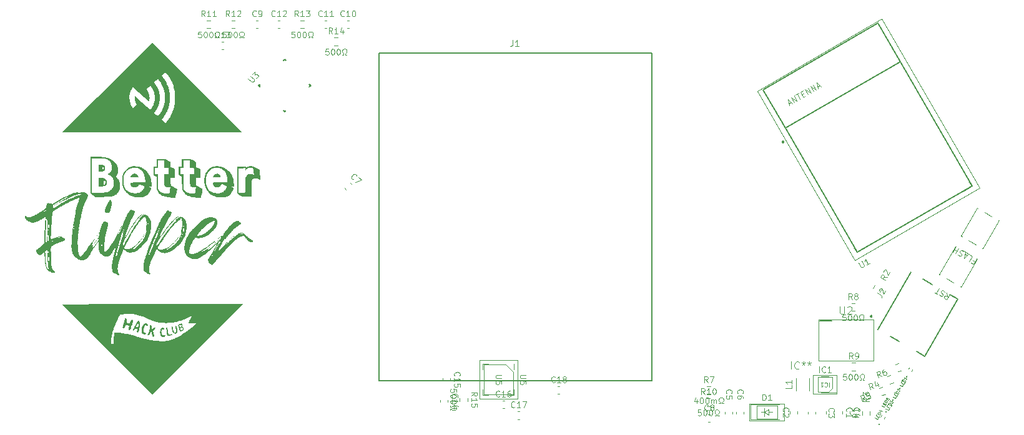
<source format=gbr>
%TF.GenerationSoftware,Flux,Pcbnew,7.0.11-7.0.11~ubuntu20.04.1*%
%TF.CreationDate,2024-08-16T14:00:36+00:00*%
%TF.ProjectId,input,696e7075-742e-46b6-9963-61645f706362,rev?*%
%TF.SameCoordinates,Original*%
%TF.FileFunction,Legend,Top*%
%TF.FilePolarity,Positive*%
%FSLAX46Y46*%
G04 Gerber Fmt 4.6, Leading zero omitted, Abs format (unit mm)*
G04 Filename: betterflipperzero*
G04 Build it with Flux! Visit our site at: https://www.flux.ai (PCBNEW 7.0.11-7.0.11~ubuntu20.04.1) date 2024-08-16 14:00:36*
%MOMM*%
%LPD*%
G01*
G04 APERTURE LIST*
%ADD10C,0.095000*%
%ADD11C,0.047500*%
%ADD12C,0.120650*%
%ADD13C,0.066500*%
%ADD14C,0.120000*%
%ADD15C,0.100000*%
%ADD16C,0.150000*%
%ADD17C,0.050000*%
%ADD18C,0.200000*%
%ADD19C,0.127000*%
G04 APERTURE END LIST*
D10*
X32990532Y-17616467D02*
X32952437Y-17578371D01*
X32952437Y-17578371D02*
X32914341Y-17464086D01*
X32914341Y-17464086D02*
X32914341Y-17387895D01*
X32914341Y-17387895D02*
X32952437Y-17273609D01*
X32952437Y-17273609D02*
X33028627Y-17197419D01*
X33028627Y-17197419D02*
X33104817Y-17159324D01*
X33104817Y-17159324D02*
X33257198Y-17121228D01*
X33257198Y-17121228D02*
X33371484Y-17121228D01*
X33371484Y-17121228D02*
X33523865Y-17159324D01*
X33523865Y-17159324D02*
X33600056Y-17197419D01*
X33600056Y-17197419D02*
X33676246Y-17273609D01*
X33676246Y-17273609D02*
X33714341Y-17387895D01*
X33714341Y-17387895D02*
X33714341Y-17464086D01*
X33714341Y-17464086D02*
X33676246Y-17578371D01*
X33676246Y-17578371D02*
X33638151Y-17616467D01*
X33714341Y-18302181D02*
X33714341Y-18149800D01*
X33714341Y-18149800D02*
X33676246Y-18073609D01*
X33676246Y-18073609D02*
X33638151Y-18035514D01*
X33638151Y-18035514D02*
X33523865Y-17959324D01*
X33523865Y-17959324D02*
X33371484Y-17921228D01*
X33371484Y-17921228D02*
X33066722Y-17921228D01*
X33066722Y-17921228D02*
X32990532Y-17959324D01*
X32990532Y-17959324D02*
X32952437Y-17997419D01*
X32952437Y-17997419D02*
X32914341Y-18073609D01*
X32914341Y-18073609D02*
X32914341Y-18225990D01*
X32914341Y-18225990D02*
X32952437Y-18302181D01*
X32952437Y-18302181D02*
X32990532Y-18340276D01*
X32990532Y-18340276D02*
X33066722Y-18378371D01*
X33066722Y-18378371D02*
X33257198Y-18378371D01*
X33257198Y-18378371D02*
X33333389Y-18340276D01*
X33333389Y-18340276D02*
X33371484Y-18302181D01*
X33371484Y-18302181D02*
X33409579Y-18225990D01*
X33409579Y-18225990D02*
X33409579Y-18073609D01*
X33409579Y-18073609D02*
X33371484Y-17997419D01*
X33371484Y-17997419D02*
X33333389Y-17959324D01*
X33333389Y-17959324D02*
X33257198Y-17921228D01*
X2728314Y-19467864D02*
X2690218Y-19505960D01*
X2690218Y-19505960D02*
X2575933Y-19544055D01*
X2575933Y-19544055D02*
X2499742Y-19544055D01*
X2499742Y-19544055D02*
X2385456Y-19505960D01*
X2385456Y-19505960D02*
X2309266Y-19429769D01*
X2309266Y-19429769D02*
X2271171Y-19353579D01*
X2271171Y-19353579D02*
X2233075Y-19201198D01*
X2233075Y-19201198D02*
X2233075Y-19086912D01*
X2233075Y-19086912D02*
X2271171Y-18934531D01*
X2271171Y-18934531D02*
X2309266Y-18858340D01*
X2309266Y-18858340D02*
X2385456Y-18782150D01*
X2385456Y-18782150D02*
X2499742Y-18744055D01*
X2499742Y-18744055D02*
X2575933Y-18744055D01*
X2575933Y-18744055D02*
X2690218Y-18782150D01*
X2690218Y-18782150D02*
X2728314Y-18820245D01*
X3490218Y-19544055D02*
X3033075Y-19544055D01*
X3261647Y-19544055D02*
X3261647Y-18744055D01*
X3261647Y-18744055D02*
X3185456Y-18858340D01*
X3185456Y-18858340D02*
X3109266Y-18934531D01*
X3109266Y-18934531D02*
X3033075Y-18972626D01*
X3756885Y-18744055D02*
X4290219Y-18744055D01*
X4290219Y-18744055D02*
X3947361Y-19544055D01*
X-5213455Y-17449529D02*
X-5213455Y-17068577D01*
X-5213455Y-17068577D02*
X-5594407Y-17030481D01*
X-5594407Y-17030481D02*
X-5556312Y-17068577D01*
X-5556312Y-17068577D02*
X-5518217Y-17144767D01*
X-5518217Y-17144767D02*
X-5518217Y-17335243D01*
X-5518217Y-17335243D02*
X-5556312Y-17411434D01*
X-5556312Y-17411434D02*
X-5594407Y-17449529D01*
X-5594407Y-17449529D02*
X-5670598Y-17487624D01*
X-5670598Y-17487624D02*
X-5861074Y-17487624D01*
X-5861074Y-17487624D02*
X-5937264Y-17449529D01*
X-5937264Y-17449529D02*
X-5975360Y-17411434D01*
X-5975360Y-17411434D02*
X-6013455Y-17335243D01*
X-6013455Y-17335243D02*
X-6013455Y-17144767D01*
X-6013455Y-17144767D02*
X-5975360Y-17068577D01*
X-5975360Y-17068577D02*
X-5937264Y-17030481D01*
X-5213455Y-17982863D02*
X-5213455Y-18059053D01*
X-5213455Y-18059053D02*
X-5251550Y-18135244D01*
X-5251550Y-18135244D02*
X-5289645Y-18173339D01*
X-5289645Y-18173339D02*
X-5365836Y-18211434D01*
X-5365836Y-18211434D02*
X-5518217Y-18249529D01*
X-5518217Y-18249529D02*
X-5708693Y-18249529D01*
X-5708693Y-18249529D02*
X-5861074Y-18211434D01*
X-5861074Y-18211434D02*
X-5937264Y-18173339D01*
X-5937264Y-18173339D02*
X-5975360Y-18135244D01*
X-5975360Y-18135244D02*
X-6013455Y-18059053D01*
X-6013455Y-18059053D02*
X-6013455Y-17982863D01*
X-6013455Y-17982863D02*
X-5975360Y-17906672D01*
X-5975360Y-17906672D02*
X-5937264Y-17868577D01*
X-5937264Y-17868577D02*
X-5861074Y-17830482D01*
X-5861074Y-17830482D02*
X-5708693Y-17792386D01*
X-5708693Y-17792386D02*
X-5518217Y-17792386D01*
X-5518217Y-17792386D02*
X-5365836Y-17830482D01*
X-5365836Y-17830482D02*
X-5289645Y-17868577D01*
X-5289645Y-17868577D02*
X-5251550Y-17906672D01*
X-5251550Y-17906672D02*
X-5213455Y-17982863D01*
X-5213455Y-18744768D02*
X-5213455Y-18820958D01*
X-5213455Y-18820958D02*
X-5251550Y-18897149D01*
X-5251550Y-18897149D02*
X-5289645Y-18935244D01*
X-5289645Y-18935244D02*
X-5365836Y-18973339D01*
X-5365836Y-18973339D02*
X-5518217Y-19011434D01*
X-5518217Y-19011434D02*
X-5708693Y-19011434D01*
X-5708693Y-19011434D02*
X-5861074Y-18973339D01*
X-5861074Y-18973339D02*
X-5937264Y-18935244D01*
X-5937264Y-18935244D02*
X-5975360Y-18897149D01*
X-5975360Y-18897149D02*
X-6013455Y-18820958D01*
X-6013455Y-18820958D02*
X-6013455Y-18744768D01*
X-6013455Y-18744768D02*
X-5975360Y-18668577D01*
X-5975360Y-18668577D02*
X-5937264Y-18630482D01*
X-5937264Y-18630482D02*
X-5861074Y-18592387D01*
X-5861074Y-18592387D02*
X-5708693Y-18554291D01*
X-5708693Y-18554291D02*
X-5518217Y-18554291D01*
X-5518217Y-18554291D02*
X-5365836Y-18592387D01*
X-5365836Y-18592387D02*
X-5289645Y-18630482D01*
X-5289645Y-18630482D02*
X-5251550Y-18668577D01*
X-5251550Y-18668577D02*
X-5213455Y-18744768D01*
X-6013455Y-19316196D02*
X-6013455Y-19506673D01*
X-6013455Y-19506673D02*
X-5861074Y-19506673D01*
X-5861074Y-19506673D02*
X-5822979Y-19430482D01*
X-5822979Y-19430482D02*
X-5746788Y-19354292D01*
X-5746788Y-19354292D02*
X-5632502Y-19316196D01*
X-5632502Y-19316196D02*
X-5442026Y-19316196D01*
X-5442026Y-19316196D02*
X-5327740Y-19354292D01*
X-5327740Y-19354292D02*
X-5251550Y-19430482D01*
X-5251550Y-19430482D02*
X-5213455Y-19544768D01*
X-5213455Y-19544768D02*
X-5213455Y-19697149D01*
X-5213455Y-19697149D02*
X-5251550Y-19811435D01*
X-5251550Y-19811435D02*
X-5327740Y-19887625D01*
X-5327740Y-19887625D02*
X-5442026Y-19925720D01*
X-5442026Y-19925720D02*
X-5632502Y-19925720D01*
X-5632502Y-19925720D02*
X-5746788Y-19887625D01*
X-5746788Y-19887625D02*
X-5822979Y-19811435D01*
X-5822979Y-19811435D02*
X-5861074Y-19735244D01*
X-5861074Y-19735244D02*
X-6013455Y-19735244D01*
X-6013455Y-19735244D02*
X-6013455Y-19925720D01*
X-3153455Y-17963813D02*
X-2772502Y-17697146D01*
X-3153455Y-17506670D02*
X-2353455Y-17506670D01*
X-2353455Y-17506670D02*
X-2353455Y-17811432D01*
X-2353455Y-17811432D02*
X-2391550Y-17887622D01*
X-2391550Y-17887622D02*
X-2429645Y-17925717D01*
X-2429645Y-17925717D02*
X-2505836Y-17963813D01*
X-2505836Y-17963813D02*
X-2620121Y-17963813D01*
X-2620121Y-17963813D02*
X-2696312Y-17925717D01*
X-2696312Y-17925717D02*
X-2734407Y-17887622D01*
X-2734407Y-17887622D02*
X-2772502Y-17811432D01*
X-2772502Y-17811432D02*
X-2772502Y-17506670D01*
X-3153455Y-18725717D02*
X-3153455Y-18268574D01*
X-3153455Y-18497146D02*
X-2353455Y-18497146D01*
X-2353455Y-18497146D02*
X-2467740Y-18420955D01*
X-2467740Y-18420955D02*
X-2543931Y-18344765D01*
X-2543931Y-18344765D02*
X-2582026Y-18268574D01*
X-2353455Y-19449527D02*
X-2353455Y-19068575D01*
X-2353455Y-19068575D02*
X-2734407Y-19030479D01*
X-2734407Y-19030479D02*
X-2696312Y-19068575D01*
X-2696312Y-19068575D02*
X-2658217Y-19144765D01*
X-2658217Y-19144765D02*
X-2658217Y-19335241D01*
X-2658217Y-19335241D02*
X-2696312Y-19411432D01*
X-2696312Y-19411432D02*
X-2734407Y-19449527D01*
X-2734407Y-19449527D02*
X-2810598Y-19487622D01*
X-2810598Y-19487622D02*
X-3001074Y-19487622D01*
X-3001074Y-19487622D02*
X-3077264Y-19449527D01*
X-3077264Y-19449527D02*
X-3115360Y-19411432D01*
X-3115360Y-19411432D02*
X-3153455Y-19335241D01*
X-3153455Y-19335241D02*
X-3153455Y-19144765D01*
X-3153455Y-19144765D02*
X-3115360Y-19068575D01*
X-3115360Y-19068575D02*
X-3077264Y-19030479D01*
X-5404464Y-15235013D02*
X-5442560Y-15196917D01*
X-5442560Y-15196917D02*
X-5480655Y-15082632D01*
X-5480655Y-15082632D02*
X-5480655Y-15006441D01*
X-5480655Y-15006441D02*
X-5442560Y-14892155D01*
X-5442560Y-14892155D02*
X-5366369Y-14815965D01*
X-5366369Y-14815965D02*
X-5290179Y-14777870D01*
X-5290179Y-14777870D02*
X-5137798Y-14739774D01*
X-5137798Y-14739774D02*
X-5023512Y-14739774D01*
X-5023512Y-14739774D02*
X-4871131Y-14777870D01*
X-4871131Y-14777870D02*
X-4794940Y-14815965D01*
X-4794940Y-14815965D02*
X-4718750Y-14892155D01*
X-4718750Y-14892155D02*
X-4680655Y-15006441D01*
X-4680655Y-15006441D02*
X-4680655Y-15082632D01*
X-4680655Y-15082632D02*
X-4718750Y-15196917D01*
X-4718750Y-15196917D02*
X-4756845Y-15235013D01*
X-5480655Y-15996917D02*
X-5480655Y-15539774D01*
X-5480655Y-15768346D02*
X-4680655Y-15768346D01*
X-4680655Y-15768346D02*
X-4794940Y-15692155D01*
X-4794940Y-15692155D02*
X-4871131Y-15615965D01*
X-4871131Y-15615965D02*
X-4909226Y-15539774D01*
X-4680655Y-16720727D02*
X-4680655Y-16339775D01*
X-4680655Y-16339775D02*
X-5061607Y-16301679D01*
X-5061607Y-16301679D02*
X-5023512Y-16339775D01*
X-5023512Y-16339775D02*
X-4985417Y-16415965D01*
X-4985417Y-16415965D02*
X-4985417Y-16606441D01*
X-4985417Y-16606441D02*
X-5023512Y-16682632D01*
X-5023512Y-16682632D02*
X-5061607Y-16720727D01*
X-5061607Y-16720727D02*
X-5137798Y-16758822D01*
X-5137798Y-16758822D02*
X-5328274Y-16758822D01*
X-5328274Y-16758822D02*
X-5404464Y-16720727D01*
X-5404464Y-16720727D02*
X-5442560Y-16682632D01*
X-5442560Y-16682632D02*
X-5480655Y-16606441D01*
X-5480655Y-16606441D02*
X-5480655Y-16415965D01*
X-5480655Y-16415965D02*
X-5442560Y-16339775D01*
X-5442560Y-16339775D02*
X-5404464Y-16301679D01*
X-20412885Y33576135D02*
X-20450981Y33538040D01*
X-20450981Y33538040D02*
X-20565266Y33499944D01*
X-20565266Y33499944D02*
X-20641457Y33499944D01*
X-20641457Y33499944D02*
X-20755743Y33538040D01*
X-20755743Y33538040D02*
X-20831933Y33614230D01*
X-20831933Y33614230D02*
X-20870028Y33690420D01*
X-20870028Y33690420D02*
X-20908124Y33842801D01*
X-20908124Y33842801D02*
X-20908124Y33957087D01*
X-20908124Y33957087D02*
X-20870028Y34109468D01*
X-20870028Y34109468D02*
X-20831933Y34185659D01*
X-20831933Y34185659D02*
X-20755743Y34261849D01*
X-20755743Y34261849D02*
X-20641457Y34299944D01*
X-20641457Y34299944D02*
X-20565266Y34299944D01*
X-20565266Y34299944D02*
X-20450981Y34261849D01*
X-20450981Y34261849D02*
X-20412885Y34223754D01*
X-19650981Y33499944D02*
X-20108124Y33499944D01*
X-19879552Y33499944D02*
X-19879552Y34299944D01*
X-19879552Y34299944D02*
X-19955743Y34185659D01*
X-19955743Y34185659D02*
X-20031933Y34109468D01*
X-20031933Y34109468D02*
X-20108124Y34071373D01*
X-19155742Y34299944D02*
X-19079552Y34299944D01*
X-19079552Y34299944D02*
X-19003361Y34261849D01*
X-19003361Y34261849D02*
X-18965266Y34223754D01*
X-18965266Y34223754D02*
X-18927171Y34147563D01*
X-18927171Y34147563D02*
X-18889076Y33995182D01*
X-18889076Y33995182D02*
X-18889076Y33804706D01*
X-18889076Y33804706D02*
X-18927171Y33652325D01*
X-18927171Y33652325D02*
X-18965266Y33576135D01*
X-18965266Y33576135D02*
X-19003361Y33538040D01*
X-19003361Y33538040D02*
X-19079552Y33499944D01*
X-19079552Y33499944D02*
X-19155742Y33499944D01*
X-19155742Y33499944D02*
X-19231933Y33538040D01*
X-19231933Y33538040D02*
X-19270028Y33576135D01*
X-19270028Y33576135D02*
X-19308123Y33652325D01*
X-19308123Y33652325D02*
X-19346219Y33804706D01*
X-19346219Y33804706D02*
X-19346219Y33995182D01*
X-19346219Y33995182D02*
X-19308123Y34147563D01*
X-19308123Y34147563D02*
X-19270028Y34223754D01*
X-19270028Y34223754D02*
X-19231933Y34261849D01*
X-19231933Y34261849D02*
X-19155742Y34299944D01*
D11*
X52010090Y-20980538D02*
X51914852Y-21145496D01*
X51914852Y-21145496D02*
X51568442Y-20945496D01*
X51895304Y-20760306D02*
X51961971Y-20644836D01*
X52171995Y-20700111D02*
X52076757Y-20865068D01*
X52076757Y-20865068D02*
X51730347Y-20665068D01*
X51730347Y-20665068D02*
X51825585Y-20500111D01*
X52257709Y-20551649D02*
X51911299Y-20351649D01*
X51911299Y-20351649D02*
X51958918Y-20269170D01*
X51958918Y-20269170D02*
X52003985Y-20229207D01*
X52003985Y-20229207D02*
X52056025Y-20215263D01*
X52056025Y-20215263D02*
X52098540Y-20217815D01*
X52098540Y-20217815D02*
X52174046Y-20239415D01*
X52174046Y-20239415D02*
X52223534Y-20267986D01*
X52223534Y-20267986D02*
X52279993Y-20322577D01*
X52279993Y-20322577D02*
X52303460Y-20358120D01*
X52303460Y-20358120D02*
X52317404Y-20410160D01*
X52317404Y-20410160D02*
X52305328Y-20469170D01*
X52305328Y-20469170D02*
X52257709Y-20551649D01*
X52312484Y-19923444D02*
X52543424Y-20056777D01*
X52132899Y-19929732D02*
X52332716Y-20155068D01*
X52332716Y-20155068D02*
X52456525Y-19940624D01*
D10*
X27433899Y-18466821D02*
X27433899Y-19000155D01*
X27243423Y-18162060D02*
X27052946Y-18733488D01*
X27052946Y-18733488D02*
X27548185Y-18733488D01*
X28005328Y-18200155D02*
X28081518Y-18200155D01*
X28081518Y-18200155D02*
X28157709Y-18238250D01*
X28157709Y-18238250D02*
X28195804Y-18276345D01*
X28195804Y-18276345D02*
X28233899Y-18352536D01*
X28233899Y-18352536D02*
X28271994Y-18504917D01*
X28271994Y-18504917D02*
X28271994Y-18695393D01*
X28271994Y-18695393D02*
X28233899Y-18847774D01*
X28233899Y-18847774D02*
X28195804Y-18923964D01*
X28195804Y-18923964D02*
X28157709Y-18962060D01*
X28157709Y-18962060D02*
X28081518Y-19000155D01*
X28081518Y-19000155D02*
X28005328Y-19000155D01*
X28005328Y-19000155D02*
X27929137Y-18962060D01*
X27929137Y-18962060D02*
X27891042Y-18923964D01*
X27891042Y-18923964D02*
X27852947Y-18847774D01*
X27852947Y-18847774D02*
X27814851Y-18695393D01*
X27814851Y-18695393D02*
X27814851Y-18504917D01*
X27814851Y-18504917D02*
X27852947Y-18352536D01*
X27852947Y-18352536D02*
X27891042Y-18276345D01*
X27891042Y-18276345D02*
X27929137Y-18238250D01*
X27929137Y-18238250D02*
X28005328Y-18200155D01*
X28767233Y-18200155D02*
X28843423Y-18200155D01*
X28843423Y-18200155D02*
X28919614Y-18238250D01*
X28919614Y-18238250D02*
X28957709Y-18276345D01*
X28957709Y-18276345D02*
X28995804Y-18352536D01*
X28995804Y-18352536D02*
X29033899Y-18504917D01*
X29033899Y-18504917D02*
X29033899Y-18695393D01*
X29033899Y-18695393D02*
X28995804Y-18847774D01*
X28995804Y-18847774D02*
X28957709Y-18923964D01*
X28957709Y-18923964D02*
X28919614Y-18962060D01*
X28919614Y-18962060D02*
X28843423Y-19000155D01*
X28843423Y-19000155D02*
X28767233Y-19000155D01*
X28767233Y-19000155D02*
X28691042Y-18962060D01*
X28691042Y-18962060D02*
X28652947Y-18923964D01*
X28652947Y-18923964D02*
X28614852Y-18847774D01*
X28614852Y-18847774D02*
X28576756Y-18695393D01*
X28576756Y-18695393D02*
X28576756Y-18504917D01*
X28576756Y-18504917D02*
X28614852Y-18352536D01*
X28614852Y-18352536D02*
X28652947Y-18276345D01*
X28652947Y-18276345D02*
X28691042Y-18238250D01*
X28691042Y-18238250D02*
X28767233Y-18200155D01*
X29376757Y-19000155D02*
X29376757Y-18466821D01*
X29376757Y-18543012D02*
X29414852Y-18504917D01*
X29414852Y-18504917D02*
X29491042Y-18466821D01*
X29491042Y-18466821D02*
X29605328Y-18466821D01*
X29605328Y-18466821D02*
X29681519Y-18504917D01*
X29681519Y-18504917D02*
X29719614Y-18581107D01*
X29719614Y-18581107D02*
X29719614Y-19000155D01*
X29719614Y-18581107D02*
X29757709Y-18504917D01*
X29757709Y-18504917D02*
X29833900Y-18466821D01*
X29833900Y-18466821D02*
X29948185Y-18466821D01*
X29948185Y-18466821D02*
X30024376Y-18504917D01*
X30024376Y-18504917D02*
X30062471Y-18581107D01*
X30062471Y-18581107D02*
X30062471Y-19000155D01*
X30405328Y-19000155D02*
X30595805Y-19000155D01*
X30595805Y-19000155D02*
X30595805Y-18847774D01*
X30595805Y-18847774D02*
X30519614Y-18809679D01*
X30519614Y-18809679D02*
X30443424Y-18733488D01*
X30443424Y-18733488D02*
X30405328Y-18619202D01*
X30405328Y-18619202D02*
X30405328Y-18428726D01*
X30405328Y-18428726D02*
X30443424Y-18314440D01*
X30443424Y-18314440D02*
X30519614Y-18238250D01*
X30519614Y-18238250D02*
X30633900Y-18200155D01*
X30633900Y-18200155D02*
X30786281Y-18200155D01*
X30786281Y-18200155D02*
X30900567Y-18238250D01*
X30900567Y-18238250D02*
X30976757Y-18314440D01*
X30976757Y-18314440D02*
X31014852Y-18428726D01*
X31014852Y-18428726D02*
X31014852Y-18619202D01*
X31014852Y-18619202D02*
X30976757Y-18733488D01*
X30976757Y-18733488D02*
X30900567Y-18809679D01*
X30900567Y-18809679D02*
X30824376Y-18847774D01*
X30824376Y-18847774D02*
X30824376Y-19000155D01*
X30824376Y-19000155D02*
X31014852Y-19000155D01*
X28900567Y-16140155D02*
X28633900Y-15759202D01*
X28443424Y-16140155D02*
X28443424Y-15340155D01*
X28443424Y-15340155D02*
X28748186Y-15340155D01*
X28748186Y-15340155D02*
X28824376Y-15378250D01*
X28824376Y-15378250D02*
X28862471Y-15416345D01*
X28862471Y-15416345D02*
X28900567Y-15492536D01*
X28900567Y-15492536D02*
X28900567Y-15606821D01*
X28900567Y-15606821D02*
X28862471Y-15683012D01*
X28862471Y-15683012D02*
X28824376Y-15721107D01*
X28824376Y-15721107D02*
X28748186Y-15759202D01*
X28748186Y-15759202D02*
X28443424Y-15759202D01*
X29167233Y-15340155D02*
X29700567Y-15340155D01*
X29700567Y-15340155D02*
X29357709Y-16140155D01*
X45342435Y-20116464D02*
X45304340Y-20078368D01*
X45304340Y-20078368D02*
X45266244Y-19964083D01*
X45266244Y-19964083D02*
X45266244Y-19887892D01*
X45266244Y-19887892D02*
X45304340Y-19773606D01*
X45304340Y-19773606D02*
X45380530Y-19697416D01*
X45380530Y-19697416D02*
X45456720Y-19659321D01*
X45456720Y-19659321D02*
X45609101Y-19621225D01*
X45609101Y-19621225D02*
X45723387Y-19621225D01*
X45723387Y-19621225D02*
X45875768Y-19659321D01*
X45875768Y-19659321D02*
X45951959Y-19697416D01*
X45951959Y-19697416D02*
X46028149Y-19773606D01*
X46028149Y-19773606D02*
X46066244Y-19887892D01*
X46066244Y-19887892D02*
X46066244Y-19964083D01*
X46066244Y-19964083D02*
X46028149Y-20078368D01*
X46028149Y-20078368D02*
X45990054Y-20116464D01*
X46066244Y-20383130D02*
X46066244Y-20878368D01*
X46066244Y-20878368D02*
X45761482Y-20611702D01*
X45761482Y-20611702D02*
X45761482Y-20725987D01*
X45761482Y-20725987D02*
X45723387Y-20802178D01*
X45723387Y-20802178D02*
X45685292Y-20840273D01*
X45685292Y-20840273D02*
X45609101Y-20878368D01*
X45609101Y-20878368D02*
X45418625Y-20878368D01*
X45418625Y-20878368D02*
X45342435Y-20840273D01*
X45342435Y-20840273D02*
X45304340Y-20802178D01*
X45304340Y-20802178D02*
X45266244Y-20725987D01*
X45266244Y-20725987D02*
X45266244Y-20497416D01*
X45266244Y-20497416D02*
X45304340Y-20421225D01*
X45304340Y-20421225D02*
X45342435Y-20383130D01*
X49314455Y-20404037D02*
X48933502Y-20670704D01*
X49314455Y-20861180D02*
X48514455Y-20861180D01*
X48514455Y-20861180D02*
X48514455Y-20556418D01*
X48514455Y-20556418D02*
X48552550Y-20480228D01*
X48552550Y-20480228D02*
X48590645Y-20442133D01*
X48590645Y-20442133D02*
X48666836Y-20404037D01*
X48666836Y-20404037D02*
X48781121Y-20404037D01*
X48781121Y-20404037D02*
X48857312Y-20442133D01*
X48857312Y-20442133D02*
X48895407Y-20480228D01*
X48895407Y-20480228D02*
X48933502Y-20556418D01*
X48933502Y-20556418D02*
X48933502Y-20861180D01*
X49314455Y-19642133D02*
X49314455Y-20099276D01*
X49314455Y-19870704D02*
X48514455Y-19870704D01*
X48514455Y-19870704D02*
X48628740Y-19946895D01*
X48628740Y-19946895D02*
X48704931Y-20023085D01*
X48704931Y-20023085D02*
X48743026Y-20099276D01*
X53218162Y-1843788D02*
X52754914Y-1884252D01*
X52989590Y-2239685D02*
X52296770Y-1839685D01*
X52296770Y-1839685D02*
X52449151Y-1575754D01*
X52449151Y-1575754D02*
X52520238Y-1528818D01*
X52520238Y-1528818D02*
X52572277Y-1514875D01*
X52572277Y-1514875D02*
X52657307Y-1519978D01*
X52657307Y-1519978D02*
X52756282Y-1577121D01*
X52756282Y-1577121D02*
X52803217Y-1648208D01*
X52803217Y-1648208D02*
X52817161Y-1700247D01*
X52817161Y-1700247D02*
X52812057Y-1785277D01*
X52812057Y-1785277D02*
X52659676Y-2049209D01*
X52743705Y-1217952D02*
X52729761Y-1165912D01*
X52729761Y-1165912D02*
X52734865Y-1080882D01*
X52734865Y-1080882D02*
X52830103Y-915925D01*
X52830103Y-915925D02*
X52901190Y-868989D01*
X52901190Y-868989D02*
X52953229Y-855046D01*
X52953229Y-855046D02*
X53038260Y-860149D01*
X53038260Y-860149D02*
X53104242Y-898245D01*
X53104242Y-898245D02*
X53184169Y-988379D01*
X53184169Y-988379D02*
X53351495Y-1612848D01*
X53351495Y-1612848D02*
X53599114Y-1183959D01*
D12*
D10*
X-33428467Y25100691D02*
X-32970531Y24642755D01*
X-32970531Y24642755D02*
X-32889719Y24615818D01*
X-32889719Y24615818D02*
X-32835844Y24615818D01*
X-32835844Y24615818D02*
X-32755032Y24642755D01*
X-32755032Y24642755D02*
X-32647282Y24750505D01*
X-32647282Y24750505D02*
X-32620345Y24831317D01*
X-32620345Y24831317D02*
X-32620345Y24885192D01*
X-32620345Y24885192D02*
X-32647282Y24966004D01*
X-32647282Y24966004D02*
X-33105218Y25423940D01*
X-32889719Y25639439D02*
X-32539533Y25989625D01*
X-32539533Y25989625D02*
X-32512595Y25585564D01*
X-32512595Y25585564D02*
X-32431783Y25666376D01*
X-32431783Y25666376D02*
X-32350971Y25693313D01*
X-32350971Y25693313D02*
X-32297096Y25693313D01*
X-32297096Y25693313D02*
X-32216284Y25666376D01*
X-32216284Y25666376D02*
X-32081597Y25531689D01*
X-32081597Y25531689D02*
X-32054659Y25450877D01*
X-32054659Y25450877D02*
X-32054659Y25397002D01*
X-32054659Y25397002D02*
X-32081597Y25316190D01*
X-32081597Y25316190D02*
X-32243221Y25154565D01*
X-32243221Y25154565D02*
X-32324033Y25127628D01*
X-32324033Y25127628D02*
X-32377908Y25127628D01*
D11*
X52948090Y-19325538D02*
X52852852Y-19490496D01*
X52852852Y-19490496D02*
X52506442Y-19290496D01*
X52833304Y-19105306D02*
X52899971Y-18989836D01*
X53109995Y-19045111D02*
X53014757Y-19210068D01*
X53014757Y-19210068D02*
X52668347Y-19010068D01*
X52668347Y-19010068D02*
X52763585Y-18845111D01*
X53195709Y-18896649D02*
X52849299Y-18696649D01*
X52849299Y-18696649D02*
X52896918Y-18614170D01*
X52896918Y-18614170D02*
X52941985Y-18574207D01*
X52941985Y-18574207D02*
X52994025Y-18560263D01*
X52994025Y-18560263D02*
X53036540Y-18562815D01*
X53036540Y-18562815D02*
X53112046Y-18584415D01*
X53112046Y-18584415D02*
X53161534Y-18612986D01*
X53161534Y-18612986D02*
X53217993Y-18667577D01*
X53217993Y-18667577D02*
X53241460Y-18703120D01*
X53241460Y-18703120D02*
X53255404Y-18755160D01*
X53255404Y-18755160D02*
X53243328Y-18814170D01*
X53243328Y-18814170D02*
X53195709Y-18896649D01*
X53144537Y-18185282D02*
X53049299Y-18350239D01*
X53049299Y-18350239D02*
X53204733Y-18461973D01*
X53204733Y-18461973D02*
X53197761Y-18435953D01*
X53197761Y-18435953D02*
X53200313Y-18393438D01*
X53200313Y-18393438D02*
X53247932Y-18310959D01*
X53247932Y-18310959D02*
X53283475Y-18287492D01*
X53283475Y-18287492D02*
X53309495Y-18280520D01*
X53309495Y-18280520D02*
X53352010Y-18283072D01*
X53352010Y-18283072D02*
X53434488Y-18330691D01*
X53434488Y-18330691D02*
X53457956Y-18366234D01*
X53457956Y-18366234D02*
X53464928Y-18392254D01*
X53464928Y-18392254D02*
X53462376Y-18434769D01*
X53462376Y-18434769D02*
X53414757Y-18517247D01*
X53414757Y-18517247D02*
X53379214Y-18540715D01*
X53379214Y-18540715D02*
X53353194Y-18547687D01*
D10*
X36324324Y-18531155D02*
X36324324Y-17731155D01*
X36324324Y-17731155D02*
X36514800Y-17731155D01*
X36514800Y-17731155D02*
X36629086Y-17769250D01*
X36629086Y-17769250D02*
X36705276Y-17845440D01*
X36705276Y-17845440D02*
X36743371Y-17921631D01*
X36743371Y-17921631D02*
X36781467Y-18074012D01*
X36781467Y-18074012D02*
X36781467Y-18188298D01*
X36781467Y-18188298D02*
X36743371Y-18340679D01*
X36743371Y-18340679D02*
X36705276Y-18416869D01*
X36705276Y-18416869D02*
X36629086Y-18493060D01*
X36629086Y-18493060D02*
X36514800Y-18531155D01*
X36514800Y-18531155D02*
X36324324Y-18531155D01*
X37543371Y-18531155D02*
X37086228Y-18531155D01*
X37314800Y-18531155D02*
X37314800Y-17731155D01*
X37314800Y-17731155D02*
X37238609Y-17845440D01*
X37238609Y-17845440D02*
X37162419Y-17921631D01*
X37162419Y-17921631D02*
X37086228Y-17959726D01*
X36324324Y-18531155D02*
X36324324Y-17731155D01*
X36324324Y-17731155D02*
X36514800Y-17731155D01*
X36514800Y-17731155D02*
X36629086Y-17769250D01*
X36629086Y-17769250D02*
X36705276Y-17845440D01*
X36705276Y-17845440D02*
X36743371Y-17921631D01*
X36743371Y-17921631D02*
X36781467Y-18074012D01*
X36781467Y-18074012D02*
X36781467Y-18188298D01*
X36781467Y-18188298D02*
X36743371Y-18340679D01*
X36743371Y-18340679D02*
X36705276Y-18416869D01*
X36705276Y-18416869D02*
X36629086Y-18493060D01*
X36629086Y-18493060D02*
X36514800Y-18531155D01*
X36514800Y-18531155D02*
X36324324Y-18531155D01*
X37543371Y-18531155D02*
X37086228Y-18531155D01*
X37314800Y-18531155D02*
X37314800Y-17731155D01*
X37314800Y-17731155D02*
X37238609Y-17845440D01*
X37238609Y-17845440D02*
X37162419Y-17921631D01*
X37162419Y-17921631D02*
X37086228Y-17959726D01*
X-19161744Y11395912D02*
X-19215619Y11395912D01*
X-19215619Y11395912D02*
X-19323368Y11449787D01*
X-19323368Y11449787D02*
X-19377243Y11503662D01*
X-19377243Y11503662D02*
X-19431118Y11611411D01*
X-19431118Y11611411D02*
X-19431118Y11719161D01*
X-19431118Y11719161D02*
X-19404181Y11799973D01*
X-19404181Y11799973D02*
X-19323368Y11934660D01*
X-19323368Y11934660D02*
X-19242556Y12015472D01*
X-19242556Y12015472D02*
X-19107869Y12096285D01*
X-19107869Y12096285D02*
X-19027057Y12123222D01*
X-19027057Y12123222D02*
X-18919307Y12123222D01*
X-18919307Y12123222D02*
X-18811558Y12069347D01*
X-18811558Y12069347D02*
X-18757683Y12015472D01*
X-18757683Y12015472D02*
X-18703808Y11907723D01*
X-18703808Y11907723D02*
X-18703808Y11853848D01*
X-18461372Y11719161D02*
X-18084248Y11342037D01*
X-18084248Y11342037D02*
X-18892370Y11018789D01*
X-37412685Y30701335D02*
X-37450781Y30663240D01*
X-37450781Y30663240D02*
X-37565066Y30625144D01*
X-37565066Y30625144D02*
X-37641257Y30625144D01*
X-37641257Y30625144D02*
X-37755543Y30663240D01*
X-37755543Y30663240D02*
X-37831733Y30739430D01*
X-37831733Y30739430D02*
X-37869828Y30815620D01*
X-37869828Y30815620D02*
X-37907924Y30968001D01*
X-37907924Y30968001D02*
X-37907924Y31082287D01*
X-37907924Y31082287D02*
X-37869828Y31234668D01*
X-37869828Y31234668D02*
X-37831733Y31310859D01*
X-37831733Y31310859D02*
X-37755543Y31387049D01*
X-37755543Y31387049D02*
X-37641257Y31425144D01*
X-37641257Y31425144D02*
X-37565066Y31425144D01*
X-37565066Y31425144D02*
X-37450781Y31387049D01*
X-37450781Y31387049D02*
X-37412685Y31348954D01*
X-36650781Y30625144D02*
X-37107924Y30625144D01*
X-36879352Y30625144D02*
X-36879352Y31425144D01*
X-36879352Y31425144D02*
X-36955543Y31310859D01*
X-36955543Y31310859D02*
X-37031733Y31234668D01*
X-37031733Y31234668D02*
X-37107924Y31196573D01*
X-36384114Y31425144D02*
X-35888876Y31425144D01*
X-35888876Y31425144D02*
X-36155542Y31120382D01*
X-36155542Y31120382D02*
X-36041257Y31120382D01*
X-36041257Y31120382D02*
X-35965066Y31082287D01*
X-35965066Y31082287D02*
X-35926971Y31044192D01*
X-35926971Y31044192D02*
X-35888876Y30968001D01*
X-35888876Y30968001D02*
X-35888876Y30777525D01*
X-35888876Y30777525D02*
X-35926971Y30701335D01*
X-35926971Y30701335D02*
X-35965066Y30663240D01*
X-35965066Y30663240D02*
X-36041257Y30625144D01*
X-36041257Y30625144D02*
X-36269828Y30625144D01*
X-36269828Y30625144D02*
X-36346019Y30663240D01*
X-36346019Y30663240D02*
X-36384114Y30701335D01*
X40244555Y-16537340D02*
X40244555Y-16918292D01*
X40244555Y-16918292D02*
X39444555Y-16918292D01*
X40244555Y-15851626D02*
X40244555Y-16308769D01*
X40244555Y-16080197D02*
X39444555Y-16080197D01*
X39444555Y-16080197D02*
X39558840Y-16156388D01*
X39558840Y-16156388D02*
X39635031Y-16232578D01*
X39635031Y-16232578D02*
X39673126Y-16308769D01*
X28950567Y-19883764D02*
X28912471Y-19921860D01*
X28912471Y-19921860D02*
X28798186Y-19959955D01*
X28798186Y-19959955D02*
X28721995Y-19959955D01*
X28721995Y-19959955D02*
X28607709Y-19921860D01*
X28607709Y-19921860D02*
X28531519Y-19845669D01*
X28531519Y-19845669D02*
X28493424Y-19769479D01*
X28493424Y-19769479D02*
X28455328Y-19617098D01*
X28455328Y-19617098D02*
X28455328Y-19502812D01*
X28455328Y-19502812D02*
X28493424Y-19350431D01*
X28493424Y-19350431D02*
X28531519Y-19274240D01*
X28531519Y-19274240D02*
X28607709Y-19198050D01*
X28607709Y-19198050D02*
X28721995Y-19159955D01*
X28721995Y-19159955D02*
X28798186Y-19159955D01*
X28798186Y-19159955D02*
X28912471Y-19198050D01*
X28912471Y-19198050D02*
X28950567Y-19236145D01*
X29407709Y-19502812D02*
X29331519Y-19464717D01*
X29331519Y-19464717D02*
X29293424Y-19426621D01*
X29293424Y-19426621D02*
X29255328Y-19350431D01*
X29255328Y-19350431D02*
X29255328Y-19312336D01*
X29255328Y-19312336D02*
X29293424Y-19236145D01*
X29293424Y-19236145D02*
X29331519Y-19198050D01*
X29331519Y-19198050D02*
X29407709Y-19159955D01*
X29407709Y-19159955D02*
X29560090Y-19159955D01*
X29560090Y-19159955D02*
X29636281Y-19198050D01*
X29636281Y-19198050D02*
X29674376Y-19236145D01*
X29674376Y-19236145D02*
X29712471Y-19312336D01*
X29712471Y-19312336D02*
X29712471Y-19350431D01*
X29712471Y-19350431D02*
X29674376Y-19426621D01*
X29674376Y-19426621D02*
X29636281Y-19464717D01*
X29636281Y-19464717D02*
X29560090Y-19502812D01*
X29560090Y-19502812D02*
X29407709Y-19502812D01*
X29407709Y-19502812D02*
X29331519Y-19540907D01*
X29331519Y-19540907D02*
X29293424Y-19579002D01*
X29293424Y-19579002D02*
X29255328Y-19655193D01*
X29255328Y-19655193D02*
X29255328Y-19807574D01*
X29255328Y-19807574D02*
X29293424Y-19883764D01*
X29293424Y-19883764D02*
X29331519Y-19921860D01*
X29331519Y-19921860D02*
X29407709Y-19959955D01*
X29407709Y-19959955D02*
X29560090Y-19959955D01*
X29560090Y-19959955D02*
X29636281Y-19921860D01*
X29636281Y-19921860D02*
X29674376Y-19883764D01*
X29674376Y-19883764D02*
X29712471Y-19807574D01*
X29712471Y-19807574D02*
X29712471Y-19655193D01*
X29712471Y-19655193D02*
X29674376Y-19579002D01*
X29674376Y-19579002D02*
X29636281Y-19540907D01*
X29636281Y-19540907D02*
X29560090Y-19502812D01*
X-22527171Y29120744D02*
X-22908123Y29120744D01*
X-22908123Y29120744D02*
X-22946219Y28739792D01*
X-22946219Y28739792D02*
X-22908123Y28777887D01*
X-22908123Y28777887D02*
X-22831933Y28815982D01*
X-22831933Y28815982D02*
X-22641457Y28815982D01*
X-22641457Y28815982D02*
X-22565266Y28777887D01*
X-22565266Y28777887D02*
X-22527171Y28739792D01*
X-22527171Y28739792D02*
X-22489076Y28663601D01*
X-22489076Y28663601D02*
X-22489076Y28473125D01*
X-22489076Y28473125D02*
X-22527171Y28396935D01*
X-22527171Y28396935D02*
X-22565266Y28358840D01*
X-22565266Y28358840D02*
X-22641457Y28320744D01*
X-22641457Y28320744D02*
X-22831933Y28320744D01*
X-22831933Y28320744D02*
X-22908123Y28358840D01*
X-22908123Y28358840D02*
X-22946219Y28396935D01*
X-21993837Y29120744D02*
X-21917647Y29120744D01*
X-21917647Y29120744D02*
X-21841456Y29082649D01*
X-21841456Y29082649D02*
X-21803361Y29044554D01*
X-21803361Y29044554D02*
X-21765266Y28968363D01*
X-21765266Y28968363D02*
X-21727171Y28815982D01*
X-21727171Y28815982D02*
X-21727171Y28625506D01*
X-21727171Y28625506D02*
X-21765266Y28473125D01*
X-21765266Y28473125D02*
X-21803361Y28396935D01*
X-21803361Y28396935D02*
X-21841456Y28358840D01*
X-21841456Y28358840D02*
X-21917647Y28320744D01*
X-21917647Y28320744D02*
X-21993837Y28320744D01*
X-21993837Y28320744D02*
X-22070028Y28358840D01*
X-22070028Y28358840D02*
X-22108123Y28396935D01*
X-22108123Y28396935D02*
X-22146218Y28473125D01*
X-22146218Y28473125D02*
X-22184314Y28625506D01*
X-22184314Y28625506D02*
X-22184314Y28815982D01*
X-22184314Y28815982D02*
X-22146218Y28968363D01*
X-22146218Y28968363D02*
X-22108123Y29044554D01*
X-22108123Y29044554D02*
X-22070028Y29082649D01*
X-22070028Y29082649D02*
X-21993837Y29120744D01*
X-21231932Y29120744D02*
X-21155742Y29120744D01*
X-21155742Y29120744D02*
X-21079551Y29082649D01*
X-21079551Y29082649D02*
X-21041456Y29044554D01*
X-21041456Y29044554D02*
X-21003361Y28968363D01*
X-21003361Y28968363D02*
X-20965266Y28815982D01*
X-20965266Y28815982D02*
X-20965266Y28625506D01*
X-20965266Y28625506D02*
X-21003361Y28473125D01*
X-21003361Y28473125D02*
X-21041456Y28396935D01*
X-21041456Y28396935D02*
X-21079551Y28358840D01*
X-21079551Y28358840D02*
X-21155742Y28320744D01*
X-21155742Y28320744D02*
X-21231932Y28320744D01*
X-21231932Y28320744D02*
X-21308123Y28358840D01*
X-21308123Y28358840D02*
X-21346218Y28396935D01*
X-21346218Y28396935D02*
X-21384313Y28473125D01*
X-21384313Y28473125D02*
X-21422409Y28625506D01*
X-21422409Y28625506D02*
X-21422409Y28815982D01*
X-21422409Y28815982D02*
X-21384313Y28968363D01*
X-21384313Y28968363D02*
X-21346218Y29044554D01*
X-21346218Y29044554D02*
X-21308123Y29082649D01*
X-21308123Y29082649D02*
X-21231932Y29120744D01*
X-20660504Y28320744D02*
X-20470027Y28320744D01*
X-20470027Y28320744D02*
X-20470027Y28473125D01*
X-20470027Y28473125D02*
X-20546218Y28511220D01*
X-20546218Y28511220D02*
X-20622408Y28587411D01*
X-20622408Y28587411D02*
X-20660504Y28701697D01*
X-20660504Y28701697D02*
X-20660504Y28892173D01*
X-20660504Y28892173D02*
X-20622408Y29006459D01*
X-20622408Y29006459D02*
X-20546218Y29082649D01*
X-20546218Y29082649D02*
X-20431932Y29120744D01*
X-20431932Y29120744D02*
X-20279551Y29120744D01*
X-20279551Y29120744D02*
X-20165265Y29082649D01*
X-20165265Y29082649D02*
X-20089075Y29006459D01*
X-20089075Y29006459D02*
X-20050980Y28892173D01*
X-20050980Y28892173D02*
X-20050980Y28701697D01*
X-20050980Y28701697D02*
X-20089075Y28587411D01*
X-20089075Y28587411D02*
X-20165265Y28511220D01*
X-20165265Y28511220D02*
X-20241456Y28473125D01*
X-20241456Y28473125D02*
X-20241456Y28320744D01*
X-20241456Y28320744D02*
X-20050980Y28320744D01*
X-22012885Y31180744D02*
X-22279552Y31561697D01*
X-22470028Y31180744D02*
X-22470028Y31980744D01*
X-22470028Y31980744D02*
X-22165266Y31980744D01*
X-22165266Y31980744D02*
X-22089076Y31942649D01*
X-22089076Y31942649D02*
X-22050981Y31904554D01*
X-22050981Y31904554D02*
X-22012885Y31828363D01*
X-22012885Y31828363D02*
X-22012885Y31714078D01*
X-22012885Y31714078D02*
X-22050981Y31637887D01*
X-22050981Y31637887D02*
X-22089076Y31599792D01*
X-22089076Y31599792D02*
X-22165266Y31561697D01*
X-22165266Y31561697D02*
X-22470028Y31561697D01*
X-21250981Y31180744D02*
X-21708124Y31180744D01*
X-21479552Y31180744D02*
X-21479552Y31980744D01*
X-21479552Y31980744D02*
X-21555743Y31866459D01*
X-21555743Y31866459D02*
X-21631933Y31790268D01*
X-21631933Y31790268D02*
X-21708124Y31752173D01*
X-20565266Y31714078D02*
X-20565266Y31180744D01*
X-20755742Y32018840D02*
X-20946219Y31447411D01*
X-20946219Y31447411D02*
X-20450980Y31447411D01*
D11*
X55369811Y-16502788D02*
X55274573Y-16667746D01*
X55274573Y-16667746D02*
X54928163Y-16467746D01*
X55255025Y-16282556D02*
X55321692Y-16167086D01*
X55531716Y-16222361D02*
X55436478Y-16387318D01*
X55436478Y-16387318D02*
X55090068Y-16187318D01*
X55090068Y-16187318D02*
X55185306Y-16022361D01*
X55617430Y-16073899D02*
X55271020Y-15873899D01*
X55271020Y-15873899D02*
X55318639Y-15791420D01*
X55318639Y-15791420D02*
X55363706Y-15751457D01*
X55363706Y-15751457D02*
X55415746Y-15737513D01*
X55415746Y-15737513D02*
X55458261Y-15740065D01*
X55458261Y-15740065D02*
X55533767Y-15761665D01*
X55533767Y-15761665D02*
X55583255Y-15790236D01*
X55583255Y-15790236D02*
X55639714Y-15844827D01*
X55639714Y-15844827D02*
X55663181Y-15880370D01*
X55663181Y-15880370D02*
X55677125Y-15932410D01*
X55677125Y-15932410D02*
X55665049Y-15991420D01*
X55665049Y-15991420D02*
X55617430Y-16073899D01*
X55922192Y-15546036D02*
X55807907Y-15743985D01*
X55865049Y-15645010D02*
X55518639Y-15445010D01*
X55518639Y-15445010D02*
X55549079Y-15506573D01*
X55549079Y-15506573D02*
X55563023Y-15558612D01*
X55563023Y-15558612D02*
X55560471Y-15601128D01*
D10*
X48753135Y-20087362D02*
X48715040Y-20049266D01*
X48715040Y-20049266D02*
X48676944Y-19934981D01*
X48676944Y-19934981D02*
X48676944Y-19858790D01*
X48676944Y-19858790D02*
X48715040Y-19744504D01*
X48715040Y-19744504D02*
X48791230Y-19668314D01*
X48791230Y-19668314D02*
X48867420Y-19630219D01*
X48867420Y-19630219D02*
X49019801Y-19592123D01*
X49019801Y-19592123D02*
X49134087Y-19592123D01*
X49134087Y-19592123D02*
X49286468Y-19630219D01*
X49286468Y-19630219D02*
X49362659Y-19668314D01*
X49362659Y-19668314D02*
X49438849Y-19744504D01*
X49438849Y-19744504D02*
X49476944Y-19858790D01*
X49476944Y-19858790D02*
X49476944Y-19934981D01*
X49476944Y-19934981D02*
X49438849Y-20049266D01*
X49438849Y-20049266D02*
X49400754Y-20087362D01*
X49210278Y-20773076D02*
X48676944Y-20773076D01*
X49515040Y-20582600D02*
X48943611Y-20392123D01*
X48943611Y-20392123D02*
X48943611Y-20887362D01*
X-5697164Y-18161713D02*
X-5735260Y-18123617D01*
X-5735260Y-18123617D02*
X-5773355Y-18009332D01*
X-5773355Y-18009332D02*
X-5773355Y-17933141D01*
X-5773355Y-17933141D02*
X-5735260Y-17818855D01*
X-5735260Y-17818855D02*
X-5659069Y-17742665D01*
X-5659069Y-17742665D02*
X-5582879Y-17704570D01*
X-5582879Y-17704570D02*
X-5430498Y-17666474D01*
X-5430498Y-17666474D02*
X-5316212Y-17666474D01*
X-5316212Y-17666474D02*
X-5163831Y-17704570D01*
X-5163831Y-17704570D02*
X-5087640Y-17742665D01*
X-5087640Y-17742665D02*
X-5011450Y-17818855D01*
X-5011450Y-17818855D02*
X-4973355Y-17933141D01*
X-4973355Y-17933141D02*
X-4973355Y-18009332D01*
X-4973355Y-18009332D02*
X-5011450Y-18123617D01*
X-5011450Y-18123617D02*
X-5049545Y-18161713D01*
X-5773355Y-18923617D02*
X-5773355Y-18466474D01*
X-5773355Y-18695046D02*
X-4973355Y-18695046D01*
X-4973355Y-18695046D02*
X-5087640Y-18618855D01*
X-5087640Y-18618855D02*
X-5163831Y-18542665D01*
X-5163831Y-18542665D02*
X-5201926Y-18466474D01*
X-5240021Y-19609332D02*
X-5773355Y-19609332D01*
X-4935260Y-19418856D02*
X-5506688Y-19228379D01*
X-5506688Y-19228379D02*
X-5506688Y-19723618D01*
D11*
X54440911Y-18108388D02*
X54345673Y-18273346D01*
X54345673Y-18273346D02*
X53999263Y-18073346D01*
X54326125Y-17888156D02*
X54392792Y-17772686D01*
X54602816Y-17827961D02*
X54507578Y-17992918D01*
X54507578Y-17992918D02*
X54161168Y-17792918D01*
X54161168Y-17792918D02*
X54256406Y-17627961D01*
X54688530Y-17679499D02*
X54342120Y-17479499D01*
X54342120Y-17479499D02*
X54389739Y-17397020D01*
X54389739Y-17397020D02*
X54434806Y-17357057D01*
X54434806Y-17357057D02*
X54486846Y-17343113D01*
X54486846Y-17343113D02*
X54529361Y-17345665D01*
X54529361Y-17345665D02*
X54604867Y-17367265D01*
X54604867Y-17367265D02*
X54654355Y-17395836D01*
X54654355Y-17395836D02*
X54710814Y-17450427D01*
X54710814Y-17450427D02*
X54734281Y-17485970D01*
X54734281Y-17485970D02*
X54748225Y-17538010D01*
X54748225Y-17538010D02*
X54736149Y-17597020D01*
X54736149Y-17597020D02*
X54688530Y-17679499D01*
X54565588Y-17168632D02*
X54558616Y-17142613D01*
X54558616Y-17142613D02*
X54561168Y-17100097D01*
X54561168Y-17100097D02*
X54608787Y-17017619D01*
X54608787Y-17017619D02*
X54644330Y-16994151D01*
X54644330Y-16994151D02*
X54670350Y-16987179D01*
X54670350Y-16987179D02*
X54712865Y-16989731D01*
X54712865Y-16989731D02*
X54745856Y-17008779D01*
X54745856Y-17008779D02*
X54785820Y-17053846D01*
X54785820Y-17053846D02*
X54869483Y-17366080D01*
X54869483Y-17366080D02*
X54993292Y-17151636D01*
D10*
X27962728Y-19819055D02*
X27581776Y-19819055D01*
X27581776Y-19819055D02*
X27543680Y-20200007D01*
X27543680Y-20200007D02*
X27581776Y-20161912D01*
X27581776Y-20161912D02*
X27657966Y-20123817D01*
X27657966Y-20123817D02*
X27848442Y-20123817D01*
X27848442Y-20123817D02*
X27924633Y-20161912D01*
X27924633Y-20161912D02*
X27962728Y-20200007D01*
X27962728Y-20200007D02*
X28000823Y-20276198D01*
X28000823Y-20276198D02*
X28000823Y-20466674D01*
X28000823Y-20466674D02*
X27962728Y-20542864D01*
X27962728Y-20542864D02*
X27924633Y-20580960D01*
X27924633Y-20580960D02*
X27848442Y-20619055D01*
X27848442Y-20619055D02*
X27657966Y-20619055D01*
X27657966Y-20619055D02*
X27581776Y-20580960D01*
X27581776Y-20580960D02*
X27543680Y-20542864D01*
X28496062Y-19819055D02*
X28572252Y-19819055D01*
X28572252Y-19819055D02*
X28648443Y-19857150D01*
X28648443Y-19857150D02*
X28686538Y-19895245D01*
X28686538Y-19895245D02*
X28724633Y-19971436D01*
X28724633Y-19971436D02*
X28762728Y-20123817D01*
X28762728Y-20123817D02*
X28762728Y-20314293D01*
X28762728Y-20314293D02*
X28724633Y-20466674D01*
X28724633Y-20466674D02*
X28686538Y-20542864D01*
X28686538Y-20542864D02*
X28648443Y-20580960D01*
X28648443Y-20580960D02*
X28572252Y-20619055D01*
X28572252Y-20619055D02*
X28496062Y-20619055D01*
X28496062Y-20619055D02*
X28419871Y-20580960D01*
X28419871Y-20580960D02*
X28381776Y-20542864D01*
X28381776Y-20542864D02*
X28343681Y-20466674D01*
X28343681Y-20466674D02*
X28305585Y-20314293D01*
X28305585Y-20314293D02*
X28305585Y-20123817D01*
X28305585Y-20123817D02*
X28343681Y-19971436D01*
X28343681Y-19971436D02*
X28381776Y-19895245D01*
X28381776Y-19895245D02*
X28419871Y-19857150D01*
X28419871Y-19857150D02*
X28496062Y-19819055D01*
X29257967Y-19819055D02*
X29334157Y-19819055D01*
X29334157Y-19819055D02*
X29410348Y-19857150D01*
X29410348Y-19857150D02*
X29448443Y-19895245D01*
X29448443Y-19895245D02*
X29486538Y-19971436D01*
X29486538Y-19971436D02*
X29524633Y-20123817D01*
X29524633Y-20123817D02*
X29524633Y-20314293D01*
X29524633Y-20314293D02*
X29486538Y-20466674D01*
X29486538Y-20466674D02*
X29448443Y-20542864D01*
X29448443Y-20542864D02*
X29410348Y-20580960D01*
X29410348Y-20580960D02*
X29334157Y-20619055D01*
X29334157Y-20619055D02*
X29257967Y-20619055D01*
X29257967Y-20619055D02*
X29181776Y-20580960D01*
X29181776Y-20580960D02*
X29143681Y-20542864D01*
X29143681Y-20542864D02*
X29105586Y-20466674D01*
X29105586Y-20466674D02*
X29067490Y-20314293D01*
X29067490Y-20314293D02*
X29067490Y-20123817D01*
X29067490Y-20123817D02*
X29105586Y-19971436D01*
X29105586Y-19971436D02*
X29143681Y-19895245D01*
X29143681Y-19895245D02*
X29181776Y-19857150D01*
X29181776Y-19857150D02*
X29257967Y-19819055D01*
X29829395Y-20619055D02*
X30019872Y-20619055D01*
X30019872Y-20619055D02*
X30019872Y-20466674D01*
X30019872Y-20466674D02*
X29943681Y-20428579D01*
X29943681Y-20428579D02*
X29867491Y-20352388D01*
X29867491Y-20352388D02*
X29829395Y-20238102D01*
X29829395Y-20238102D02*
X29829395Y-20047626D01*
X29829395Y-20047626D02*
X29867491Y-19933340D01*
X29867491Y-19933340D02*
X29943681Y-19857150D01*
X29943681Y-19857150D02*
X30057967Y-19819055D01*
X30057967Y-19819055D02*
X30210348Y-19819055D01*
X30210348Y-19819055D02*
X30324634Y-19857150D01*
X30324634Y-19857150D02*
X30400824Y-19933340D01*
X30400824Y-19933340D02*
X30438919Y-20047626D01*
X30438919Y-20047626D02*
X30438919Y-20238102D01*
X30438919Y-20238102D02*
X30400824Y-20352388D01*
X30400824Y-20352388D02*
X30324634Y-20428579D01*
X30324634Y-20428579D02*
X30248443Y-20466674D01*
X30248443Y-20466674D02*
X30248443Y-20619055D01*
X30248443Y-20619055D02*
X30438919Y-20619055D01*
X28477014Y-17759055D02*
X28210347Y-17378102D01*
X28019871Y-17759055D02*
X28019871Y-16959055D01*
X28019871Y-16959055D02*
X28324633Y-16959055D01*
X28324633Y-16959055D02*
X28400823Y-16997150D01*
X28400823Y-16997150D02*
X28438918Y-17035245D01*
X28438918Y-17035245D02*
X28477014Y-17111436D01*
X28477014Y-17111436D02*
X28477014Y-17225721D01*
X28477014Y-17225721D02*
X28438918Y-17301912D01*
X28438918Y-17301912D02*
X28400823Y-17340007D01*
X28400823Y-17340007D02*
X28324633Y-17378102D01*
X28324633Y-17378102D02*
X28019871Y-17378102D01*
X29238918Y-17759055D02*
X28781775Y-17759055D01*
X29010347Y-17759055D02*
X29010347Y-16959055D01*
X29010347Y-16959055D02*
X28934156Y-17073340D01*
X28934156Y-17073340D02*
X28857966Y-17149531D01*
X28857966Y-17149531D02*
X28781775Y-17187626D01*
X29734157Y-16959055D02*
X29810347Y-16959055D01*
X29810347Y-16959055D02*
X29886538Y-16997150D01*
X29886538Y-16997150D02*
X29924633Y-17035245D01*
X29924633Y-17035245D02*
X29962728Y-17111436D01*
X29962728Y-17111436D02*
X30000823Y-17263817D01*
X30000823Y-17263817D02*
X30000823Y-17454293D01*
X30000823Y-17454293D02*
X29962728Y-17606674D01*
X29962728Y-17606674D02*
X29924633Y-17682864D01*
X29924633Y-17682864D02*
X29886538Y-17720960D01*
X29886538Y-17720960D02*
X29810347Y-17759055D01*
X29810347Y-17759055D02*
X29734157Y-17759055D01*
X29734157Y-17759055D02*
X29657966Y-17720960D01*
X29657966Y-17720960D02*
X29619871Y-17682864D01*
X29619871Y-17682864D02*
X29581776Y-17606674D01*
X29581776Y-17606674D02*
X29543680Y-17454293D01*
X29543680Y-17454293D02*
X29543680Y-17263817D01*
X29543680Y-17263817D02*
X29581776Y-17111436D01*
X29581776Y-17111436D02*
X29619871Y-17035245D01*
X29619871Y-17035245D02*
X29657966Y-16997150D01*
X29657966Y-16997150D02*
X29734157Y-16959055D01*
X50303339Y-18532094D02*
X49922461Y-18265321D01*
X49873765Y-18688446D02*
X49600149Y-17936692D01*
X49600149Y-17936692D02*
X49886532Y-17832457D01*
X49886532Y-17832457D02*
X49971157Y-17842196D01*
X49971157Y-17842196D02*
X50019984Y-17864965D01*
X50019984Y-17864965D02*
X50081840Y-17923531D01*
X50081840Y-17923531D02*
X50120928Y-18030924D01*
X50120928Y-18030924D02*
X50111189Y-18115549D01*
X50111189Y-18115549D02*
X50088421Y-18164376D01*
X50088421Y-18164376D02*
X50029854Y-18226233D01*
X50029854Y-18226233D02*
X49743472Y-18330468D01*
X50709881Y-17532782D02*
X50351903Y-17663076D01*
X50351903Y-17663076D02*
X50446399Y-18034083D01*
X50446399Y-18034083D02*
X50469167Y-17985256D01*
X50469167Y-17985256D02*
X50527734Y-17923399D01*
X50527734Y-17923399D02*
X50706723Y-17858253D01*
X50706723Y-17858253D02*
X50791348Y-17867992D01*
X50791348Y-17867992D02*
X50840175Y-17890760D01*
X50840175Y-17890760D02*
X50902031Y-17949327D01*
X50902031Y-17949327D02*
X50967178Y-18128316D01*
X50967178Y-18128316D02*
X50957439Y-18212941D01*
X50957439Y-18212941D02*
X50934670Y-18261768D01*
X50934670Y-18261768D02*
X50876104Y-18323624D01*
X50876104Y-18323624D02*
X50697115Y-18388771D01*
X50697115Y-18388771D02*
X50612490Y-18379032D01*
X50612490Y-18379032D02*
X50563663Y-18356263D01*
X47662028Y-14994555D02*
X47281076Y-14994555D01*
X47281076Y-14994555D02*
X47242980Y-15375507D01*
X47242980Y-15375507D02*
X47281076Y-15337412D01*
X47281076Y-15337412D02*
X47357266Y-15299317D01*
X47357266Y-15299317D02*
X47547742Y-15299317D01*
X47547742Y-15299317D02*
X47623933Y-15337412D01*
X47623933Y-15337412D02*
X47662028Y-15375507D01*
X47662028Y-15375507D02*
X47700123Y-15451698D01*
X47700123Y-15451698D02*
X47700123Y-15642174D01*
X47700123Y-15642174D02*
X47662028Y-15718364D01*
X47662028Y-15718364D02*
X47623933Y-15756460D01*
X47623933Y-15756460D02*
X47547742Y-15794555D01*
X47547742Y-15794555D02*
X47357266Y-15794555D01*
X47357266Y-15794555D02*
X47281076Y-15756460D01*
X47281076Y-15756460D02*
X47242980Y-15718364D01*
X48195362Y-14994555D02*
X48271552Y-14994555D01*
X48271552Y-14994555D02*
X48347743Y-15032650D01*
X48347743Y-15032650D02*
X48385838Y-15070745D01*
X48385838Y-15070745D02*
X48423933Y-15146936D01*
X48423933Y-15146936D02*
X48462028Y-15299317D01*
X48462028Y-15299317D02*
X48462028Y-15489793D01*
X48462028Y-15489793D02*
X48423933Y-15642174D01*
X48423933Y-15642174D02*
X48385838Y-15718364D01*
X48385838Y-15718364D02*
X48347743Y-15756460D01*
X48347743Y-15756460D02*
X48271552Y-15794555D01*
X48271552Y-15794555D02*
X48195362Y-15794555D01*
X48195362Y-15794555D02*
X48119171Y-15756460D01*
X48119171Y-15756460D02*
X48081076Y-15718364D01*
X48081076Y-15718364D02*
X48042981Y-15642174D01*
X48042981Y-15642174D02*
X48004885Y-15489793D01*
X48004885Y-15489793D02*
X48004885Y-15299317D01*
X48004885Y-15299317D02*
X48042981Y-15146936D01*
X48042981Y-15146936D02*
X48081076Y-15070745D01*
X48081076Y-15070745D02*
X48119171Y-15032650D01*
X48119171Y-15032650D02*
X48195362Y-14994555D01*
X48957267Y-14994555D02*
X49033457Y-14994555D01*
X49033457Y-14994555D02*
X49109648Y-15032650D01*
X49109648Y-15032650D02*
X49147743Y-15070745D01*
X49147743Y-15070745D02*
X49185838Y-15146936D01*
X49185838Y-15146936D02*
X49223933Y-15299317D01*
X49223933Y-15299317D02*
X49223933Y-15489793D01*
X49223933Y-15489793D02*
X49185838Y-15642174D01*
X49185838Y-15642174D02*
X49147743Y-15718364D01*
X49147743Y-15718364D02*
X49109648Y-15756460D01*
X49109648Y-15756460D02*
X49033457Y-15794555D01*
X49033457Y-15794555D02*
X48957267Y-15794555D01*
X48957267Y-15794555D02*
X48881076Y-15756460D01*
X48881076Y-15756460D02*
X48842981Y-15718364D01*
X48842981Y-15718364D02*
X48804886Y-15642174D01*
X48804886Y-15642174D02*
X48766790Y-15489793D01*
X48766790Y-15489793D02*
X48766790Y-15299317D01*
X48766790Y-15299317D02*
X48804886Y-15146936D01*
X48804886Y-15146936D02*
X48842981Y-15070745D01*
X48842981Y-15070745D02*
X48881076Y-15032650D01*
X48881076Y-15032650D02*
X48957267Y-14994555D01*
X49528695Y-15794555D02*
X49719172Y-15794555D01*
X49719172Y-15794555D02*
X49719172Y-15642174D01*
X49719172Y-15642174D02*
X49642981Y-15604079D01*
X49642981Y-15604079D02*
X49566791Y-15527888D01*
X49566791Y-15527888D02*
X49528695Y-15413602D01*
X49528695Y-15413602D02*
X49528695Y-15223126D01*
X49528695Y-15223126D02*
X49566791Y-15108840D01*
X49566791Y-15108840D02*
X49642981Y-15032650D01*
X49642981Y-15032650D02*
X49757267Y-14994555D01*
X49757267Y-14994555D02*
X49909648Y-14994555D01*
X49909648Y-14994555D02*
X50023934Y-15032650D01*
X50023934Y-15032650D02*
X50100124Y-15108840D01*
X50100124Y-15108840D02*
X50138219Y-15223126D01*
X50138219Y-15223126D02*
X50138219Y-15413602D01*
X50138219Y-15413602D02*
X50100124Y-15527888D01*
X50100124Y-15527888D02*
X50023934Y-15604079D01*
X50023934Y-15604079D02*
X49947743Y-15642174D01*
X49947743Y-15642174D02*
X49947743Y-15794555D01*
X49947743Y-15794555D02*
X50138219Y-15794555D01*
X48557267Y-12934555D02*
X48290600Y-12553602D01*
X48100124Y-12934555D02*
X48100124Y-12134555D01*
X48100124Y-12134555D02*
X48404886Y-12134555D01*
X48404886Y-12134555D02*
X48481076Y-12172650D01*
X48481076Y-12172650D02*
X48519171Y-12210745D01*
X48519171Y-12210745D02*
X48557267Y-12286936D01*
X48557267Y-12286936D02*
X48557267Y-12401221D01*
X48557267Y-12401221D02*
X48519171Y-12477412D01*
X48519171Y-12477412D02*
X48481076Y-12515507D01*
X48481076Y-12515507D02*
X48404886Y-12553602D01*
X48404886Y-12553602D02*
X48100124Y-12553602D01*
X48938219Y-12934555D02*
X49090600Y-12934555D01*
X49090600Y-12934555D02*
X49166790Y-12896460D01*
X49166790Y-12896460D02*
X49204886Y-12858364D01*
X49204886Y-12858364D02*
X49281076Y-12744079D01*
X49281076Y-12744079D02*
X49319171Y-12591698D01*
X49319171Y-12591698D02*
X49319171Y-12286936D01*
X49319171Y-12286936D02*
X49281076Y-12210745D01*
X49281076Y-12210745D02*
X49242981Y-12172650D01*
X49242981Y-12172650D02*
X49166790Y-12134555D01*
X49166790Y-12134555D02*
X49014409Y-12134555D01*
X49014409Y-12134555D02*
X48938219Y-12172650D01*
X48938219Y-12172650D02*
X48900124Y-12210745D01*
X48900124Y-12210745D02*
X48862028Y-12286936D01*
X48862028Y-12286936D02*
X48862028Y-12477412D01*
X48862028Y-12477412D02*
X48900124Y-12553602D01*
X48900124Y-12553602D02*
X48938219Y-12591698D01*
X48938219Y-12591698D02*
X49014409Y-12629793D01*
X49014409Y-12629793D02*
X49166790Y-12629793D01*
X49166790Y-12629793D02*
X49242981Y-12591698D01*
X49242981Y-12591698D02*
X49281076Y-12553602D01*
X49281076Y-12553602D02*
X49319171Y-12477412D01*
X31440532Y-17616467D02*
X31402437Y-17578371D01*
X31402437Y-17578371D02*
X31364341Y-17464086D01*
X31364341Y-17464086D02*
X31364341Y-17387895D01*
X31364341Y-17387895D02*
X31402437Y-17273609D01*
X31402437Y-17273609D02*
X31478627Y-17197419D01*
X31478627Y-17197419D02*
X31554817Y-17159324D01*
X31554817Y-17159324D02*
X31707198Y-17121228D01*
X31707198Y-17121228D02*
X31821484Y-17121228D01*
X31821484Y-17121228D02*
X31973865Y-17159324D01*
X31973865Y-17159324D02*
X32050056Y-17197419D01*
X32050056Y-17197419D02*
X32126246Y-17273609D01*
X32126246Y-17273609D02*
X32164341Y-17387895D01*
X32164341Y-17387895D02*
X32164341Y-17464086D01*
X32164341Y-17464086D02*
X32126246Y-17578371D01*
X32126246Y-17578371D02*
X32088151Y-17616467D01*
X32164341Y-18340276D02*
X32164341Y-17959324D01*
X32164341Y-17959324D02*
X31783389Y-17921228D01*
X31783389Y-17921228D02*
X31821484Y-17959324D01*
X31821484Y-17959324D02*
X31859579Y-18035514D01*
X31859579Y-18035514D02*
X31859579Y-18225990D01*
X31859579Y-18225990D02*
X31821484Y-18302181D01*
X31821484Y-18302181D02*
X31783389Y-18340276D01*
X31783389Y-18340276D02*
X31707198Y-18378371D01*
X31707198Y-18378371D02*
X31516722Y-18378371D01*
X31516722Y-18378371D02*
X31440532Y-18340276D01*
X31440532Y-18340276D02*
X31402437Y-18302181D01*
X31402437Y-18302181D02*
X31364341Y-18225990D01*
X31364341Y-18225990D02*
X31364341Y-18035514D01*
X31364341Y-18035514D02*
X31402437Y-17959324D01*
X31402437Y-17959324D02*
X31440532Y-17921228D01*
X51400739Y-16939994D02*
X51019861Y-16673221D01*
X50971165Y-17096346D02*
X50697549Y-16344592D01*
X50697549Y-16344592D02*
X50983932Y-16240357D01*
X50983932Y-16240357D02*
X51068557Y-16250096D01*
X51068557Y-16250096D02*
X51117384Y-16272865D01*
X51117384Y-16272865D02*
X51179240Y-16331431D01*
X51179240Y-16331431D02*
X51218328Y-16438824D01*
X51218328Y-16438824D02*
X51208589Y-16523449D01*
X51208589Y-16523449D02*
X51185821Y-16572276D01*
X51185821Y-16572276D02*
X51127254Y-16634133D01*
X51127254Y-16634133D02*
X50840872Y-16738368D01*
X51862689Y-16204296D02*
X52045100Y-16705466D01*
X51579465Y-15983060D02*
X51595916Y-16585174D01*
X51595916Y-16585174D02*
X52061288Y-16415793D01*
D13*
X45351866Y-16156991D02*
X45351866Y-16716991D01*
X44765199Y-16210324D02*
X44791866Y-16183658D01*
X44791866Y-16183658D02*
X44871866Y-16156991D01*
X44871866Y-16156991D02*
X44925199Y-16156991D01*
X44925199Y-16156991D02*
X45005199Y-16183658D01*
X45005199Y-16183658D02*
X45058533Y-16236991D01*
X45058533Y-16236991D02*
X45085199Y-16290324D01*
X45085199Y-16290324D02*
X45111866Y-16396991D01*
X45111866Y-16396991D02*
X45111866Y-16476991D01*
X45111866Y-16476991D02*
X45085199Y-16583658D01*
X45085199Y-16583658D02*
X45058533Y-16636991D01*
X45058533Y-16636991D02*
X45005199Y-16690324D01*
X45005199Y-16690324D02*
X44925199Y-16716991D01*
X44925199Y-16716991D02*
X44871866Y-16716991D01*
X44871866Y-16716991D02*
X44791866Y-16690324D01*
X44791866Y-16690324D02*
X44765199Y-16663658D01*
X44231866Y-16156991D02*
X44551866Y-16156991D01*
X44391866Y-16156991D02*
X44391866Y-16716991D01*
X44391866Y-16716991D02*
X44445199Y-16636991D01*
X44445199Y-16636991D02*
X44498533Y-16583658D01*
X44498533Y-16583658D02*
X44551866Y-16556991D01*
D10*
X44024253Y-14777755D02*
X44024253Y-13977755D01*
X44862348Y-14701564D02*
X44824252Y-14739660D01*
X44824252Y-14739660D02*
X44709967Y-14777755D01*
X44709967Y-14777755D02*
X44633776Y-14777755D01*
X44633776Y-14777755D02*
X44519490Y-14739660D01*
X44519490Y-14739660D02*
X44443300Y-14663469D01*
X44443300Y-14663469D02*
X44405205Y-14587279D01*
X44405205Y-14587279D02*
X44367109Y-14434898D01*
X44367109Y-14434898D02*
X44367109Y-14320612D01*
X44367109Y-14320612D02*
X44405205Y-14168231D01*
X44405205Y-14168231D02*
X44443300Y-14092040D01*
X44443300Y-14092040D02*
X44519490Y-14015850D01*
X44519490Y-14015850D02*
X44633776Y-13977755D01*
X44633776Y-13977755D02*
X44709967Y-13977755D01*
X44709967Y-13977755D02*
X44824252Y-14015850D01*
X44824252Y-14015850D02*
X44862348Y-14053945D01*
X45624252Y-14777755D02*
X45167109Y-14777755D01*
X45395681Y-14777755D02*
X45395681Y-13977755D01*
X45395681Y-13977755D02*
X45319490Y-14092040D01*
X45319490Y-14092040D02*
X45243300Y-14168231D01*
X45243300Y-14168231D02*
X45167109Y-14206326D01*
X8170714Y-16059664D02*
X8132618Y-16097760D01*
X8132618Y-16097760D02*
X8018333Y-16135855D01*
X8018333Y-16135855D02*
X7942142Y-16135855D01*
X7942142Y-16135855D02*
X7827856Y-16097760D01*
X7827856Y-16097760D02*
X7751666Y-16021569D01*
X7751666Y-16021569D02*
X7713571Y-15945379D01*
X7713571Y-15945379D02*
X7675475Y-15792998D01*
X7675475Y-15792998D02*
X7675475Y-15678712D01*
X7675475Y-15678712D02*
X7713571Y-15526331D01*
X7713571Y-15526331D02*
X7751666Y-15450140D01*
X7751666Y-15450140D02*
X7827856Y-15373950D01*
X7827856Y-15373950D02*
X7942142Y-15335855D01*
X7942142Y-15335855D02*
X8018333Y-15335855D01*
X8018333Y-15335855D02*
X8132618Y-15373950D01*
X8132618Y-15373950D02*
X8170714Y-15412045D01*
X8932618Y-16135855D02*
X8475475Y-16135855D01*
X8704047Y-16135855D02*
X8704047Y-15335855D01*
X8704047Y-15335855D02*
X8627856Y-15450140D01*
X8627856Y-15450140D02*
X8551666Y-15526331D01*
X8551666Y-15526331D02*
X8475475Y-15564426D01*
X9389761Y-15678712D02*
X9313571Y-15640617D01*
X9313571Y-15640617D02*
X9275476Y-15602521D01*
X9275476Y-15602521D02*
X9237380Y-15526331D01*
X9237380Y-15526331D02*
X9237380Y-15488236D01*
X9237380Y-15488236D02*
X9275476Y-15412045D01*
X9275476Y-15412045D02*
X9313571Y-15373950D01*
X9313571Y-15373950D02*
X9389761Y-15335855D01*
X9389761Y-15335855D02*
X9542142Y-15335855D01*
X9542142Y-15335855D02*
X9618333Y-15373950D01*
X9618333Y-15373950D02*
X9656428Y-15412045D01*
X9656428Y-15412045D02*
X9694523Y-15488236D01*
X9694523Y-15488236D02*
X9694523Y-15526331D01*
X9694523Y-15526331D02*
X9656428Y-15602521D01*
X9656428Y-15602521D02*
X9618333Y-15640617D01*
X9618333Y-15640617D02*
X9542142Y-15678712D01*
X9542142Y-15678712D02*
X9389761Y-15678712D01*
X9389761Y-15678712D02*
X9313571Y-15716807D01*
X9313571Y-15716807D02*
X9275476Y-15754902D01*
X9275476Y-15754902D02*
X9237380Y-15831093D01*
X9237380Y-15831093D02*
X9237380Y-15983474D01*
X9237380Y-15983474D02*
X9275476Y-16059664D01*
X9275476Y-16059664D02*
X9313571Y-16097760D01*
X9313571Y-16097760D02*
X9389761Y-16135855D01*
X9389761Y-16135855D02*
X9542142Y-16135855D01*
X9542142Y-16135855D02*
X9618333Y-16097760D01*
X9618333Y-16097760D02*
X9656428Y-16059664D01*
X9656428Y-16059664D02*
X9694523Y-15983474D01*
X9694523Y-15983474D02*
X9694523Y-15831093D01*
X9694523Y-15831093D02*
X9656428Y-15754902D01*
X9656428Y-15754902D02*
X9618333Y-15716807D01*
X9618333Y-15716807D02*
X9542142Y-15678712D01*
X52466639Y-15315094D02*
X52085761Y-15048321D01*
X52037065Y-15471446D02*
X51763449Y-14719692D01*
X51763449Y-14719692D02*
X52049832Y-14615457D01*
X52049832Y-14615457D02*
X52134457Y-14625196D01*
X52134457Y-14625196D02*
X52183284Y-14647965D01*
X52183284Y-14647965D02*
X52245140Y-14706531D01*
X52245140Y-14706531D02*
X52284228Y-14813924D01*
X52284228Y-14813924D02*
X52274489Y-14898549D01*
X52274489Y-14898549D02*
X52251721Y-14947376D01*
X52251721Y-14947376D02*
X52193154Y-15009233D01*
X52193154Y-15009233D02*
X51906772Y-15113468D01*
X52837383Y-14328812D02*
X52694192Y-14380929D01*
X52694192Y-14380929D02*
X52635626Y-14442785D01*
X52635626Y-14442785D02*
X52612857Y-14491613D01*
X52612857Y-14491613D02*
X52580350Y-14625065D01*
X52580350Y-14625065D02*
X52596669Y-14781285D01*
X52596669Y-14781285D02*
X52700904Y-15067668D01*
X52700904Y-15067668D02*
X52762761Y-15126234D01*
X52762761Y-15126234D02*
X52811588Y-15149003D01*
X52811588Y-15149003D02*
X52896213Y-15158742D01*
X52896213Y-15158742D02*
X53039404Y-15106624D01*
X53039404Y-15106624D02*
X53097970Y-15044768D01*
X53097970Y-15044768D02*
X53120739Y-14995941D01*
X53120739Y-14995941D02*
X53130478Y-14911316D01*
X53130478Y-14911316D02*
X53065331Y-14732327D01*
X53065331Y-14732327D02*
X53003475Y-14673760D01*
X53003475Y-14673760D02*
X52954648Y-14650992D01*
X52954648Y-14650992D02*
X52870023Y-14641253D01*
X52870023Y-14641253D02*
X52726831Y-14693370D01*
X52726831Y-14693370D02*
X52668265Y-14755227D01*
X52668265Y-14755227D02*
X52645497Y-14804054D01*
X52645497Y-14804054D02*
X52635757Y-14888679D01*
X-23418785Y33576135D02*
X-23456881Y33538040D01*
X-23456881Y33538040D02*
X-23571166Y33499944D01*
X-23571166Y33499944D02*
X-23647357Y33499944D01*
X-23647357Y33499944D02*
X-23761643Y33538040D01*
X-23761643Y33538040D02*
X-23837833Y33614230D01*
X-23837833Y33614230D02*
X-23875928Y33690420D01*
X-23875928Y33690420D02*
X-23914024Y33842801D01*
X-23914024Y33842801D02*
X-23914024Y33957087D01*
X-23914024Y33957087D02*
X-23875928Y34109468D01*
X-23875928Y34109468D02*
X-23837833Y34185659D01*
X-23837833Y34185659D02*
X-23761643Y34261849D01*
X-23761643Y34261849D02*
X-23647357Y34299944D01*
X-23647357Y34299944D02*
X-23571166Y34299944D01*
X-23571166Y34299944D02*
X-23456881Y34261849D01*
X-23456881Y34261849D02*
X-23418785Y34223754D01*
X-22656881Y33499944D02*
X-23114024Y33499944D01*
X-22885452Y33499944D02*
X-22885452Y34299944D01*
X-22885452Y34299944D02*
X-22961643Y34185659D01*
X-22961643Y34185659D02*
X-23037833Y34109468D01*
X-23037833Y34109468D02*
X-23114024Y34071373D01*
X-21894976Y33499944D02*
X-22352119Y33499944D01*
X-22123547Y33499944D02*
X-22123547Y34299944D01*
X-22123547Y34299944D02*
X-22199738Y34185659D01*
X-22199738Y34185659D02*
X-22275928Y34109468D01*
X-22275928Y34109468D02*
X-22352119Y34071373D01*
X51910563Y-3993734D02*
X52405434Y-4279448D01*
X52405434Y-4279448D02*
X52485361Y-4369583D01*
X52485361Y-4369583D02*
X52513249Y-4473661D01*
X52513249Y-4473661D02*
X52489097Y-4591683D01*
X52489097Y-4591683D02*
X52451002Y-4657666D01*
X52147974Y-3734906D02*
X52134030Y-3682867D01*
X52134030Y-3682867D02*
X52139134Y-3597836D01*
X52139134Y-3597836D02*
X52234372Y-3432879D01*
X52234372Y-3432879D02*
X52305459Y-3385944D01*
X52305459Y-3385944D02*
X52357498Y-3372000D01*
X52357498Y-3372000D02*
X52442529Y-3377104D01*
X52442529Y-3377104D02*
X52508511Y-3415199D01*
X52508511Y-3415199D02*
X52588438Y-3505334D01*
X52588438Y-3505334D02*
X52755764Y-4129802D01*
X52755764Y-4129802D02*
X53003383Y-3700913D01*
X64870858Y401425D02*
X65101798Y268092D01*
X65311322Y630998D02*
X64911322Y-61822D01*
X64911322Y-61822D02*
X64581407Y128654D01*
X64387562Y1164331D02*
X64717476Y973855D01*
X64717476Y973855D02*
X64317476Y281034D01*
X64075327Y1080668D02*
X63745413Y1271144D01*
X64255596Y1240521D02*
X63624656Y681034D01*
X63624656Y681034D02*
X63793716Y1507188D01*
X63576720Y1588482D02*
X63496793Y1678617D01*
X63496793Y1678617D02*
X63331836Y1773855D01*
X63331836Y1773855D02*
X63246805Y1778958D01*
X63246805Y1778958D02*
X63194766Y1765015D01*
X63194766Y1765015D02*
X63123679Y1718079D01*
X63123679Y1718079D02*
X63085584Y1652096D01*
X63085584Y1652096D02*
X63080480Y1567066D01*
X63080480Y1567066D02*
X63094424Y1515027D01*
X63094424Y1515027D02*
X63141359Y1443940D01*
X63141359Y1443940D02*
X63254278Y1334758D01*
X63254278Y1334758D02*
X63301213Y1263672D01*
X63301213Y1263672D02*
X63315157Y1211633D01*
X63315157Y1211633D02*
X63310053Y1126602D01*
X63310053Y1126602D02*
X63271958Y1060619D01*
X63271958Y1060619D02*
X63200871Y1013684D01*
X63200871Y1013684D02*
X63148832Y999740D01*
X63148832Y999740D02*
X63063801Y1004844D01*
X63063801Y1004844D02*
X62898844Y1100082D01*
X62898844Y1100082D02*
X62818918Y1190216D01*
X62902947Y2021474D02*
X62502947Y1328653D01*
X62693423Y1658568D02*
X62297526Y1887139D01*
X62507049Y2250045D02*
X62107049Y1557225D01*
X948144Y-15139776D02*
X300525Y-15139776D01*
X300525Y-15139776D02*
X224335Y-15177871D01*
X224335Y-15177871D02*
X186240Y-15215966D01*
X186240Y-15215966D02*
X148144Y-15292157D01*
X148144Y-15292157D02*
X148144Y-15444538D01*
X148144Y-15444538D02*
X186240Y-15520728D01*
X186240Y-15520728D02*
X224335Y-15558823D01*
X224335Y-15558823D02*
X300525Y-15596919D01*
X300525Y-15596919D02*
X948144Y-15596919D01*
X948144Y-16358823D02*
X948144Y-15977871D01*
X948144Y-15977871D02*
X567192Y-15939775D01*
X567192Y-15939775D02*
X605287Y-15977871D01*
X605287Y-15977871D02*
X643382Y-16054061D01*
X643382Y-16054061D02*
X643382Y-16244537D01*
X643382Y-16244537D02*
X605287Y-16320728D01*
X605287Y-16320728D02*
X567192Y-16358823D01*
X567192Y-16358823D02*
X491001Y-16396918D01*
X491001Y-16396918D02*
X300525Y-16396918D01*
X300525Y-16396918D02*
X224335Y-16358823D01*
X224335Y-16358823D02*
X186240Y-16320728D01*
X186240Y-16320728D02*
X148144Y-16244537D01*
X148144Y-16244537D02*
X148144Y-16054061D01*
X148144Y-16054061D02*
X186240Y-15977871D01*
X186240Y-15977871D02*
X224335Y-15939775D01*
X4248144Y-15139773D02*
X3600525Y-15139773D01*
X3600525Y-15139773D02*
X3524335Y-15177868D01*
X3524335Y-15177868D02*
X3486240Y-15215963D01*
X3486240Y-15215963D02*
X3448144Y-15292154D01*
X3448144Y-15292154D02*
X3448144Y-15444535D01*
X3448144Y-15444535D02*
X3486240Y-15520725D01*
X3486240Y-15520725D02*
X3524335Y-15558820D01*
X3524335Y-15558820D02*
X3600525Y-15596916D01*
X3600525Y-15596916D02*
X4248144Y-15596916D01*
X4248144Y-16358820D02*
X4248144Y-15977868D01*
X4248144Y-15977868D02*
X3867192Y-15939772D01*
X3867192Y-15939772D02*
X3905287Y-15977868D01*
X3905287Y-15977868D02*
X3943382Y-16054058D01*
X3943382Y-16054058D02*
X3943382Y-16244534D01*
X3943382Y-16244534D02*
X3905287Y-16320725D01*
X3905287Y-16320725D02*
X3867192Y-16358820D01*
X3867192Y-16358820D02*
X3791001Y-16396915D01*
X3791001Y-16396915D02*
X3600525Y-16396915D01*
X3600525Y-16396915D02*
X3524335Y-16358820D01*
X3524335Y-16358820D02*
X3486240Y-16320725D01*
X3486240Y-16320725D02*
X3448144Y-16244534D01*
X3448144Y-16244534D02*
X3448144Y-16054058D01*
X3448144Y-16054058D02*
X3486240Y-15977868D01*
X3486240Y-15977868D02*
X3524335Y-15939772D01*
X50751547Y-18233132D02*
X50370594Y-18499799D01*
X50751547Y-18690275D02*
X49951547Y-18690275D01*
X49951547Y-18690275D02*
X49951547Y-18385513D01*
X49951547Y-18385513D02*
X49989642Y-18309323D01*
X49989642Y-18309323D02*
X50027737Y-18271228D01*
X50027737Y-18271228D02*
X50103928Y-18233132D01*
X50103928Y-18233132D02*
X50218213Y-18233132D01*
X50218213Y-18233132D02*
X50294404Y-18271228D01*
X50294404Y-18271228D02*
X50332499Y-18309323D01*
X50332499Y-18309323D02*
X50370594Y-18385513D01*
X50370594Y-18385513D02*
X50370594Y-18690275D01*
X49951547Y-17966466D02*
X49951547Y-17471228D01*
X49951547Y-17471228D02*
X50256309Y-17737894D01*
X50256309Y-17737894D02*
X50256309Y-17623609D01*
X50256309Y-17623609D02*
X50294404Y-17547418D01*
X50294404Y-17547418D02*
X50332499Y-17509323D01*
X50332499Y-17509323D02*
X50408690Y-17471228D01*
X50408690Y-17471228D02*
X50599166Y-17471228D01*
X50599166Y-17471228D02*
X50675356Y-17509323D01*
X50675356Y-17509323D02*
X50713452Y-17547418D01*
X50713452Y-17547418D02*
X50751547Y-17623609D01*
X50751547Y-17623609D02*
X50751547Y-17852180D01*
X50751547Y-17852180D02*
X50713452Y-17928371D01*
X50713452Y-17928371D02*
X50675356Y-17966466D01*
X-36474271Y31439944D02*
X-36855223Y31439944D01*
X-36855223Y31439944D02*
X-36893319Y31058992D01*
X-36893319Y31058992D02*
X-36855223Y31097087D01*
X-36855223Y31097087D02*
X-36779033Y31135182D01*
X-36779033Y31135182D02*
X-36588557Y31135182D01*
X-36588557Y31135182D02*
X-36512366Y31097087D01*
X-36512366Y31097087D02*
X-36474271Y31058992D01*
X-36474271Y31058992D02*
X-36436176Y30982801D01*
X-36436176Y30982801D02*
X-36436176Y30792325D01*
X-36436176Y30792325D02*
X-36474271Y30716135D01*
X-36474271Y30716135D02*
X-36512366Y30678040D01*
X-36512366Y30678040D02*
X-36588557Y30639944D01*
X-36588557Y30639944D02*
X-36779033Y30639944D01*
X-36779033Y30639944D02*
X-36855223Y30678040D01*
X-36855223Y30678040D02*
X-36893319Y30716135D01*
X-35940937Y31439944D02*
X-35864747Y31439944D01*
X-35864747Y31439944D02*
X-35788556Y31401849D01*
X-35788556Y31401849D02*
X-35750461Y31363754D01*
X-35750461Y31363754D02*
X-35712366Y31287563D01*
X-35712366Y31287563D02*
X-35674271Y31135182D01*
X-35674271Y31135182D02*
X-35674271Y30944706D01*
X-35674271Y30944706D02*
X-35712366Y30792325D01*
X-35712366Y30792325D02*
X-35750461Y30716135D01*
X-35750461Y30716135D02*
X-35788556Y30678040D01*
X-35788556Y30678040D02*
X-35864747Y30639944D01*
X-35864747Y30639944D02*
X-35940937Y30639944D01*
X-35940937Y30639944D02*
X-36017128Y30678040D01*
X-36017128Y30678040D02*
X-36055223Y30716135D01*
X-36055223Y30716135D02*
X-36093318Y30792325D01*
X-36093318Y30792325D02*
X-36131414Y30944706D01*
X-36131414Y30944706D02*
X-36131414Y31135182D01*
X-36131414Y31135182D02*
X-36093318Y31287563D01*
X-36093318Y31287563D02*
X-36055223Y31363754D01*
X-36055223Y31363754D02*
X-36017128Y31401849D01*
X-36017128Y31401849D02*
X-35940937Y31439944D01*
X-35179032Y31439944D02*
X-35102842Y31439944D01*
X-35102842Y31439944D02*
X-35026651Y31401849D01*
X-35026651Y31401849D02*
X-34988556Y31363754D01*
X-34988556Y31363754D02*
X-34950461Y31287563D01*
X-34950461Y31287563D02*
X-34912366Y31135182D01*
X-34912366Y31135182D02*
X-34912366Y30944706D01*
X-34912366Y30944706D02*
X-34950461Y30792325D01*
X-34950461Y30792325D02*
X-34988556Y30716135D01*
X-34988556Y30716135D02*
X-35026651Y30678040D01*
X-35026651Y30678040D02*
X-35102842Y30639944D01*
X-35102842Y30639944D02*
X-35179032Y30639944D01*
X-35179032Y30639944D02*
X-35255223Y30678040D01*
X-35255223Y30678040D02*
X-35293318Y30716135D01*
X-35293318Y30716135D02*
X-35331413Y30792325D01*
X-35331413Y30792325D02*
X-35369509Y30944706D01*
X-35369509Y30944706D02*
X-35369509Y31135182D01*
X-35369509Y31135182D02*
X-35331413Y31287563D01*
X-35331413Y31287563D02*
X-35293318Y31363754D01*
X-35293318Y31363754D02*
X-35255223Y31401849D01*
X-35255223Y31401849D02*
X-35179032Y31439944D01*
X-34607604Y30639944D02*
X-34417127Y30639944D01*
X-34417127Y30639944D02*
X-34417127Y30792325D01*
X-34417127Y30792325D02*
X-34493318Y30830420D01*
X-34493318Y30830420D02*
X-34569508Y30906611D01*
X-34569508Y30906611D02*
X-34607604Y31020897D01*
X-34607604Y31020897D02*
X-34607604Y31211373D01*
X-34607604Y31211373D02*
X-34569508Y31325659D01*
X-34569508Y31325659D02*
X-34493318Y31401849D01*
X-34493318Y31401849D02*
X-34379032Y31439944D01*
X-34379032Y31439944D02*
X-34226651Y31439944D01*
X-34226651Y31439944D02*
X-34112365Y31401849D01*
X-34112365Y31401849D02*
X-34036175Y31325659D01*
X-34036175Y31325659D02*
X-33998080Y31211373D01*
X-33998080Y31211373D02*
X-33998080Y31020897D01*
X-33998080Y31020897D02*
X-34036175Y30906611D01*
X-34036175Y30906611D02*
X-34112365Y30830420D01*
X-34112365Y30830420D02*
X-34188556Y30792325D01*
X-34188556Y30792325D02*
X-34188556Y30639944D01*
X-34188556Y30639944D02*
X-33998080Y30639944D01*
X-35959985Y33499944D02*
X-36226652Y33880897D01*
X-36417128Y33499944D02*
X-36417128Y34299944D01*
X-36417128Y34299944D02*
X-36112366Y34299944D01*
X-36112366Y34299944D02*
X-36036176Y34261849D01*
X-36036176Y34261849D02*
X-35998081Y34223754D01*
X-35998081Y34223754D02*
X-35959985Y34147563D01*
X-35959985Y34147563D02*
X-35959985Y34033278D01*
X-35959985Y34033278D02*
X-35998081Y33957087D01*
X-35998081Y33957087D02*
X-36036176Y33918992D01*
X-36036176Y33918992D02*
X-36112366Y33880897D01*
X-36112366Y33880897D02*
X-36417128Y33880897D01*
X-35198081Y33499944D02*
X-35655224Y33499944D01*
X-35426652Y33499944D02*
X-35426652Y34299944D01*
X-35426652Y34299944D02*
X-35502843Y34185659D01*
X-35502843Y34185659D02*
X-35579033Y34109468D01*
X-35579033Y34109468D02*
X-35655224Y34071373D01*
X-34893319Y34223754D02*
X-34855223Y34261849D01*
X-34855223Y34261849D02*
X-34779033Y34299944D01*
X-34779033Y34299944D02*
X-34588557Y34299944D01*
X-34588557Y34299944D02*
X-34512366Y34261849D01*
X-34512366Y34261849D02*
X-34474271Y34223754D01*
X-34474271Y34223754D02*
X-34436176Y34147563D01*
X-34436176Y34147563D02*
X-34436176Y34071373D01*
X-34436176Y34071373D02*
X-34474271Y33957087D01*
X-34474271Y33957087D02*
X-34931414Y33499944D01*
X-34931414Y33499944D02*
X-34436176Y33499944D01*
X-39798471Y31439944D02*
X-40179423Y31439944D01*
X-40179423Y31439944D02*
X-40217519Y31058992D01*
X-40217519Y31058992D02*
X-40179423Y31097087D01*
X-40179423Y31097087D02*
X-40103233Y31135182D01*
X-40103233Y31135182D02*
X-39912757Y31135182D01*
X-39912757Y31135182D02*
X-39836566Y31097087D01*
X-39836566Y31097087D02*
X-39798471Y31058992D01*
X-39798471Y31058992D02*
X-39760376Y30982801D01*
X-39760376Y30982801D02*
X-39760376Y30792325D01*
X-39760376Y30792325D02*
X-39798471Y30716135D01*
X-39798471Y30716135D02*
X-39836566Y30678040D01*
X-39836566Y30678040D02*
X-39912757Y30639944D01*
X-39912757Y30639944D02*
X-40103233Y30639944D01*
X-40103233Y30639944D02*
X-40179423Y30678040D01*
X-40179423Y30678040D02*
X-40217519Y30716135D01*
X-39265137Y31439944D02*
X-39188947Y31439944D01*
X-39188947Y31439944D02*
X-39112756Y31401849D01*
X-39112756Y31401849D02*
X-39074661Y31363754D01*
X-39074661Y31363754D02*
X-39036566Y31287563D01*
X-39036566Y31287563D02*
X-38998471Y31135182D01*
X-38998471Y31135182D02*
X-38998471Y30944706D01*
X-38998471Y30944706D02*
X-39036566Y30792325D01*
X-39036566Y30792325D02*
X-39074661Y30716135D01*
X-39074661Y30716135D02*
X-39112756Y30678040D01*
X-39112756Y30678040D02*
X-39188947Y30639944D01*
X-39188947Y30639944D02*
X-39265137Y30639944D01*
X-39265137Y30639944D02*
X-39341328Y30678040D01*
X-39341328Y30678040D02*
X-39379423Y30716135D01*
X-39379423Y30716135D02*
X-39417518Y30792325D01*
X-39417518Y30792325D02*
X-39455614Y30944706D01*
X-39455614Y30944706D02*
X-39455614Y31135182D01*
X-39455614Y31135182D02*
X-39417518Y31287563D01*
X-39417518Y31287563D02*
X-39379423Y31363754D01*
X-39379423Y31363754D02*
X-39341328Y31401849D01*
X-39341328Y31401849D02*
X-39265137Y31439944D01*
X-38503232Y31439944D02*
X-38427042Y31439944D01*
X-38427042Y31439944D02*
X-38350851Y31401849D01*
X-38350851Y31401849D02*
X-38312756Y31363754D01*
X-38312756Y31363754D02*
X-38274661Y31287563D01*
X-38274661Y31287563D02*
X-38236566Y31135182D01*
X-38236566Y31135182D02*
X-38236566Y30944706D01*
X-38236566Y30944706D02*
X-38274661Y30792325D01*
X-38274661Y30792325D02*
X-38312756Y30716135D01*
X-38312756Y30716135D02*
X-38350851Y30678040D01*
X-38350851Y30678040D02*
X-38427042Y30639944D01*
X-38427042Y30639944D02*
X-38503232Y30639944D01*
X-38503232Y30639944D02*
X-38579423Y30678040D01*
X-38579423Y30678040D02*
X-38617518Y30716135D01*
X-38617518Y30716135D02*
X-38655613Y30792325D01*
X-38655613Y30792325D02*
X-38693709Y30944706D01*
X-38693709Y30944706D02*
X-38693709Y31135182D01*
X-38693709Y31135182D02*
X-38655613Y31287563D01*
X-38655613Y31287563D02*
X-38617518Y31363754D01*
X-38617518Y31363754D02*
X-38579423Y31401849D01*
X-38579423Y31401849D02*
X-38503232Y31439944D01*
X-37931804Y30639944D02*
X-37741327Y30639944D01*
X-37741327Y30639944D02*
X-37741327Y30792325D01*
X-37741327Y30792325D02*
X-37817518Y30830420D01*
X-37817518Y30830420D02*
X-37893708Y30906611D01*
X-37893708Y30906611D02*
X-37931804Y31020897D01*
X-37931804Y31020897D02*
X-37931804Y31211373D01*
X-37931804Y31211373D02*
X-37893708Y31325659D01*
X-37893708Y31325659D02*
X-37817518Y31401849D01*
X-37817518Y31401849D02*
X-37703232Y31439944D01*
X-37703232Y31439944D02*
X-37550851Y31439944D01*
X-37550851Y31439944D02*
X-37436565Y31401849D01*
X-37436565Y31401849D02*
X-37360375Y31325659D01*
X-37360375Y31325659D02*
X-37322280Y31211373D01*
X-37322280Y31211373D02*
X-37322280Y31020897D01*
X-37322280Y31020897D02*
X-37360375Y30906611D01*
X-37360375Y30906611D02*
X-37436565Y30830420D01*
X-37436565Y30830420D02*
X-37512756Y30792325D01*
X-37512756Y30792325D02*
X-37512756Y30639944D01*
X-37512756Y30639944D02*
X-37322280Y30639944D01*
X-39284185Y33499944D02*
X-39550852Y33880897D01*
X-39741328Y33499944D02*
X-39741328Y34299944D01*
X-39741328Y34299944D02*
X-39436566Y34299944D01*
X-39436566Y34299944D02*
X-39360376Y34261849D01*
X-39360376Y34261849D02*
X-39322281Y34223754D01*
X-39322281Y34223754D02*
X-39284185Y34147563D01*
X-39284185Y34147563D02*
X-39284185Y34033278D01*
X-39284185Y34033278D02*
X-39322281Y33957087D01*
X-39322281Y33957087D02*
X-39360376Y33918992D01*
X-39360376Y33918992D02*
X-39436566Y33880897D01*
X-39436566Y33880897D02*
X-39741328Y33880897D01*
X-38522281Y33499944D02*
X-38979424Y33499944D01*
X-38750852Y33499944D02*
X-38750852Y34299944D01*
X-38750852Y34299944D02*
X-38827043Y34185659D01*
X-38827043Y34185659D02*
X-38903233Y34109468D01*
X-38903233Y34109468D02*
X-38979424Y34071373D01*
X-37760376Y33499944D02*
X-38217519Y33499944D01*
X-37988947Y33499944D02*
X-37988947Y34299944D01*
X-37988947Y34299944D02*
X-38065138Y34185659D01*
X-38065138Y34185659D02*
X-38141328Y34109468D01*
X-38141328Y34109468D02*
X-38217519Y34071373D01*
X-29778485Y33576135D02*
X-29816581Y33538040D01*
X-29816581Y33538040D02*
X-29930866Y33499944D01*
X-29930866Y33499944D02*
X-30007057Y33499944D01*
X-30007057Y33499944D02*
X-30121343Y33538040D01*
X-30121343Y33538040D02*
X-30197533Y33614230D01*
X-30197533Y33614230D02*
X-30235628Y33690420D01*
X-30235628Y33690420D02*
X-30273724Y33842801D01*
X-30273724Y33842801D02*
X-30273724Y33957087D01*
X-30273724Y33957087D02*
X-30235628Y34109468D01*
X-30235628Y34109468D02*
X-30197533Y34185659D01*
X-30197533Y34185659D02*
X-30121343Y34261849D01*
X-30121343Y34261849D02*
X-30007057Y34299944D01*
X-30007057Y34299944D02*
X-29930866Y34299944D01*
X-29930866Y34299944D02*
X-29816581Y34261849D01*
X-29816581Y34261849D02*
X-29778485Y34223754D01*
X-29016581Y33499944D02*
X-29473724Y33499944D01*
X-29245152Y33499944D02*
X-29245152Y34299944D01*
X-29245152Y34299944D02*
X-29321343Y34185659D01*
X-29321343Y34185659D02*
X-29397533Y34109468D01*
X-29397533Y34109468D02*
X-29473724Y34071373D01*
X-28711819Y34223754D02*
X-28673723Y34261849D01*
X-28673723Y34261849D02*
X-28597533Y34299944D01*
X-28597533Y34299944D02*
X-28407057Y34299944D01*
X-28407057Y34299944D02*
X-28330866Y34261849D01*
X-28330866Y34261849D02*
X-28292771Y34223754D01*
X-28292771Y34223754D02*
X-28254676Y34147563D01*
X-28254676Y34147563D02*
X-28254676Y34071373D01*
X-28254676Y34071373D02*
X-28292771Y33957087D01*
X-28292771Y33957087D02*
X-28749914Y33499944D01*
X-28749914Y33499944D02*
X-28254676Y33499944D01*
X673814Y-17998964D02*
X635718Y-18037060D01*
X635718Y-18037060D02*
X521433Y-18075155D01*
X521433Y-18075155D02*
X445242Y-18075155D01*
X445242Y-18075155D02*
X330956Y-18037060D01*
X330956Y-18037060D02*
X254766Y-17960869D01*
X254766Y-17960869D02*
X216671Y-17884679D01*
X216671Y-17884679D02*
X178575Y-17732298D01*
X178575Y-17732298D02*
X178575Y-17618012D01*
X178575Y-17618012D02*
X216671Y-17465631D01*
X216671Y-17465631D02*
X254766Y-17389440D01*
X254766Y-17389440D02*
X330956Y-17313250D01*
X330956Y-17313250D02*
X445242Y-17275155D01*
X445242Y-17275155D02*
X521433Y-17275155D01*
X521433Y-17275155D02*
X635718Y-17313250D01*
X635718Y-17313250D02*
X673814Y-17351345D01*
X1435718Y-18075155D02*
X978575Y-18075155D01*
X1207147Y-18075155D02*
X1207147Y-17275155D01*
X1207147Y-17275155D02*
X1130956Y-17389440D01*
X1130956Y-17389440D02*
X1054766Y-17465631D01*
X1054766Y-17465631D02*
X978575Y-17503726D01*
X2121433Y-17275155D02*
X1969052Y-17275155D01*
X1969052Y-17275155D02*
X1892861Y-17313250D01*
X1892861Y-17313250D02*
X1854766Y-17351345D01*
X1854766Y-17351345D02*
X1778576Y-17465631D01*
X1778576Y-17465631D02*
X1740480Y-17618012D01*
X1740480Y-17618012D02*
X1740480Y-17922774D01*
X1740480Y-17922774D02*
X1778576Y-17998964D01*
X1778576Y-17998964D02*
X1816671Y-18037060D01*
X1816671Y-18037060D02*
X1892861Y-18075155D01*
X1892861Y-18075155D02*
X2045242Y-18075155D01*
X2045242Y-18075155D02*
X2121433Y-18037060D01*
X2121433Y-18037060D02*
X2159528Y-17998964D01*
X2159528Y-17998964D02*
X2197623Y-17922774D01*
X2197623Y-17922774D02*
X2197623Y-17732298D01*
X2197623Y-17732298D02*
X2159528Y-17656107D01*
X2159528Y-17656107D02*
X2121433Y-17618012D01*
X2121433Y-17618012D02*
X2045242Y-17579917D01*
X2045242Y-17579917D02*
X1892861Y-17579917D01*
X1892861Y-17579917D02*
X1816671Y-17618012D01*
X1816671Y-17618012D02*
X1778576Y-17656107D01*
X1778576Y-17656107D02*
X1740480Y-17732298D01*
X47586628Y-6935955D02*
X47205676Y-6935955D01*
X47205676Y-6935955D02*
X47167580Y-7316907D01*
X47167580Y-7316907D02*
X47205676Y-7278812D01*
X47205676Y-7278812D02*
X47281866Y-7240717D01*
X47281866Y-7240717D02*
X47472342Y-7240717D01*
X47472342Y-7240717D02*
X47548533Y-7278812D01*
X47548533Y-7278812D02*
X47586628Y-7316907D01*
X47586628Y-7316907D02*
X47624723Y-7393098D01*
X47624723Y-7393098D02*
X47624723Y-7583574D01*
X47624723Y-7583574D02*
X47586628Y-7659764D01*
X47586628Y-7659764D02*
X47548533Y-7697860D01*
X47548533Y-7697860D02*
X47472342Y-7735955D01*
X47472342Y-7735955D02*
X47281866Y-7735955D01*
X47281866Y-7735955D02*
X47205676Y-7697860D01*
X47205676Y-7697860D02*
X47167580Y-7659764D01*
X48119962Y-6935955D02*
X48196152Y-6935955D01*
X48196152Y-6935955D02*
X48272343Y-6974050D01*
X48272343Y-6974050D02*
X48310438Y-7012145D01*
X48310438Y-7012145D02*
X48348533Y-7088336D01*
X48348533Y-7088336D02*
X48386628Y-7240717D01*
X48386628Y-7240717D02*
X48386628Y-7431193D01*
X48386628Y-7431193D02*
X48348533Y-7583574D01*
X48348533Y-7583574D02*
X48310438Y-7659764D01*
X48310438Y-7659764D02*
X48272343Y-7697860D01*
X48272343Y-7697860D02*
X48196152Y-7735955D01*
X48196152Y-7735955D02*
X48119962Y-7735955D01*
X48119962Y-7735955D02*
X48043771Y-7697860D01*
X48043771Y-7697860D02*
X48005676Y-7659764D01*
X48005676Y-7659764D02*
X47967581Y-7583574D01*
X47967581Y-7583574D02*
X47929485Y-7431193D01*
X47929485Y-7431193D02*
X47929485Y-7240717D01*
X47929485Y-7240717D02*
X47967581Y-7088336D01*
X47967581Y-7088336D02*
X48005676Y-7012145D01*
X48005676Y-7012145D02*
X48043771Y-6974050D01*
X48043771Y-6974050D02*
X48119962Y-6935955D01*
X48881867Y-6935955D02*
X48958057Y-6935955D01*
X48958057Y-6935955D02*
X49034248Y-6974050D01*
X49034248Y-6974050D02*
X49072343Y-7012145D01*
X49072343Y-7012145D02*
X49110438Y-7088336D01*
X49110438Y-7088336D02*
X49148533Y-7240717D01*
X49148533Y-7240717D02*
X49148533Y-7431193D01*
X49148533Y-7431193D02*
X49110438Y-7583574D01*
X49110438Y-7583574D02*
X49072343Y-7659764D01*
X49072343Y-7659764D02*
X49034248Y-7697860D01*
X49034248Y-7697860D02*
X48958057Y-7735955D01*
X48958057Y-7735955D02*
X48881867Y-7735955D01*
X48881867Y-7735955D02*
X48805676Y-7697860D01*
X48805676Y-7697860D02*
X48767581Y-7659764D01*
X48767581Y-7659764D02*
X48729486Y-7583574D01*
X48729486Y-7583574D02*
X48691390Y-7431193D01*
X48691390Y-7431193D02*
X48691390Y-7240717D01*
X48691390Y-7240717D02*
X48729486Y-7088336D01*
X48729486Y-7088336D02*
X48767581Y-7012145D01*
X48767581Y-7012145D02*
X48805676Y-6974050D01*
X48805676Y-6974050D02*
X48881867Y-6935955D01*
X49453295Y-7735955D02*
X49643772Y-7735955D01*
X49643772Y-7735955D02*
X49643772Y-7583574D01*
X49643772Y-7583574D02*
X49567581Y-7545479D01*
X49567581Y-7545479D02*
X49491391Y-7469288D01*
X49491391Y-7469288D02*
X49453295Y-7355002D01*
X49453295Y-7355002D02*
X49453295Y-7164526D01*
X49453295Y-7164526D02*
X49491391Y-7050240D01*
X49491391Y-7050240D02*
X49567581Y-6974050D01*
X49567581Y-6974050D02*
X49681867Y-6935955D01*
X49681867Y-6935955D02*
X49834248Y-6935955D01*
X49834248Y-6935955D02*
X49948534Y-6974050D01*
X49948534Y-6974050D02*
X50024724Y-7050240D01*
X50024724Y-7050240D02*
X50062819Y-7164526D01*
X50062819Y-7164526D02*
X50062819Y-7355002D01*
X50062819Y-7355002D02*
X50024724Y-7469288D01*
X50024724Y-7469288D02*
X49948534Y-7545479D01*
X49948534Y-7545479D02*
X49872343Y-7583574D01*
X49872343Y-7583574D02*
X49872343Y-7735955D01*
X49872343Y-7735955D02*
X50062819Y-7735955D01*
X48481867Y-4875955D02*
X48215200Y-4495002D01*
X48024724Y-4875955D02*
X48024724Y-4075955D01*
X48024724Y-4075955D02*
X48329486Y-4075955D01*
X48329486Y-4075955D02*
X48405676Y-4114050D01*
X48405676Y-4114050D02*
X48443771Y-4152145D01*
X48443771Y-4152145D02*
X48481867Y-4228336D01*
X48481867Y-4228336D02*
X48481867Y-4342621D01*
X48481867Y-4342621D02*
X48443771Y-4418812D01*
X48443771Y-4418812D02*
X48405676Y-4456907D01*
X48405676Y-4456907D02*
X48329486Y-4495002D01*
X48329486Y-4495002D02*
X48024724Y-4495002D01*
X48939009Y-4418812D02*
X48862819Y-4380717D01*
X48862819Y-4380717D02*
X48824724Y-4342621D01*
X48824724Y-4342621D02*
X48786628Y-4266431D01*
X48786628Y-4266431D02*
X48786628Y-4228336D01*
X48786628Y-4228336D02*
X48824724Y-4152145D01*
X48824724Y-4152145D02*
X48862819Y-4114050D01*
X48862819Y-4114050D02*
X48939009Y-4075955D01*
X48939009Y-4075955D02*
X49091390Y-4075955D01*
X49091390Y-4075955D02*
X49167581Y-4114050D01*
X49167581Y-4114050D02*
X49205676Y-4152145D01*
X49205676Y-4152145D02*
X49243771Y-4228336D01*
X49243771Y-4228336D02*
X49243771Y-4266431D01*
X49243771Y-4266431D02*
X49205676Y-4342621D01*
X49205676Y-4342621D02*
X49167581Y-4380717D01*
X49167581Y-4380717D02*
X49091390Y-4418812D01*
X49091390Y-4418812D02*
X48939009Y-4418812D01*
X48939009Y-4418812D02*
X48862819Y-4456907D01*
X48862819Y-4456907D02*
X48824724Y-4495002D01*
X48824724Y-4495002D02*
X48786628Y-4571193D01*
X48786628Y-4571193D02*
X48786628Y-4723574D01*
X48786628Y-4723574D02*
X48824724Y-4799764D01*
X48824724Y-4799764D02*
X48862819Y-4837860D01*
X48862819Y-4837860D02*
X48939009Y-4875955D01*
X48939009Y-4875955D02*
X49091390Y-4875955D01*
X49091390Y-4875955D02*
X49167581Y-4837860D01*
X49167581Y-4837860D02*
X49205676Y-4799764D01*
X49205676Y-4799764D02*
X49243771Y-4723574D01*
X49243771Y-4723574D02*
X49243771Y-4571193D01*
X49243771Y-4571193D02*
X49205676Y-4495002D01*
X49205676Y-4495002D02*
X49167581Y-4456907D01*
X49167581Y-4456907D02*
X49091390Y-4418812D01*
D12*
X46838004Y-5856446D02*
X46838004Y-6678923D01*
X46838004Y-6678923D02*
X46886385Y-6775685D01*
X46886385Y-6775685D02*
X46934766Y-6824066D01*
X46934766Y-6824066D02*
X47031528Y-6872446D01*
X47031528Y-6872446D02*
X47225052Y-6872446D01*
X47225052Y-6872446D02*
X47321814Y-6824066D01*
X47321814Y-6824066D02*
X47370195Y-6775685D01*
X47370195Y-6775685D02*
X47418576Y-6678923D01*
X47418576Y-6678923D02*
X47418576Y-5856446D01*
X47854004Y-5953208D02*
X47902385Y-5904827D01*
X47902385Y-5904827D02*
X47999147Y-5856446D01*
X47999147Y-5856446D02*
X48241052Y-5856446D01*
X48241052Y-5856446D02*
X48337814Y-5904827D01*
X48337814Y-5904827D02*
X48386195Y-5953208D01*
X48386195Y-5953208D02*
X48434576Y-6049970D01*
X48434576Y-6049970D02*
X48434576Y-6146732D01*
X48434576Y-6146732D02*
X48386195Y-6291875D01*
X48386195Y-6291875D02*
X47805623Y-6872446D01*
X47805623Y-6872446D02*
X48434576Y-6872446D01*
X40223704Y-14342046D02*
X40223704Y-13326046D01*
X41288086Y-14245285D02*
X41239705Y-14293666D01*
X41239705Y-14293666D02*
X41094562Y-14342046D01*
X41094562Y-14342046D02*
X40997800Y-14342046D01*
X40997800Y-14342046D02*
X40852657Y-14293666D01*
X40852657Y-14293666D02*
X40755895Y-14196904D01*
X40755895Y-14196904D02*
X40707514Y-14100142D01*
X40707514Y-14100142D02*
X40659133Y-13906618D01*
X40659133Y-13906618D02*
X40659133Y-13761475D01*
X40659133Y-13761475D02*
X40707514Y-13567951D01*
X40707514Y-13567951D02*
X40755895Y-13471189D01*
X40755895Y-13471189D02*
X40852657Y-13374427D01*
X40852657Y-13374427D02*
X40997800Y-13326046D01*
X40997800Y-13326046D02*
X41094562Y-13326046D01*
X41094562Y-13326046D02*
X41239705Y-13374427D01*
X41239705Y-13374427D02*
X41288086Y-13422808D01*
X41868657Y-13326046D02*
X41868657Y-13567951D01*
X41626752Y-13471189D02*
X41868657Y-13567951D01*
X41868657Y-13567951D02*
X42110562Y-13471189D01*
X41723514Y-13761475D02*
X41868657Y-13567951D01*
X41868657Y-13567951D02*
X42013800Y-13761475D01*
X42642752Y-13326046D02*
X42642752Y-13567951D01*
X42400847Y-13471189D02*
X42642752Y-13567951D01*
X42642752Y-13567951D02*
X42884657Y-13471189D01*
X42497609Y-13761475D02*
X42642752Y-13567951D01*
X42642752Y-13567951D02*
X42787895Y-13761475D01*
D10*
X61300087Y-3972625D02*
X61340551Y-4435873D01*
X61695985Y-4201197D02*
X61295985Y-4894017D01*
X61295985Y-4894017D02*
X61032053Y-4741636D01*
X61032053Y-4741636D02*
X60985118Y-4670549D01*
X60985118Y-4670549D02*
X60971174Y-4618510D01*
X60971174Y-4618510D02*
X60976278Y-4533480D01*
X60976278Y-4533480D02*
X61033421Y-4434505D01*
X61033421Y-4434505D02*
X61104507Y-4387570D01*
X61104507Y-4387570D02*
X61156547Y-4373626D01*
X61156547Y-4373626D02*
X61241577Y-4378730D01*
X61241577Y-4378730D02*
X61505509Y-4531111D01*
X61017108Y-3853236D02*
X60937182Y-3763101D01*
X60937182Y-3763101D02*
X60772224Y-3667863D01*
X60772224Y-3667863D02*
X60687194Y-3662760D01*
X60687194Y-3662760D02*
X60635155Y-3676703D01*
X60635155Y-3676703D02*
X60564068Y-3723639D01*
X60564068Y-3723639D02*
X60525973Y-3789622D01*
X60525973Y-3789622D02*
X60520869Y-3874652D01*
X60520869Y-3874652D02*
X60534813Y-3926691D01*
X60534813Y-3926691D02*
X60581748Y-3997778D01*
X60581748Y-3997778D02*
X60694666Y-4106960D01*
X60694666Y-4106960D02*
X60741602Y-4178046D01*
X60741602Y-4178046D02*
X60755545Y-4230085D01*
X60755545Y-4230085D02*
X60750442Y-4315116D01*
X60750442Y-4315116D02*
X60712346Y-4381099D01*
X60712346Y-4381099D02*
X60641260Y-4428034D01*
X60641260Y-4428034D02*
X60589221Y-4441978D01*
X60589221Y-4441978D02*
X60504190Y-4436874D01*
X60504190Y-4436874D02*
X60339233Y-4341636D01*
X60339233Y-4341636D02*
X60259306Y-4251502D01*
X60042310Y-4170207D02*
X59646412Y-3941636D01*
X60244361Y-3363101D02*
X59844361Y-4055922D01*
X-27129771Y31439944D02*
X-27510723Y31439944D01*
X-27510723Y31439944D02*
X-27548819Y31058992D01*
X-27548819Y31058992D02*
X-27510723Y31097087D01*
X-27510723Y31097087D02*
X-27434533Y31135182D01*
X-27434533Y31135182D02*
X-27244057Y31135182D01*
X-27244057Y31135182D02*
X-27167866Y31097087D01*
X-27167866Y31097087D02*
X-27129771Y31058992D01*
X-27129771Y31058992D02*
X-27091676Y30982801D01*
X-27091676Y30982801D02*
X-27091676Y30792325D01*
X-27091676Y30792325D02*
X-27129771Y30716135D01*
X-27129771Y30716135D02*
X-27167866Y30678040D01*
X-27167866Y30678040D02*
X-27244057Y30639944D01*
X-27244057Y30639944D02*
X-27434533Y30639944D01*
X-27434533Y30639944D02*
X-27510723Y30678040D01*
X-27510723Y30678040D02*
X-27548819Y30716135D01*
X-26596437Y31439944D02*
X-26520247Y31439944D01*
X-26520247Y31439944D02*
X-26444056Y31401849D01*
X-26444056Y31401849D02*
X-26405961Y31363754D01*
X-26405961Y31363754D02*
X-26367866Y31287563D01*
X-26367866Y31287563D02*
X-26329771Y31135182D01*
X-26329771Y31135182D02*
X-26329771Y30944706D01*
X-26329771Y30944706D02*
X-26367866Y30792325D01*
X-26367866Y30792325D02*
X-26405961Y30716135D01*
X-26405961Y30716135D02*
X-26444056Y30678040D01*
X-26444056Y30678040D02*
X-26520247Y30639944D01*
X-26520247Y30639944D02*
X-26596437Y30639944D01*
X-26596437Y30639944D02*
X-26672628Y30678040D01*
X-26672628Y30678040D02*
X-26710723Y30716135D01*
X-26710723Y30716135D02*
X-26748818Y30792325D01*
X-26748818Y30792325D02*
X-26786914Y30944706D01*
X-26786914Y30944706D02*
X-26786914Y31135182D01*
X-26786914Y31135182D02*
X-26748818Y31287563D01*
X-26748818Y31287563D02*
X-26710723Y31363754D01*
X-26710723Y31363754D02*
X-26672628Y31401849D01*
X-26672628Y31401849D02*
X-26596437Y31439944D01*
X-25834532Y31439944D02*
X-25758342Y31439944D01*
X-25758342Y31439944D02*
X-25682151Y31401849D01*
X-25682151Y31401849D02*
X-25644056Y31363754D01*
X-25644056Y31363754D02*
X-25605961Y31287563D01*
X-25605961Y31287563D02*
X-25567866Y31135182D01*
X-25567866Y31135182D02*
X-25567866Y30944706D01*
X-25567866Y30944706D02*
X-25605961Y30792325D01*
X-25605961Y30792325D02*
X-25644056Y30716135D01*
X-25644056Y30716135D02*
X-25682151Y30678040D01*
X-25682151Y30678040D02*
X-25758342Y30639944D01*
X-25758342Y30639944D02*
X-25834532Y30639944D01*
X-25834532Y30639944D02*
X-25910723Y30678040D01*
X-25910723Y30678040D02*
X-25948818Y30716135D01*
X-25948818Y30716135D02*
X-25986913Y30792325D01*
X-25986913Y30792325D02*
X-26025009Y30944706D01*
X-26025009Y30944706D02*
X-26025009Y31135182D01*
X-26025009Y31135182D02*
X-25986913Y31287563D01*
X-25986913Y31287563D02*
X-25948818Y31363754D01*
X-25948818Y31363754D02*
X-25910723Y31401849D01*
X-25910723Y31401849D02*
X-25834532Y31439944D01*
X-25263104Y30639944D02*
X-25072627Y30639944D01*
X-25072627Y30639944D02*
X-25072627Y30792325D01*
X-25072627Y30792325D02*
X-25148818Y30830420D01*
X-25148818Y30830420D02*
X-25225008Y30906611D01*
X-25225008Y30906611D02*
X-25263104Y31020897D01*
X-25263104Y31020897D02*
X-25263104Y31211373D01*
X-25263104Y31211373D02*
X-25225008Y31325659D01*
X-25225008Y31325659D02*
X-25148818Y31401849D01*
X-25148818Y31401849D02*
X-25034532Y31439944D01*
X-25034532Y31439944D02*
X-24882151Y31439944D01*
X-24882151Y31439944D02*
X-24767865Y31401849D01*
X-24767865Y31401849D02*
X-24691675Y31325659D01*
X-24691675Y31325659D02*
X-24653580Y31211373D01*
X-24653580Y31211373D02*
X-24653580Y31020897D01*
X-24653580Y31020897D02*
X-24691675Y30906611D01*
X-24691675Y30906611D02*
X-24767865Y30830420D01*
X-24767865Y30830420D02*
X-24844056Y30792325D01*
X-24844056Y30792325D02*
X-24844056Y30639944D01*
X-24844056Y30639944D02*
X-24653580Y30639944D01*
X-26615485Y33499944D02*
X-26882152Y33880897D01*
X-27072628Y33499944D02*
X-27072628Y34299944D01*
X-27072628Y34299944D02*
X-26767866Y34299944D01*
X-26767866Y34299944D02*
X-26691676Y34261849D01*
X-26691676Y34261849D02*
X-26653581Y34223754D01*
X-26653581Y34223754D02*
X-26615485Y34147563D01*
X-26615485Y34147563D02*
X-26615485Y34033278D01*
X-26615485Y34033278D02*
X-26653581Y33957087D01*
X-26653581Y33957087D02*
X-26691676Y33918992D01*
X-26691676Y33918992D02*
X-26767866Y33880897D01*
X-26767866Y33880897D02*
X-27072628Y33880897D01*
X-25853581Y33499944D02*
X-26310724Y33499944D01*
X-26082152Y33499944D02*
X-26082152Y34299944D01*
X-26082152Y34299944D02*
X-26158343Y34185659D01*
X-26158343Y34185659D02*
X-26234533Y34109468D01*
X-26234533Y34109468D02*
X-26310724Y34071373D01*
X-25586914Y34299944D02*
X-25091676Y34299944D01*
X-25091676Y34299944D02*
X-25358342Y33995182D01*
X-25358342Y33995182D02*
X-25244057Y33995182D01*
X-25244057Y33995182D02*
X-25167866Y33957087D01*
X-25167866Y33957087D02*
X-25129771Y33918992D01*
X-25129771Y33918992D02*
X-25091676Y33842801D01*
X-25091676Y33842801D02*
X-25091676Y33652325D01*
X-25091676Y33652325D02*
X-25129771Y33576135D01*
X-25129771Y33576135D02*
X-25167866Y33538040D01*
X-25167866Y33538040D02*
X-25244057Y33499944D01*
X-25244057Y33499944D02*
X-25472628Y33499944D01*
X-25472628Y33499944D02*
X-25548819Y33538040D01*
X-25548819Y33538040D02*
X-25586914Y33576135D01*
X47767535Y-20087364D02*
X47729440Y-20049268D01*
X47729440Y-20049268D02*
X47691344Y-19934983D01*
X47691344Y-19934983D02*
X47691344Y-19858792D01*
X47691344Y-19858792D02*
X47729440Y-19744506D01*
X47729440Y-19744506D02*
X47805630Y-19668316D01*
X47805630Y-19668316D02*
X47881820Y-19630221D01*
X47881820Y-19630221D02*
X48034201Y-19592125D01*
X48034201Y-19592125D02*
X48148487Y-19592125D01*
X48148487Y-19592125D02*
X48300868Y-19630221D01*
X48300868Y-19630221D02*
X48377059Y-19668316D01*
X48377059Y-19668316D02*
X48453249Y-19744506D01*
X48453249Y-19744506D02*
X48491344Y-19858792D01*
X48491344Y-19858792D02*
X48491344Y-19934983D01*
X48491344Y-19934983D02*
X48453249Y-20049268D01*
X48453249Y-20049268D02*
X48415154Y-20087364D01*
X47691344Y-20849268D02*
X47691344Y-20392125D01*
X47691344Y-20620697D02*
X48491344Y-20620697D01*
X48491344Y-20620697D02*
X48377059Y-20544506D01*
X48377059Y-20544506D02*
X48300868Y-20468316D01*
X48300868Y-20468316D02*
X48262773Y-20392125D01*
X39144735Y-20087368D02*
X39106640Y-20049272D01*
X39106640Y-20049272D02*
X39068544Y-19934987D01*
X39068544Y-19934987D02*
X39068544Y-19858796D01*
X39068544Y-19858796D02*
X39106640Y-19744510D01*
X39106640Y-19744510D02*
X39182830Y-19668320D01*
X39182830Y-19668320D02*
X39259020Y-19630225D01*
X39259020Y-19630225D02*
X39411401Y-19592129D01*
X39411401Y-19592129D02*
X39525687Y-19592129D01*
X39525687Y-19592129D02*
X39678068Y-19630225D01*
X39678068Y-19630225D02*
X39754259Y-19668320D01*
X39754259Y-19668320D02*
X39830449Y-19744510D01*
X39830449Y-19744510D02*
X39868544Y-19858796D01*
X39868544Y-19858796D02*
X39868544Y-19934987D01*
X39868544Y-19934987D02*
X39830449Y-20049272D01*
X39830449Y-20049272D02*
X39792354Y-20087368D01*
X39792354Y-20392129D02*
X39830449Y-20430225D01*
X39830449Y-20430225D02*
X39868544Y-20506415D01*
X39868544Y-20506415D02*
X39868544Y-20696891D01*
X39868544Y-20696891D02*
X39830449Y-20773082D01*
X39830449Y-20773082D02*
X39792354Y-20811177D01*
X39792354Y-20811177D02*
X39716163Y-20849272D01*
X39716163Y-20849272D02*
X39639973Y-20849272D01*
X39639973Y-20849272D02*
X39525687Y-20811177D01*
X39525687Y-20811177D02*
X39068544Y-20354034D01*
X39068544Y-20354034D02*
X39068544Y-20849272D01*
D11*
X53464111Y-19713888D02*
X53368873Y-19878846D01*
X53368873Y-19878846D02*
X53022463Y-19678846D01*
X53349325Y-19493656D02*
X53415992Y-19378186D01*
X53626016Y-19433461D02*
X53530778Y-19598418D01*
X53530778Y-19598418D02*
X53184368Y-19398418D01*
X53184368Y-19398418D02*
X53279606Y-19233461D01*
X53711730Y-19284999D02*
X53365320Y-19084999D01*
X53365320Y-19084999D02*
X53412939Y-19002520D01*
X53412939Y-19002520D02*
X53458006Y-18962557D01*
X53458006Y-18962557D02*
X53510046Y-18948613D01*
X53510046Y-18948613D02*
X53552561Y-18951165D01*
X53552561Y-18951165D02*
X53628067Y-18972765D01*
X53628067Y-18972765D02*
X53677555Y-19001336D01*
X53677555Y-19001336D02*
X53734014Y-19055927D01*
X53734014Y-19055927D02*
X53757481Y-19091470D01*
X53757481Y-19091470D02*
X53771425Y-19143510D01*
X53771425Y-19143510D02*
X53759349Y-19202520D01*
X53759349Y-19202520D02*
X53711730Y-19284999D01*
X53546273Y-18771580D02*
X53670082Y-18557136D01*
X53670082Y-18557136D02*
X53735381Y-18748797D01*
X53735381Y-18748797D02*
X53763953Y-18699309D01*
X53763953Y-18699309D02*
X53799496Y-18675842D01*
X53799496Y-18675842D02*
X53825516Y-18668870D01*
X53825516Y-18668870D02*
X53868031Y-18671422D01*
X53868031Y-18671422D02*
X53950509Y-18719041D01*
X53950509Y-18719041D02*
X53973977Y-18754584D01*
X53973977Y-18754584D02*
X53980949Y-18780604D01*
X53980949Y-18780604D02*
X53978397Y-18823119D01*
X53978397Y-18823119D02*
X53921254Y-18922093D01*
X53921254Y-18922093D02*
X53885711Y-18945561D01*
X53885711Y-18945561D02*
X53859691Y-18952533D01*
D10*
X-32361732Y33576135D02*
X-32399828Y33538040D01*
X-32399828Y33538040D02*
X-32514113Y33499944D01*
X-32514113Y33499944D02*
X-32590304Y33499944D01*
X-32590304Y33499944D02*
X-32704590Y33538040D01*
X-32704590Y33538040D02*
X-32780780Y33614230D01*
X-32780780Y33614230D02*
X-32818875Y33690420D01*
X-32818875Y33690420D02*
X-32856971Y33842801D01*
X-32856971Y33842801D02*
X-32856971Y33957087D01*
X-32856971Y33957087D02*
X-32818875Y34109468D01*
X-32818875Y34109468D02*
X-32780780Y34185659D01*
X-32780780Y34185659D02*
X-32704590Y34261849D01*
X-32704590Y34261849D02*
X-32590304Y34299944D01*
X-32590304Y34299944D02*
X-32514113Y34299944D01*
X-32514113Y34299944D02*
X-32399828Y34261849D01*
X-32399828Y34261849D02*
X-32361732Y34223754D01*
X-31980780Y33499944D02*
X-31828399Y33499944D01*
X-31828399Y33499944D02*
X-31752209Y33538040D01*
X-31752209Y33538040D02*
X-31714113Y33576135D01*
X-31714113Y33576135D02*
X-31637923Y33690420D01*
X-31637923Y33690420D02*
X-31599828Y33842801D01*
X-31599828Y33842801D02*
X-31599828Y34147563D01*
X-31599828Y34147563D02*
X-31637923Y34223754D01*
X-31637923Y34223754D02*
X-31676018Y34261849D01*
X-31676018Y34261849D02*
X-31752209Y34299944D01*
X-31752209Y34299944D02*
X-31904590Y34299944D01*
X-31904590Y34299944D02*
X-31980780Y34261849D01*
X-31980780Y34261849D02*
X-32018875Y34223754D01*
X-32018875Y34223754D02*
X-32056971Y34147563D01*
X-32056971Y34147563D02*
X-32056971Y33957087D01*
X-32056971Y33957087D02*
X-32018875Y33880897D01*
X-32018875Y33880897D02*
X-31980780Y33842801D01*
X-31980780Y33842801D02*
X-31904590Y33804706D01*
X-31904590Y33804706D02*
X-31752209Y33804706D01*
X-31752209Y33804706D02*
X-31676018Y33842801D01*
X-31676018Y33842801D02*
X-31637923Y33880897D01*
X-31637923Y33880897D02*
X-31599828Y33957087D01*
X2446033Y30283044D02*
X2446033Y29711616D01*
X2446033Y29711616D02*
X2407938Y29597330D01*
X2407938Y29597330D02*
X2331747Y29521140D01*
X2331747Y29521140D02*
X2217462Y29483044D01*
X2217462Y29483044D02*
X2141271Y29483044D01*
X3246033Y29483044D02*
X2788890Y29483044D01*
X3017462Y29483044D02*
X3017462Y30283044D01*
X3017462Y30283044D02*
X2941271Y30168759D01*
X2941271Y30168759D02*
X2865081Y30092568D01*
X2865081Y30092568D02*
X2788890Y30054473D01*
X39861122Y21663774D02*
X40191036Y21854251D01*
X39909425Y21427731D02*
X39740365Y22253884D01*
X39740365Y22253884D02*
X40371305Y21694397D01*
X40602245Y21827730D02*
X40202245Y22520551D01*
X40202245Y22520551D02*
X40998142Y22056302D01*
X40998142Y22056302D02*
X40598142Y22749122D01*
X40829082Y22882455D02*
X41224979Y23111027D01*
X41427031Y22303921D02*
X41027031Y22996741D01*
X41646396Y22914446D02*
X41877336Y23047779D01*
X42185834Y22742016D02*
X41855920Y22551540D01*
X41855920Y22551540D02*
X41455920Y23244360D01*
X41455920Y23244360D02*
X41785834Y23434836D01*
X42482758Y22913445D02*
X42082758Y23606265D01*
X42082758Y23606265D02*
X42878655Y23142016D01*
X42878655Y23142016D02*
X42478655Y23834837D01*
X43208569Y23332492D02*
X42808569Y24025313D01*
X42808569Y24025313D02*
X43604466Y23561064D01*
X43604466Y23561064D02*
X43204466Y24253884D01*
X43787104Y23930441D02*
X44117018Y24120917D01*
X43835406Y23694397D02*
X43666346Y24520551D01*
X43666346Y24520551D02*
X44297287Y23961064D01*
X49365009Y97855D02*
X49688819Y-462998D01*
X49688819Y-462998D02*
X49759905Y-509934D01*
X49759905Y-509934D02*
X49811944Y-523877D01*
X49811944Y-523877D02*
X49896975Y-518774D01*
X49896975Y-518774D02*
X50028941Y-442583D01*
X50028941Y-442583D02*
X50075876Y-371496D01*
X50075876Y-371496D02*
X50089820Y-319457D01*
X50089820Y-319457D02*
X50084716Y-234427D01*
X50084716Y-234427D02*
X49760906Y326427D01*
X50853726Y33606D02*
X50457829Y-194964D01*
X50655778Y-80679D02*
X50255778Y612141D01*
X50255778Y612141D02*
X50246938Y475071D01*
X50246938Y475071D02*
X50219050Y370993D01*
X50219050Y370993D02*
X50172115Y299906D01*
%TO.C,*%
G36*
X-40321003Y23882061D02*
G01*
X-34216681Y17777761D01*
X-41140034Y17761414D01*
X-42125433Y17758640D01*
X-43166454Y17756150D01*
X-44248229Y17753934D01*
X-45355891Y17751986D01*
X-46474572Y17750298D01*
X-47589405Y17748860D01*
X-48685521Y17747666D01*
X-49748053Y17746706D01*
X-50762134Y17745974D01*
X-51712896Y17745460D01*
X-52585471Y17745158D01*
X-53364991Y17745058D01*
X-58664261Y17747381D01*
X-56879152Y19532497D01*
X-45165243Y19532497D01*
X-44997234Y19364489D01*
X-44973321Y19340863D01*
X-44948469Y19316848D01*
X-44923001Y19292736D01*
X-44897241Y19268818D01*
X-44871513Y19245386D01*
X-44846142Y19222732D01*
X-44821452Y19201148D01*
X-44797766Y19180925D01*
X-44775409Y19162354D01*
X-44754705Y19145728D01*
X-44735978Y19131339D01*
X-44719552Y19119477D01*
X-44616880Y19044807D01*
X-44479207Y19215149D01*
X-44349969Y19380850D01*
X-44226233Y19555261D01*
X-44108444Y19737369D01*
X-43997048Y19926162D01*
X-43892490Y20120626D01*
X-43795216Y20319748D01*
X-43705671Y20522517D01*
X-43624302Y20727919D01*
X-43551553Y20934942D01*
X-43487871Y21142572D01*
X-43433701Y21349797D01*
X-43389489Y21555604D01*
X-43373560Y21658908D01*
X-43359673Y21778837D01*
X-43347925Y21912185D01*
X-43338413Y22055741D01*
X-43331235Y22206297D01*
X-43326487Y22360645D01*
X-43324268Y22515577D01*
X-43324673Y22667883D01*
X-43327801Y22814356D01*
X-43333748Y22951786D01*
X-43342612Y23076966D01*
X-43354490Y23186687D01*
X-43390747Y23415945D01*
X-43438614Y23645761D01*
X-43497744Y23875238D01*
X-43567787Y24103474D01*
X-43648395Y24329572D01*
X-43739221Y24552631D01*
X-43839915Y24771753D01*
X-43950129Y24986037D01*
X-44069515Y25194585D01*
X-44197724Y25396497D01*
X-44334408Y25590874D01*
X-44479219Y25776817D01*
X-44616893Y25947159D01*
X-44742899Y25853821D01*
X-44760925Y25839286D01*
X-44780937Y25822719D01*
X-44802585Y25804417D01*
X-44825521Y25784681D01*
X-44849397Y25763811D01*
X-44873864Y25742106D01*
X-44898575Y25719867D01*
X-44923180Y25697393D01*
X-44947331Y25674983D01*
X-44970681Y25652938D01*
X-44992879Y25631557D01*
X-45013579Y25611141D01*
X-45158253Y25466467D01*
X-45001911Y25277457D01*
X-44913991Y25166421D01*
X-44826880Y25045452D01*
X-44741293Y24915992D01*
X-44657942Y24779482D01*
X-44577541Y24637366D01*
X-44500801Y24491085D01*
X-44428437Y24342082D01*
X-44361161Y24191798D01*
X-44299686Y24041677D01*
X-44244725Y23893160D01*
X-44196992Y23747689D01*
X-44157199Y23606707D01*
X-44133994Y23506922D01*
X-44112344Y23396848D01*
X-44092445Y23278638D01*
X-44074490Y23154450D01*
X-44058674Y23026436D01*
X-44045192Y22896754D01*
X-44034237Y22767558D01*
X-44026005Y22641004D01*
X-44020690Y22519246D01*
X-44018486Y22404439D01*
X-44019587Y22298740D01*
X-44024189Y22204302D01*
X-44031983Y22114875D01*
X-44042403Y22021105D01*
X-44055253Y21923996D01*
X-44070339Y21824555D01*
X-44087467Y21723784D01*
X-44106442Y21622689D01*
X-44127071Y21522275D01*
X-44149157Y21423546D01*
X-44172508Y21327507D01*
X-44196928Y21235163D01*
X-44222223Y21147518D01*
X-44248199Y21065577D01*
X-44292160Y20944790D01*
X-44344961Y20816233D01*
X-44405232Y20682344D01*
X-44471604Y20545563D01*
X-44542708Y20408328D01*
X-44617174Y20273078D01*
X-44693634Y20142252D01*
X-44770717Y20018288D01*
X-44847055Y19903626D01*
X-44921278Y19800704D01*
X-44992018Y19711961D01*
X-45057904Y19639836D01*
X-45165243Y19532497D01*
X-56879152Y19532497D01*
X-53855321Y22556340D01*
X-49517921Y22556340D01*
X-49512178Y22365592D01*
X-49492579Y22175088D01*
X-49459232Y21986504D01*
X-49412239Y21801517D01*
X-49351708Y21621805D01*
X-49277744Y21449044D01*
X-49190451Y21284913D01*
X-49174730Y21258016D01*
X-49159187Y21232302D01*
X-49144001Y21207982D01*
X-49129349Y21185266D01*
X-49115410Y21164365D01*
X-49102363Y21145489D01*
X-49090385Y21128850D01*
X-49079655Y21114657D01*
X-49070351Y21103122D01*
X-49062651Y21094456D01*
X-49056734Y21088868D01*
X-49052777Y21086569D01*
X-49047443Y21089200D01*
X-49037523Y21095752D01*
X-49023390Y21105966D01*
X-49005417Y21119584D01*
X-48983975Y21136345D01*
X-48959439Y21155990D01*
X-48932180Y21178260D01*
X-48902572Y21202897D01*
X-48870987Y21229640D01*
X-48837797Y21258230D01*
X-48803376Y21288408D01*
X-48768096Y21319915D01*
X-48502083Y21548594D01*
X-48576754Y21655933D01*
X-48606700Y21703858D01*
X-48635674Y21758345D01*
X-48663384Y21818472D01*
X-48689538Y21883314D01*
X-48713845Y21951949D01*
X-48736013Y22023451D01*
X-48755750Y22096898D01*
X-48772765Y22171366D01*
X-48786766Y22245931D01*
X-48797461Y22319670D01*
X-48804558Y22391659D01*
X-48807767Y22460973D01*
X-48808646Y22495345D01*
X-48808966Y22528265D01*
X-48808752Y22559452D01*
X-48808027Y22588622D01*
X-48806815Y22615490D01*
X-48805142Y22639774D01*
X-48803032Y22661190D01*
X-48800508Y22679454D01*
X-48797595Y22694282D01*
X-48794318Y22705392D01*
X-48790700Y22712499D01*
X-48786766Y22715320D01*
X-48746039Y22683294D01*
X-48642179Y22595234D01*
X-48486917Y22461411D01*
X-48291987Y22292102D01*
X-48069121Y22097577D01*
X-47830049Y21888113D01*
X-47586506Y21673981D01*
X-47350222Y21465456D01*
X-47132929Y21272812D01*
X-46946361Y21106321D01*
X-46802248Y20976259D01*
X-46712324Y20892897D01*
X-46707363Y20889108D01*
X-46701802Y20887085D01*
X-46695625Y20886845D01*
X-46688817Y20888403D01*
X-46681360Y20891776D01*
X-46673239Y20896981D01*
X-46664437Y20904033D01*
X-46654938Y20912948D01*
X-46644727Y20923743D01*
X-46633786Y20936434D01*
X-46622100Y20951037D01*
X-46609652Y20967568D01*
X-46512200Y21105049D01*
X-46424089Y21245454D01*
X-46345426Y21388501D01*
X-46276315Y21533906D01*
X-46216862Y21681385D01*
X-46167173Y21830654D01*
X-46127352Y21981431D01*
X-46097505Y22133431D01*
X-46077737Y22286371D01*
X-46068154Y22439967D01*
X-46068860Y22593935D01*
X-46079962Y22747993D01*
X-46095645Y22861336D01*
X-46118896Y22978616D01*
X-46149018Y23098230D01*
X-46185314Y23218572D01*
X-46227086Y23338040D01*
X-46273640Y23455029D01*
X-46324276Y23567934D01*
X-46378300Y23675151D01*
X-46435013Y23775076D01*
X-46493719Y23866105D01*
X-46553722Y23946633D01*
X-46614325Y24015057D01*
X-46700663Y24101394D01*
X-46952675Y23882049D01*
X-46986553Y23852635D01*
X-47019135Y23824080D01*
X-47050097Y23796659D01*
X-47079113Y23770648D01*
X-47105862Y23746323D01*
X-47130017Y23723958D01*
X-47151256Y23703829D01*
X-47169254Y23686212D01*
X-47183686Y23671382D01*
X-47194230Y23659615D01*
X-47200561Y23651186D01*
X-47202354Y23646370D01*
X-47201163Y23642187D01*
X-47197687Y23634487D01*
X-47192072Y23623546D01*
X-47184464Y23609640D01*
X-47175009Y23593044D01*
X-47163852Y23574033D01*
X-47151139Y23552884D01*
X-47137017Y23529870D01*
X-47121631Y23505269D01*
X-47105127Y23479356D01*
X-47087650Y23452405D01*
X-47069347Y23424692D01*
X-47023955Y23351540D01*
X-46982339Y23275827D01*
X-46944580Y23197910D01*
X-46910758Y23118146D01*
X-46880955Y23036891D01*
X-46855252Y22954502D01*
X-46833729Y22871335D01*
X-46816469Y22787747D01*
X-46803551Y22704094D01*
X-46795057Y22620732D01*
X-46791067Y22538019D01*
X-46791664Y22456310D01*
X-46793651Y22419198D01*
X-46796083Y22381672D01*
X-46798920Y22344195D01*
X-46802121Y22307228D01*
X-46805647Y22271234D01*
X-46809456Y22236674D01*
X-46813509Y22204010D01*
X-46817764Y22173703D01*
X-46822181Y22146216D01*
X-46826719Y22122011D01*
X-46831339Y22101548D01*
X-46835999Y22085291D01*
X-46843541Y22061739D01*
X-46850054Y22042328D01*
X-46855870Y22026918D01*
X-46861321Y22015374D01*
X-46866740Y22007557D01*
X-46872459Y22003329D01*
X-46878810Y22002552D01*
X-46886125Y22005089D01*
X-46894736Y22010803D01*
X-46904976Y22019555D01*
X-46917177Y22031207D01*
X-46931671Y22045622D01*
X-46984326Y22093864D01*
X-47106150Y22203465D01*
X-47283184Y22361987D01*
X-47501466Y22556993D01*
X-47747037Y22776047D01*
X-48005936Y23006711D01*
X-48264202Y23236549D01*
X-48507877Y23453123D01*
X-48722999Y23643997D01*
X-48895609Y23796734D01*
X-49011746Y23898897D01*
X-49057449Y23938048D01*
X-49064784Y23935942D01*
X-49077046Y23923335D01*
X-49093618Y23901296D01*
X-49113884Y23870897D01*
X-49137229Y23833205D01*
X-49163038Y23789290D01*
X-49190693Y23740223D01*
X-49219580Y23687072D01*
X-49249083Y23630907D01*
X-49278586Y23572798D01*
X-49307474Y23513813D01*
X-49335129Y23455023D01*
X-49400240Y23288218D01*
X-49450969Y23113269D01*
X-49487422Y22931856D01*
X-49509705Y22745653D01*
X-49517921Y22556340D01*
X-53855321Y22556340D01*
X-52543627Y23868038D01*
X-51855541Y24556127D01*
X-46170678Y24556127D01*
X-46169448Y24536510D01*
X-46162587Y24516058D01*
X-46150151Y24494181D01*
X-46132198Y24470286D01*
X-46108783Y24443782D01*
X-46079965Y24414078D01*
X-46070323Y24403775D01*
X-46059029Y24390571D01*
X-46046276Y24374774D01*
X-46032259Y24356692D01*
X-46017172Y24336634D01*
X-46001211Y24314906D01*
X-45984569Y24291818D01*
X-45967440Y24267676D01*
X-45950020Y24242788D01*
X-45932503Y24217463D01*
X-45915083Y24192009D01*
X-45897955Y24166732D01*
X-45777906Y23963906D01*
X-45674548Y23750903D01*
X-45588042Y23529409D01*
X-45518551Y23301109D01*
X-45466237Y23067688D01*
X-45431262Y22830832D01*
X-45413788Y22592226D01*
X-45413976Y22353554D01*
X-45431990Y22116504D01*
X-45467991Y21882759D01*
X-45522140Y21654005D01*
X-45594601Y21431927D01*
X-45622909Y21362051D01*
X-45656945Y21285557D01*
X-45695632Y21204379D01*
X-45737892Y21120454D01*
X-45782647Y21035719D01*
X-45828821Y20952110D01*
X-45875334Y20871564D01*
X-45921111Y20796017D01*
X-45965072Y20727406D01*
X-46006141Y20667666D01*
X-46043240Y20618735D01*
X-46075291Y20582549D01*
X-46105593Y20551569D01*
X-46129673Y20524299D01*
X-46147044Y20499493D01*
X-46157221Y20475902D01*
X-46159716Y20452278D01*
X-46154045Y20427375D01*
X-46139720Y20399943D01*
X-46116256Y20368736D01*
X-46083166Y20332505D01*
X-46039964Y20290004D01*
X-45986165Y20239983D01*
X-45921282Y20181196D01*
X-45666936Y19954851D01*
X-45526929Y20122860D01*
X-45447494Y20225289D01*
X-45370393Y20333843D01*
X-45295918Y20447940D01*
X-45224359Y20566994D01*
X-45156008Y20690424D01*
X-45091158Y20817646D01*
X-45030099Y20948077D01*
X-44973124Y21081132D01*
X-44920525Y21216230D01*
X-44872592Y21352785D01*
X-44829618Y21490216D01*
X-44791894Y21627938D01*
X-44767890Y21733711D01*
X-44747256Y21849141D01*
X-44730058Y21972414D01*
X-44716360Y22101716D01*
X-44706227Y22235230D01*
X-44699724Y22371143D01*
X-44696915Y22507639D01*
X-44697866Y22642904D01*
X-44702642Y22775122D01*
X-44711306Y22902479D01*
X-44723924Y23023159D01*
X-44740561Y23135349D01*
X-44770249Y23283322D01*
X-44808696Y23435726D01*
X-44855229Y23591064D01*
X-44909175Y23747836D01*
X-44969863Y23904543D01*
X-45036619Y24059687D01*
X-45108772Y24211768D01*
X-45185647Y24359287D01*
X-45266575Y24500745D01*
X-45350880Y24634645D01*
X-45437892Y24759486D01*
X-45526937Y24873769D01*
X-45671612Y25046444D01*
X-45797618Y24920438D01*
X-45816038Y24902301D01*
X-45836088Y24883070D01*
X-45857449Y24863013D01*
X-45879807Y24842397D01*
X-45902846Y24821489D01*
X-45926249Y24800556D01*
X-45949701Y24779867D01*
X-45972886Y24759688D01*
X-45995487Y24740288D01*
X-46017189Y24721932D01*
X-46037676Y24704889D01*
X-46056631Y24689425D01*
X-46090378Y24662395D01*
X-46118154Y24638079D01*
X-46140015Y24615885D01*
X-46156018Y24595223D01*
X-46166220Y24575501D01*
X-46170678Y24556127D01*
X-51855541Y24556127D01*
X-46425326Y29986362D01*
X-40321003Y23882061D01*
G37*
G36*
X-56165465Y9700173D02*
G01*
X-56093147Y9694715D01*
X-56030016Y9685416D01*
X-55977938Y9672196D01*
X-55938774Y9654974D01*
X-55927405Y9648804D01*
X-55913354Y9643144D01*
X-55896954Y9638020D01*
X-55878536Y9633454D01*
X-55858433Y9629472D01*
X-55836977Y9626097D01*
X-55814500Y9623355D01*
X-55791334Y9621268D01*
X-55767812Y9619863D01*
X-55744266Y9619162D01*
X-55721027Y9619190D01*
X-55698428Y9619972D01*
X-55669576Y9622254D01*
X-55642426Y9623257D01*
X-55616830Y9622962D01*
X-55592645Y9621355D01*
X-55569724Y9618420D01*
X-55547921Y9614139D01*
X-55527090Y9608497D01*
X-55507085Y9601478D01*
X-55487761Y9593065D01*
X-55468972Y9583242D01*
X-55450572Y9571994D01*
X-55432415Y9559303D01*
X-55417474Y9549118D01*
X-55401950Y9538496D01*
X-55386037Y9527583D01*
X-55369930Y9516523D01*
X-55353823Y9505464D01*
X-55337910Y9494550D01*
X-55322386Y9483928D01*
X-55307445Y9473743D01*
X-55293282Y9464142D01*
X-55280092Y9455270D01*
X-55268068Y9447273D01*
X-55257406Y9440297D01*
X-55245004Y9432662D01*
X-55233444Y9423747D01*
X-55222695Y9413536D01*
X-55212724Y9402011D01*
X-55203498Y9389159D01*
X-55194986Y9374961D01*
X-55187153Y9359402D01*
X-55179969Y9342465D01*
X-55173401Y9324135D01*
X-55167416Y9304395D01*
X-55161982Y9283230D01*
X-55157067Y9260622D01*
X-55152142Y9232487D01*
X-55149170Y9205883D01*
X-55148353Y9180008D01*
X-55149893Y9154061D01*
X-55153994Y9127238D01*
X-55160858Y9098738D01*
X-55170688Y9067759D01*
X-55183685Y9033499D01*
X-55200053Y8995155D01*
X-55219994Y8951925D01*
X-55243710Y8903008D01*
X-55271405Y8847600D01*
X-55291445Y8808261D01*
X-55311743Y8767593D01*
X-55332075Y8726115D01*
X-55352211Y8684345D01*
X-55371927Y8642802D01*
X-55390994Y8602004D01*
X-55409186Y8562471D01*
X-55426277Y8524719D01*
X-55442038Y8489269D01*
X-55456244Y8456639D01*
X-55468668Y8427346D01*
X-55479082Y8401911D01*
X-55488290Y8378348D01*
X-55498300Y8353416D01*
X-55508942Y8327495D01*
X-55520046Y8300967D01*
X-55531442Y8274212D01*
X-55542960Y8247611D01*
X-55554428Y8221545D01*
X-55565678Y8196394D01*
X-55576539Y8172539D01*
X-55586841Y8150362D01*
X-55596414Y8130243D01*
X-55605087Y8112562D01*
X-55637980Y8037095D01*
X-55678245Y7928263D01*
X-55724020Y7792660D01*
X-55773441Y7636883D01*
X-55824644Y7467527D01*
X-55875766Y7291186D01*
X-55924944Y7114457D01*
X-55970314Y6943934D01*
X-56010012Y6786213D01*
X-56042175Y6647888D01*
X-56064939Y6535555D01*
X-56076442Y6455810D01*
X-56079884Y6413204D01*
X-56084339Y6370672D01*
X-56089750Y6328382D01*
X-56096060Y6286505D01*
X-56103213Y6245212D01*
X-56111151Y6204672D01*
X-56119819Y6165056D01*
X-56129160Y6126534D01*
X-56139116Y6089276D01*
X-56149632Y6053452D01*
X-56160649Y6019232D01*
X-56172113Y5986786D01*
X-56186156Y5947309D01*
X-56197932Y5906455D01*
X-56207406Y5865082D01*
X-56214546Y5824049D01*
X-56219321Y5784216D01*
X-56221698Y5746440D01*
X-56221644Y5711582D01*
X-56219127Y5680499D01*
X-56214114Y5654050D01*
X-56206574Y5633095D01*
X-56196473Y5618492D01*
X-56183779Y5611100D01*
X-56177408Y5609790D01*
X-56172285Y5608205D01*
X-56168393Y5606360D01*
X-56165716Y5604273D01*
X-56164239Y5601958D01*
X-56163945Y5599433D01*
X-56164817Y5596713D01*
X-56166840Y5593815D01*
X-56169997Y5590755D01*
X-56174272Y5587550D01*
X-56179650Y5584214D01*
X-56186112Y5580765D01*
X-56203955Y5565659D01*
X-56222097Y5538277D01*
X-56239964Y5501027D01*
X-56256980Y5456314D01*
X-56272570Y5406546D01*
X-56286159Y5354129D01*
X-56297171Y5301468D01*
X-56305032Y5250970D01*
X-56309165Y5205043D01*
X-56308996Y5166091D01*
X-56303950Y5136522D01*
X-56293450Y5118742D01*
X-56287570Y5112469D01*
X-56282766Y5106480D01*
X-56279049Y5100767D01*
X-56276425Y5095321D01*
X-56274903Y5090134D01*
X-56274491Y5085198D01*
X-56275197Y5080506D01*
X-56277030Y5076048D01*
X-56279997Y5071817D01*
X-56284106Y5067805D01*
X-56289365Y5064004D01*
X-56295784Y5060405D01*
X-56301759Y5057252D01*
X-56306835Y5053653D01*
X-56310988Y5049649D01*
X-56314192Y5045281D01*
X-56316424Y5040588D01*
X-56317660Y5035612D01*
X-56317875Y5030393D01*
X-56317044Y5024971D01*
X-56315144Y5019387D01*
X-56312150Y5013682D01*
X-56308038Y5007896D01*
X-56302784Y5002069D01*
X-56295982Y4994959D01*
X-56290760Y4988749D01*
X-56287143Y4983365D01*
X-56285153Y4978734D01*
X-56284817Y4974785D01*
X-56286158Y4971442D01*
X-56289201Y4968635D01*
X-56293969Y4966289D01*
X-56300487Y4964333D01*
X-56308780Y4962692D01*
X-56318871Y4961294D01*
X-56330785Y4960067D01*
X-56342806Y4958419D01*
X-56353256Y4955637D01*
X-56362214Y4951462D01*
X-56369763Y4945634D01*
X-56375982Y4937893D01*
X-56380955Y4927982D01*
X-56384760Y4915639D01*
X-56387480Y4900607D01*
X-56389194Y4882625D01*
X-56389986Y4861435D01*
X-56389934Y4836777D01*
X-56389121Y4808392D01*
X-56387763Y4788593D01*
X-56386032Y4769004D01*
X-56383944Y4749837D01*
X-56381516Y4731302D01*
X-56378764Y4713609D01*
X-56375704Y4696970D01*
X-56372352Y4681594D01*
X-56368725Y4667694D01*
X-56364839Y4655478D01*
X-56360709Y4645159D01*
X-56356353Y4636946D01*
X-56351786Y4631050D01*
X-56347700Y4626008D01*
X-56344764Y4620268D01*
X-56342962Y4613914D01*
X-56342279Y4607024D01*
X-56342698Y4599681D01*
X-56344202Y4591965D01*
X-56346776Y4583957D01*
X-56350403Y4575738D01*
X-56355067Y4567390D01*
X-56360752Y4558994D01*
X-56367442Y4550629D01*
X-56375120Y4542379D01*
X-56382690Y4533952D01*
X-56390180Y4523970D01*
X-56397507Y4512627D01*
X-56404591Y4500117D01*
X-56411351Y4486635D01*
X-56417706Y4472375D01*
X-56423574Y4457532D01*
X-56428876Y4442299D01*
X-56433529Y4426873D01*
X-56437453Y4411446D01*
X-56440567Y4396214D01*
X-56442790Y4381370D01*
X-56444728Y4366812D01*
X-56447014Y4352407D01*
X-56449608Y4338311D01*
X-56452469Y4324676D01*
X-56455558Y4311657D01*
X-56458832Y4299408D01*
X-56462253Y4288082D01*
X-56465779Y4277834D01*
X-56469369Y4268818D01*
X-56472984Y4261187D01*
X-56476583Y4255095D01*
X-56480125Y4250697D01*
X-56483379Y4247059D01*
X-56486132Y4243178D01*
X-56488365Y4239103D01*
X-56490064Y4234881D01*
X-56491212Y4230563D01*
X-56491792Y4226196D01*
X-56491790Y4221829D01*
X-56491187Y4217510D01*
X-56489969Y4213289D01*
X-56488119Y4209213D01*
X-56485621Y4205332D01*
X-56482458Y4201694D01*
X-56479312Y4199021D01*
X-56475761Y4196833D01*
X-56471885Y4195132D01*
X-56467766Y4193916D01*
X-56463486Y4193187D01*
X-56459124Y4192944D01*
X-56454762Y4193187D01*
X-56450481Y4193916D01*
X-56446363Y4195132D01*
X-56442487Y4196833D01*
X-56438936Y4199021D01*
X-56435789Y4201695D01*
X-56426319Y4209841D01*
X-56417781Y4214561D01*
X-56410231Y4216023D01*
X-56403726Y4214399D01*
X-56398323Y4209858D01*
X-56394079Y4202570D01*
X-56391050Y4192705D01*
X-56389293Y4180434D01*
X-56388865Y4165927D01*
X-56389822Y4149354D01*
X-56392222Y4130885D01*
X-56396121Y4110690D01*
X-56398497Y4099660D01*
X-56400939Y4089927D01*
X-56403412Y4081522D01*
X-56405886Y4074478D01*
X-56408328Y4068828D01*
X-56410704Y4064604D01*
X-56412984Y4061839D01*
X-56415134Y4060564D01*
X-56417121Y4060812D01*
X-56418915Y4062616D01*
X-56420481Y4066009D01*
X-56421788Y4071021D01*
X-56423821Y4075881D01*
X-56426380Y4079955D01*
X-56429409Y4083235D01*
X-56432851Y4085713D01*
X-56436649Y4087381D01*
X-56440748Y4088230D01*
X-56445089Y4088253D01*
X-56449617Y4087442D01*
X-56454274Y4085788D01*
X-56459005Y4083283D01*
X-56463751Y4079919D01*
X-56468457Y4075688D01*
X-56472923Y4069699D01*
X-56476959Y4061223D01*
X-56480526Y4050494D01*
X-56483582Y4037748D01*
X-56486087Y4023219D01*
X-56488000Y4007143D01*
X-56489281Y3989754D01*
X-56489890Y3971288D01*
X-56489786Y3951979D01*
X-56488929Y3932062D01*
X-56487277Y3911772D01*
X-56484791Y3891345D01*
X-56482748Y3870883D01*
X-56481280Y3849376D01*
X-56480379Y3827139D01*
X-56480038Y3804489D01*
X-56480247Y3781742D01*
X-56480999Y3759214D01*
X-56482286Y3737220D01*
X-56484100Y3716077D01*
X-56486432Y3696101D01*
X-56489274Y3677607D01*
X-56492619Y3660913D01*
X-56496458Y3646333D01*
X-56500594Y3632212D01*
X-56503685Y3617953D01*
X-56505755Y3603711D01*
X-56506829Y3589638D01*
X-56506930Y3575890D01*
X-56506083Y3562620D01*
X-56504313Y3549982D01*
X-56501643Y3538130D01*
X-56498099Y3527217D01*
X-56493703Y3517399D01*
X-56488481Y3508828D01*
X-56482457Y3501659D01*
X-56476480Y3494820D01*
X-56471395Y3487204D01*
X-56467217Y3478908D01*
X-56463962Y3470027D01*
X-56461648Y3460661D01*
X-56460289Y3450906D01*
X-56459903Y3440859D01*
X-56460505Y3430618D01*
X-56462112Y3420280D01*
X-56464740Y3409941D01*
X-56468405Y3399700D01*
X-56473123Y3389653D01*
X-56489356Y3356586D01*
X-56503037Y3323074D01*
X-56514141Y3289643D01*
X-56522644Y3256819D01*
X-56528522Y3225130D01*
X-56531751Y3195101D01*
X-56532306Y3167261D01*
X-56530163Y3142134D01*
X-56525297Y3120249D01*
X-56517685Y3102131D01*
X-56507302Y3088307D01*
X-56494124Y3079304D01*
X-56483477Y3074875D01*
X-56474873Y3070899D01*
X-56468310Y3067345D01*
X-56463789Y3064180D01*
X-56461309Y3061371D01*
X-56460872Y3058886D01*
X-56462476Y3056693D01*
X-56466122Y3054759D01*
X-56471810Y3053053D01*
X-56479539Y3051540D01*
X-56489311Y3050190D01*
X-56501124Y3048969D01*
X-56512170Y3047443D01*
X-56522017Y3045123D01*
X-56530730Y3041896D01*
X-56538373Y3037647D01*
X-56545011Y3032265D01*
X-56550710Y3025634D01*
X-56555533Y3017643D01*
X-56559547Y3008177D01*
X-56562814Y2997122D01*
X-56565402Y2984367D01*
X-56567373Y2969796D01*
X-56568794Y2953297D01*
X-56569623Y2941606D01*
X-56569788Y2929963D01*
X-56569304Y2918514D01*
X-56568189Y2907406D01*
X-56566458Y2896784D01*
X-56564127Y2886794D01*
X-56561213Y2877582D01*
X-56557731Y2869293D01*
X-56553699Y2862074D01*
X-56549132Y2856070D01*
X-56544047Y2851428D01*
X-56538459Y2848292D01*
X-56533743Y2845043D01*
X-56530097Y2841162D01*
X-56527521Y2836698D01*
X-56526014Y2831699D01*
X-56525576Y2826213D01*
X-56526208Y2820291D01*
X-56527910Y2813979D01*
X-56530681Y2807327D01*
X-56534521Y2800383D01*
X-56539431Y2793197D01*
X-56545410Y2785815D01*
X-56552459Y2778288D01*
X-56560485Y2769780D01*
X-56567076Y2761749D01*
X-56572257Y2754188D01*
X-56576053Y2747089D01*
X-56578488Y2740444D01*
X-56579586Y2734244D01*
X-56579371Y2728482D01*
X-56577868Y2723150D01*
X-56575101Y2718238D01*
X-56571094Y2713740D01*
X-56565873Y2709647D01*
X-56559460Y2705951D01*
X-56552409Y2702606D01*
X-56546420Y2698443D01*
X-56541485Y2693518D01*
X-56537594Y2687889D01*
X-56534741Y2681611D01*
X-56532917Y2674741D01*
X-56532113Y2667337D01*
X-56532322Y2659455D01*
X-56533536Y2651152D01*
X-56535747Y2642484D01*
X-56538946Y2633508D01*
X-56543125Y2624281D01*
X-56546235Y2615842D01*
X-56548559Y2606942D01*
X-56550089Y2597701D01*
X-56550817Y2588242D01*
X-56550735Y2578685D01*
X-56549834Y2569153D01*
X-56548107Y2559766D01*
X-56545545Y2550647D01*
X-56542141Y2541917D01*
X-56537886Y2533697D01*
X-56532772Y2526109D01*
X-56526791Y2519275D01*
X-56520813Y2512344D01*
X-56515718Y2504464D01*
X-56511514Y2495758D01*
X-56508210Y2486348D01*
X-56505813Y2476353D01*
X-56504331Y2465897D01*
X-56503774Y2455101D01*
X-56504148Y2444086D01*
X-56505462Y2432974D01*
X-56507723Y2421886D01*
X-56510941Y2410944D01*
X-56515123Y2400269D01*
X-56519403Y2388457D01*
X-56522912Y2374223D01*
X-56525660Y2357866D01*
X-56527655Y2339686D01*
X-56528904Y2319982D01*
X-56529416Y2299056D01*
X-56529198Y2277205D01*
X-56528260Y2254731D01*
X-56526608Y2231932D01*
X-56524252Y2209110D01*
X-56521198Y2186562D01*
X-56517456Y2164590D01*
X-56513615Y2141357D01*
X-56510251Y2117370D01*
X-56507357Y2092946D01*
X-56504925Y2068400D01*
X-56502946Y2044049D01*
X-56501414Y2020208D01*
X-56500319Y1997194D01*
X-56499653Y1975322D01*
X-56499408Y1954908D01*
X-56499577Y1936269D01*
X-56500151Y1919720D01*
X-56501122Y1905577D01*
X-56502041Y1868640D01*
X-56497200Y1815037D01*
X-56487449Y1748324D01*
X-56473638Y1672059D01*
X-56456620Y1589798D01*
X-56437243Y1505099D01*
X-56416359Y1421517D01*
X-56394819Y1342610D01*
X-56373474Y1271936D01*
X-56353173Y1213050D01*
X-56334769Y1169510D01*
X-56319111Y1144872D01*
X-56313965Y1139250D01*
X-56309053Y1132956D01*
X-56304418Y1126095D01*
X-56300098Y1118772D01*
X-56296134Y1111092D01*
X-56292568Y1103162D01*
X-56289439Y1095085D01*
X-56286788Y1086968D01*
X-56284656Y1078916D01*
X-56283083Y1071034D01*
X-56282109Y1063427D01*
X-56281776Y1056201D01*
X-56281109Y1047856D01*
X-56279161Y1039219D01*
X-56276015Y1030387D01*
X-56271750Y1021458D01*
X-56266449Y1012530D01*
X-56260191Y1003698D01*
X-56253058Y995061D01*
X-56245132Y986716D01*
X-56236492Y978760D01*
X-56227220Y971289D01*
X-56217398Y964402D01*
X-56207105Y958196D01*
X-56190633Y948752D01*
X-56175863Y941560D01*
X-56162259Y936831D01*
X-56149287Y934775D01*
X-56136413Y935604D01*
X-56123101Y939529D01*
X-56108816Y946759D01*
X-56093025Y957505D01*
X-56075192Y971978D01*
X-56054783Y990389D01*
X-56031262Y1012949D01*
X-56004095Y1039867D01*
X-55981916Y1063758D01*
X-55950923Y1099738D01*
X-55911924Y1146769D01*
X-55865730Y1203814D01*
X-55813152Y1269837D01*
X-55754999Y1343800D01*
X-55692083Y1424666D01*
X-55625212Y1511398D01*
X-55555198Y1602959D01*
X-55482850Y1698312D01*
X-55408979Y1796420D01*
X-55334396Y1896246D01*
X-55126723Y2175992D01*
X-54938520Y2428846D01*
X-54769228Y2655530D01*
X-54618287Y2856765D01*
X-54485139Y3033272D01*
X-54369224Y3185771D01*
X-54269983Y3314985D01*
X-54186858Y3421634D01*
X-54119290Y3506439D01*
X-54066718Y3570122D01*
X-54028585Y3613403D01*
X-54004331Y3637003D01*
X-53997914Y3640423D01*
X-53997136Y3636939D01*
X-54001706Y3626940D01*
X-54011331Y3610817D01*
X-54025721Y3588957D01*
X-54044583Y3561750D01*
X-54067626Y3529584D01*
X-54094558Y3492848D01*
X-54125087Y3451931D01*
X-54158922Y3407223D01*
X-54195771Y3359112D01*
X-54235342Y3307986D01*
X-54323958Y3194369D01*
X-54403296Y3091310D01*
X-54473609Y2998475D01*
X-54535147Y2915534D01*
X-54588161Y2842153D01*
X-54632903Y2778000D01*
X-54669624Y2722744D01*
X-54698574Y2676052D01*
X-54720006Y2637592D01*
X-54734170Y2607031D01*
X-54741318Y2584039D01*
X-54741700Y2568281D01*
X-54739221Y2563174D01*
X-54735283Y2560676D01*
X-54729887Y2560770D01*
X-54723032Y2563441D01*
X-54714719Y2568673D01*
X-54704948Y2576448D01*
X-54693718Y2586752D01*
X-54681030Y2599567D01*
X-54666884Y2614877D01*
X-54651279Y2632667D01*
X-54634215Y2652920D01*
X-54615694Y2675620D01*
X-54597958Y2698514D01*
X-54580951Y2719351D01*
X-54564722Y2738113D01*
X-54549320Y2754785D01*
X-54534793Y2769350D01*
X-54521189Y2781792D01*
X-54508558Y2792096D01*
X-54496947Y2800244D01*
X-54486406Y2806221D01*
X-54476983Y2810010D01*
X-54468727Y2811595D01*
X-54461686Y2810961D01*
X-54448019Y2806951D01*
X-54437325Y2802026D01*
X-54429565Y2796340D01*
X-54424697Y2790046D01*
X-54422680Y2783298D01*
X-54423476Y2776250D01*
X-54427042Y2769057D01*
X-54433339Y2761872D01*
X-54442326Y2754848D01*
X-54453962Y2748141D01*
X-54468207Y2741904D01*
X-54485020Y2736290D01*
X-54496208Y2732489D01*
X-54506464Y2728047D01*
X-54515829Y2722909D01*
X-54524343Y2717017D01*
X-54532047Y2710315D01*
X-54538982Y2702747D01*
X-54545186Y2694254D01*
X-54550703Y2684781D01*
X-54555571Y2674271D01*
X-54559831Y2662667D01*
X-54563525Y2649913D01*
X-54566691Y2635951D01*
X-54570160Y2623759D01*
X-54575776Y2608414D01*
X-54583353Y2590267D01*
X-54592705Y2569664D01*
X-54603644Y2546955D01*
X-54615985Y2522487D01*
X-54629541Y2496610D01*
X-54644127Y2469671D01*
X-54659555Y2442019D01*
X-54675639Y2414003D01*
X-54692193Y2385971D01*
X-54709031Y2358270D01*
X-54748963Y2294445D01*
X-54782697Y2240074D01*
X-54810645Y2194309D01*
X-54833222Y2156297D01*
X-54850841Y2125188D01*
X-54863914Y2100132D01*
X-54872854Y2080277D01*
X-54878076Y2064774D01*
X-54879993Y2052770D01*
X-54879016Y2043416D01*
X-54875561Y2035861D01*
X-54870039Y2029253D01*
X-54866462Y2027294D01*
X-54861645Y2027190D01*
X-54855710Y2028852D01*
X-54848778Y2032192D01*
X-54840972Y2037119D01*
X-54832412Y2043546D01*
X-54823220Y2051382D01*
X-54813517Y2060539D01*
X-54803426Y2070927D01*
X-54793067Y2082458D01*
X-54782563Y2095042D01*
X-54780601Y2097567D01*
X-54600528Y2097567D01*
X-54599963Y2093121D01*
X-54598848Y2088903D01*
X-54597198Y2084976D01*
X-54595029Y2081405D01*
X-54592358Y2078256D01*
X-54579118Y2077380D01*
X-54556244Y2090496D01*
X-54524506Y2116722D01*
X-54484674Y2155174D01*
X-54437517Y2204969D01*
X-54383806Y2265224D01*
X-54324310Y2335057D01*
X-54259799Y2413583D01*
X-54191042Y2499919D01*
X-54118809Y2593183D01*
X-54043870Y2692491D01*
X-53966994Y2796961D01*
X-53920452Y2860469D01*
X-53879728Y2917285D01*
X-53844415Y2968105D01*
X-53814110Y3013626D01*
X-53788407Y3054546D01*
X-53766901Y3091559D01*
X-53749187Y3125365D01*
X-53734860Y3156658D01*
X-53723514Y3186137D01*
X-53714744Y3214498D01*
X-53708147Y3242437D01*
X-53703315Y3270652D01*
X-53700593Y3289679D01*
X-53698259Y3308139D01*
X-53696315Y3325853D01*
X-53694759Y3342643D01*
X-53693592Y3358332D01*
X-53692815Y3372741D01*
X-53692426Y3385691D01*
X-53692426Y3397004D01*
X-53692815Y3406503D01*
X-53693592Y3414008D01*
X-53694759Y3419342D01*
X-53696315Y3422326D01*
X-53721501Y3409156D01*
X-53773546Y3354883D01*
X-53846932Y3267115D01*
X-53936141Y3153460D01*
X-54035657Y3021527D01*
X-54139961Y2878923D01*
X-54243537Y2733256D01*
X-54340865Y2592135D01*
X-54426428Y2463167D01*
X-54494710Y2353960D01*
X-54540192Y2272123D01*
X-54557357Y2225264D01*
X-54557686Y2215806D01*
X-54558631Y2206186D01*
X-54560127Y2196533D01*
X-54562110Y2186978D01*
X-54564513Y2177649D01*
X-54567274Y2168678D01*
X-54570325Y2160192D01*
X-54573604Y2152322D01*
X-54577045Y2145197D01*
X-54580583Y2138948D01*
X-54584153Y2133703D01*
X-54587691Y2129592D01*
X-54591437Y2125374D01*
X-54594519Y2120928D01*
X-54596952Y2116321D01*
X-54598754Y2111616D01*
X-54599939Y2106879D01*
X-54600525Y2102174D01*
X-54600528Y2097567D01*
X-54780601Y2097567D01*
X-54772034Y2108591D01*
X-54759567Y2125314D01*
X-54742304Y2148260D01*
X-54720698Y2176844D01*
X-54695203Y2210485D01*
X-54666273Y2248598D01*
X-54634361Y2290600D01*
X-54599921Y2335908D01*
X-54563407Y2383939D01*
X-54525272Y2434108D01*
X-54485971Y2485833D01*
X-54445956Y2538530D01*
X-54405683Y2591616D01*
X-54364122Y2646745D01*
X-54320350Y2705383D01*
X-54274973Y2766662D01*
X-54228600Y2829715D01*
X-54181838Y2893676D01*
X-54135295Y2957677D01*
X-54089578Y3020852D01*
X-54045295Y3082333D01*
X-54003054Y3141254D01*
X-53963462Y3196748D01*
X-53927128Y3247948D01*
X-53894658Y3293986D01*
X-53847577Y3361034D01*
X-53807359Y3419679D01*
X-53773282Y3471438D01*
X-53744626Y3517825D01*
X-53720669Y3560355D01*
X-53700690Y3600544D01*
X-53683969Y3639906D01*
X-53669783Y3679957D01*
X-53657412Y3722212D01*
X-53646135Y3768185D01*
X-53635231Y3819393D01*
X-53623979Y3877350D01*
X-53613295Y3934522D01*
X-53604620Y3982766D01*
X-53598019Y4022680D01*
X-53593558Y4054865D01*
X-53591300Y4079920D01*
X-53591311Y4098444D01*
X-53593655Y4111038D01*
X-53598398Y4118300D01*
X-53605603Y4120831D01*
X-53615337Y4119229D01*
X-53627663Y4114095D01*
X-53642647Y4106028D01*
X-53656011Y4099191D01*
X-53666921Y4093918D01*
X-53675351Y4090314D01*
X-53681278Y4088484D01*
X-53684677Y4088534D01*
X-53685524Y4090569D01*
X-53683794Y4094694D01*
X-53679463Y4101015D01*
X-53672508Y4109638D01*
X-53662902Y4120666D01*
X-53650623Y4134206D01*
X-53635646Y4150364D01*
X-53625216Y4162439D01*
X-53615013Y4175211D01*
X-53605166Y4188501D01*
X-53595805Y4202132D01*
X-53587060Y4215925D01*
X-53579060Y4229701D01*
X-53571936Y4243283D01*
X-53565816Y4256493D01*
X-53560830Y4269151D01*
X-53557109Y4281080D01*
X-53554781Y4292102D01*
X-53553976Y4302038D01*
X-53550215Y4329423D01*
X-53541585Y4370799D01*
X-53528563Y4424508D01*
X-53511628Y4488887D01*
X-53491258Y4562276D01*
X-53467930Y4643014D01*
X-53442124Y4729440D01*
X-53414315Y4819892D01*
X-53384984Y4912710D01*
X-53354607Y5006233D01*
X-53323664Y5098801D01*
X-53292631Y5188751D01*
X-53254309Y5293563D01*
X-53214925Y5385355D01*
X-53174099Y5464426D01*
X-53131450Y5531077D01*
X-53086598Y5585607D01*
X-53039160Y5628315D01*
X-52988758Y5659502D01*
X-52935009Y5679468D01*
X-52877532Y5688511D01*
X-52815948Y5686933D01*
X-52749876Y5675032D01*
X-52678934Y5653109D01*
X-52655154Y5644277D01*
X-52631811Y5635349D01*
X-52609149Y5626420D01*
X-52587410Y5617589D01*
X-52566839Y5608952D01*
X-52547677Y5600606D01*
X-52530168Y5592650D01*
X-52514555Y5585180D01*
X-52501081Y5578293D01*
X-52489989Y5572086D01*
X-52481522Y5566658D01*
X-52475923Y5562105D01*
X-52465855Y5543575D01*
X-52457796Y5511676D01*
X-52451713Y5468694D01*
X-52447576Y5416912D01*
X-52445350Y5358616D01*
X-52445004Y5296091D01*
X-52446506Y5231621D01*
X-52449822Y5167492D01*
X-52454921Y5105988D01*
X-52461770Y5049393D01*
X-52470337Y4999994D01*
X-52480589Y4960074D01*
X-52485828Y4942808D01*
X-52491003Y4925007D01*
X-52496048Y4906915D01*
X-52500899Y4888774D01*
X-52505490Y4870827D01*
X-52509757Y4853318D01*
X-52513635Y4836490D01*
X-52517060Y4820585D01*
X-52519966Y4805847D01*
X-52522288Y4792519D01*
X-52523963Y4780844D01*
X-52524924Y4771064D01*
X-52526709Y4759607D01*
X-52529678Y4744165D01*
X-52533748Y4725124D01*
X-52538838Y4702875D01*
X-52544869Y4677807D01*
X-52551759Y4650308D01*
X-52559426Y4620767D01*
X-52567790Y4589573D01*
X-52576770Y4557116D01*
X-52586285Y4523783D01*
X-52596253Y4489964D01*
X-52606594Y4456048D01*
X-52632806Y4367075D01*
X-52659756Y4267546D01*
X-52686916Y4160027D01*
X-52713760Y4047089D01*
X-52739761Y3931298D01*
X-52764393Y3815223D01*
X-52787129Y3701434D01*
X-52807443Y3592497D01*
X-52824807Y3490983D01*
X-52838695Y3399458D01*
X-52848581Y3320492D01*
X-52853938Y3256653D01*
X-52855388Y3230766D01*
X-52857373Y3202400D01*
X-52859845Y3171992D01*
X-52862753Y3139980D01*
X-52866051Y3106801D01*
X-52869689Y3072893D01*
X-52873618Y3038694D01*
X-52877791Y3004640D01*
X-52882158Y2971170D01*
X-52886671Y2938720D01*
X-52891281Y2907729D01*
X-52895940Y2878634D01*
X-52904404Y2807596D01*
X-52911150Y2714406D01*
X-52916211Y2603942D01*
X-52919619Y2481082D01*
X-52921407Y2350703D01*
X-52921606Y2217683D01*
X-52920250Y2086899D01*
X-52917371Y1963229D01*
X-52913001Y1851550D01*
X-52907173Y1756740D01*
X-52899918Y1683676D01*
X-52891270Y1637237D01*
X-52881491Y1611879D01*
X-52870593Y1591886D01*
X-52858237Y1577369D01*
X-52844083Y1568443D01*
X-52827789Y1565221D01*
X-52809016Y1567817D01*
X-52787424Y1576343D01*
X-52762671Y1590914D01*
X-52734419Y1611642D01*
X-52702326Y1638642D01*
X-52666052Y1672026D01*
X-52625257Y1711908D01*
X-52582055Y1756420D01*
X-52538261Y1804328D01*
X-52493089Y1856691D01*
X-52445754Y1914573D01*
X-52395471Y1979033D01*
X-52341452Y2051134D01*
X-52282911Y2131937D01*
X-52219064Y2222503D01*
X-52149125Y2323893D01*
X-52134017Y2346171D01*
X-51754224Y2346171D01*
X-51751769Y2337880D01*
X-51746592Y2334190D01*
X-51739130Y2334941D01*
X-51729820Y2339970D01*
X-51719101Y2349115D01*
X-51707409Y2362214D01*
X-51695183Y2379104D01*
X-51682860Y2399624D01*
X-51670876Y2423613D01*
X-51666598Y2433811D01*
X-51663098Y2443360D01*
X-51660376Y2452197D01*
X-51658431Y2460256D01*
X-51657265Y2467473D01*
X-51656876Y2473782D01*
X-51657265Y2479118D01*
X-51658431Y2483418D01*
X-51660376Y2486616D01*
X-51663098Y2488647D01*
X-51666598Y2489446D01*
X-51670876Y2488949D01*
X-51675774Y2487071D01*
X-51681085Y2483839D01*
X-51686737Y2479360D01*
X-51692655Y2473739D01*
X-51698768Y2467080D01*
X-51705003Y2459489D01*
X-51711286Y2451072D01*
X-51717545Y2441934D01*
X-51723707Y2432181D01*
X-51729699Y2421916D01*
X-51735447Y2411247D01*
X-51740880Y2400278D01*
X-51749217Y2377208D01*
X-51753519Y2359226D01*
X-51754224Y2346171D01*
X-52134017Y2346171D01*
X-52072306Y2437170D01*
X-51987822Y2563394D01*
X-51894888Y2703626D01*
X-51852036Y2766965D01*
X-51810106Y2828229D01*
X-51769538Y2886803D01*
X-51730769Y2942071D01*
X-51694236Y2993418D01*
X-51660377Y3040227D01*
X-51629629Y3081884D01*
X-51602430Y3117772D01*
X-51579217Y3147275D01*
X-51560428Y3169777D01*
X-51546500Y3184664D01*
X-51537871Y3191319D01*
X-51531797Y3194659D01*
X-51526420Y3198794D01*
X-51521756Y3203642D01*
X-51517821Y3209122D01*
X-51514631Y3215153D01*
X-51512203Y3221654D01*
X-51510553Y3228543D01*
X-51509697Y3235741D01*
X-51509651Y3243165D01*
X-51510431Y3250735D01*
X-51512055Y3258370D01*
X-51514537Y3265989D01*
X-51519001Y3275634D01*
X-51521861Y3284808D01*
X-51523068Y3293626D01*
X-51522574Y3302201D01*
X-51520330Y3310646D01*
X-51516287Y3319075D01*
X-51510396Y3327601D01*
X-51502610Y3336338D01*
X-51492879Y3345399D01*
X-51481155Y3354898D01*
X-51467390Y3364948D01*
X-51451534Y3375662D01*
X-51436115Y3385938D01*
X-51422495Y3395842D01*
X-51410625Y3405486D01*
X-51400457Y3414985D01*
X-51391941Y3424451D01*
X-51385030Y3433998D01*
X-51379675Y3443740D01*
X-51375826Y3453789D01*
X-51373436Y3464260D01*
X-51372456Y3475266D01*
X-51372836Y3486919D01*
X-51374530Y3499335D01*
X-51375123Y3509221D01*
X-51374606Y3520087D01*
X-51373035Y3531748D01*
X-51370468Y3544016D01*
X-51366961Y3556705D01*
X-51362571Y3569630D01*
X-51357355Y3582603D01*
X-51351368Y3595438D01*
X-51344669Y3607950D01*
X-51337314Y3619950D01*
X-51329359Y3631254D01*
X-51320861Y3641675D01*
X-51311936Y3652526D01*
X-51302744Y3665086D01*
X-51293406Y3679120D01*
X-51284044Y3694394D01*
X-51274779Y3710673D01*
X-51265733Y3727721D01*
X-51257027Y3745305D01*
X-51248783Y3763188D01*
X-51241123Y3781136D01*
X-51234167Y3798913D01*
X-51228037Y3816286D01*
X-51222856Y3833019D01*
X-51216981Y3849087D01*
X-51211048Y3864531D01*
X-51205100Y3879214D01*
X-51199176Y3892997D01*
X-51193317Y3905743D01*
X-51187563Y3917315D01*
X-51181955Y3927573D01*
X-51176533Y3936382D01*
X-51171338Y3943602D01*
X-51166411Y3949097D01*
X-51161791Y3952728D01*
X-51157520Y3954358D01*
X-51154312Y3954073D01*
X-51151697Y3953246D01*
X-51149681Y3951915D01*
X-51148272Y3950123D01*
X-51147480Y3947910D01*
X-51147311Y3945316D01*
X-51147774Y3942382D01*
X-51148877Y3939148D01*
X-51150629Y3935654D01*
X-51153036Y3931942D01*
X-51156108Y3928052D01*
X-51159853Y3924023D01*
X-51163454Y3919947D01*
X-51166108Y3915910D01*
X-51167838Y3911955D01*
X-51168668Y3908121D01*
X-51168624Y3904450D01*
X-51167728Y3900981D01*
X-51166007Y3897754D01*
X-51163483Y3894812D01*
X-51160181Y3892194D01*
X-51156126Y3889940D01*
X-51151342Y3888091D01*
X-51145852Y3886688D01*
X-51140326Y3885605D01*
X-51134315Y3885802D01*
X-51127914Y3887199D01*
X-51121221Y3889713D01*
X-51114334Y3893265D01*
X-51107350Y3897772D01*
X-51100366Y3903155D01*
X-51093479Y3909331D01*
X-51086787Y3916221D01*
X-51080386Y3923743D01*
X-51074374Y3931815D01*
X-51068848Y3940358D01*
X-51063004Y3950078D01*
X-51054956Y3962698D01*
X-51044931Y3977912D01*
X-51033155Y3995410D01*
X-51019857Y4014885D01*
X-51005262Y4036029D01*
X-50989598Y4058535D01*
X-50973091Y4082093D01*
X-50955968Y4106398D01*
X-50938456Y4131139D01*
X-50920783Y4156011D01*
X-50903174Y4180704D01*
X-50885076Y4205197D01*
X-50867092Y4230614D01*
X-50849432Y4256614D01*
X-50832306Y4282857D01*
X-50815926Y4309003D01*
X-50800502Y4334712D01*
X-50786245Y4359642D01*
X-50773365Y4383455D01*
X-50762073Y4405809D01*
X-50752580Y4426365D01*
X-50745096Y4444781D01*
X-50739833Y4460718D01*
X-50735031Y4474741D01*
X-50730002Y4488698D01*
X-50724811Y4502429D01*
X-50719523Y4515770D01*
X-50714203Y4528561D01*
X-50708914Y4540639D01*
X-50703724Y4551842D01*
X-50698695Y4562007D01*
X-50693893Y4570974D01*
X-50689383Y4578579D01*
X-50685229Y4584661D01*
X-50681497Y4589058D01*
X-50676434Y4597070D01*
X-50668414Y4613678D01*
X-50657688Y4638243D01*
X-50644507Y4670124D01*
X-50629122Y4708681D01*
X-50611785Y4753275D01*
X-50592746Y4803265D01*
X-50572257Y4858010D01*
X-50550569Y4916872D01*
X-50527932Y4979210D01*
X-50504599Y5044383D01*
X-50480821Y5111752D01*
X-50455269Y5181820D01*
X-50427886Y5255972D01*
X-50413302Y5295037D01*
X-50123284Y5295037D01*
X-50122790Y5289716D01*
X-50121469Y5284428D01*
X-50117733Y5271198D01*
X-50112578Y5260651D01*
X-50106338Y5252744D01*
X-50099345Y5247439D01*
X-50091930Y5244693D01*
X-50084426Y5244468D01*
X-50077165Y5246721D01*
X-50070479Y5251414D01*
X-50064701Y5258505D01*
X-50060162Y5267954D01*
X-50057195Y5279719D01*
X-50056133Y5293762D01*
X-50056422Y5301540D01*
X-50057278Y5308540D01*
X-50058685Y5314763D01*
X-50060627Y5320208D01*
X-50063087Y5324875D01*
X-50066050Y5328764D01*
X-50069499Y5331875D01*
X-50073417Y5334208D01*
X-50077790Y5335764D01*
X-50082600Y5336542D01*
X-50087831Y5336542D01*
X-50093468Y5335764D01*
X-50098564Y5333684D01*
X-50103320Y5330989D01*
X-50107687Y5327743D01*
X-50111617Y5324010D01*
X-50115060Y5319857D01*
X-50117969Y5315346D01*
X-50120294Y5310544D01*
X-50121988Y5305516D01*
X-50123001Y5300325D01*
X-50123284Y5295037D01*
X-50413302Y5295037D01*
X-50399077Y5333138D01*
X-50369248Y5412249D01*
X-50338802Y5492235D01*
X-50308146Y5572026D01*
X-50277684Y5650553D01*
X-50247822Y5726747D01*
X-50218965Y5799537D01*
X-50191517Y5867856D01*
X-50165884Y5930632D01*
X-50142472Y5986797D01*
X-50095816Y6090182D01*
X-50041075Y6204457D01*
X-49980078Y6326315D01*
X-49914658Y6452451D01*
X-49846645Y6579559D01*
X-49777871Y6704334D01*
X-49710166Y6823470D01*
X-49645362Y6933661D01*
X-49585289Y7031601D01*
X-49531779Y7113985D01*
X-49486663Y7177507D01*
X-49451772Y7218861D01*
X-49430711Y7236648D01*
X-49406572Y7251486D01*
X-49380164Y7263343D01*
X-49352298Y7272185D01*
X-49323783Y7277981D01*
X-49295431Y7280698D01*
X-49268050Y7280304D01*
X-49242453Y7276766D01*
X-49219448Y7270052D01*
X-49199846Y7260129D01*
X-49184457Y7246966D01*
X-49174091Y7230529D01*
X-49169831Y7223635D01*
X-49164120Y7216993D01*
X-49157064Y7210658D01*
X-49148769Y7204688D01*
X-49139339Y7199140D01*
X-49128880Y7194069D01*
X-49117498Y7189533D01*
X-49105297Y7185589D01*
X-49092384Y7182292D01*
X-49078862Y7179701D01*
X-49064839Y7177871D01*
X-49050418Y7176860D01*
X-49036312Y7175847D01*
X-49020991Y7174008D01*
X-49004697Y7171391D01*
X-48987674Y7168045D01*
X-48970165Y7164018D01*
X-48952413Y7159359D01*
X-48934661Y7154117D01*
X-48917152Y7148340D01*
X-48900129Y7142077D01*
X-48883835Y7135377D01*
X-48868514Y7128287D01*
X-48854408Y7120857D01*
X-48834455Y7109325D01*
X-48817678Y7098992D01*
X-48803947Y7089502D01*
X-48793133Y7080497D01*
X-48785106Y7071623D01*
X-48779737Y7062521D01*
X-48776896Y7052836D01*
X-48776453Y7042212D01*
X-48778279Y7030290D01*
X-48782244Y7016716D01*
X-48788218Y7001133D01*
X-48796071Y6983184D01*
X-48801615Y6971156D01*
X-48806583Y6958520D01*
X-48810984Y6945447D01*
X-48814825Y6932107D01*
X-48818116Y6918669D01*
X-48820864Y6905305D01*
X-48823077Y6892183D01*
X-48824764Y6879475D01*
X-48825932Y6867350D01*
X-48826590Y6855978D01*
X-48826745Y6845530D01*
X-48826406Y6836176D01*
X-48827520Y6817035D01*
X-48835318Y6788049D01*
X-48849485Y6749875D01*
X-48869704Y6703169D01*
X-48895660Y6648588D01*
X-48927036Y6586788D01*
X-48963516Y6518425D01*
X-49004785Y6444156D01*
X-49050526Y6364636D01*
X-49100424Y6280522D01*
X-49154162Y6192471D01*
X-49211424Y6101138D01*
X-49223842Y6080782D01*
X-49236487Y6058466D01*
X-49249197Y6034562D01*
X-49261809Y6009442D01*
X-49274163Y5983480D01*
X-49286094Y5957047D01*
X-49297443Y5930518D01*
X-49308046Y5904264D01*
X-49317742Y5878658D01*
X-49326368Y5854073D01*
X-49333763Y5830881D01*
X-49339764Y5809456D01*
X-49345906Y5787317D01*
X-49353710Y5762042D01*
X-49362989Y5734093D01*
X-49373555Y5703932D01*
X-49385224Y5672021D01*
X-49397808Y5638822D01*
X-49411121Y5604797D01*
X-49424977Y5570407D01*
X-49439190Y5536114D01*
X-49453573Y5502380D01*
X-49467939Y5469667D01*
X-49482104Y5438437D01*
X-49496796Y5404659D01*
X-49512719Y5366748D01*
X-49529647Y5325337D01*
X-49547353Y5281059D01*
X-49565611Y5234543D01*
X-49584192Y5186424D01*
X-49602870Y5137332D01*
X-49621419Y5087900D01*
X-49639611Y5038760D01*
X-49657220Y4990543D01*
X-49674018Y4943883D01*
X-49689780Y4899409D01*
X-49704431Y4857188D01*
X-49719099Y4815988D01*
X-49733605Y4776247D01*
X-49747770Y4738401D01*
X-49761417Y4702889D01*
X-49774367Y4670147D01*
X-49786442Y4640615D01*
X-49797464Y4614728D01*
X-49807254Y4592925D01*
X-49815634Y4575642D01*
X-49822427Y4563319D01*
X-49827453Y4556391D01*
X-49832113Y4550875D01*
X-49836733Y4543763D01*
X-49841271Y4535208D01*
X-49845688Y4525365D01*
X-49849943Y4514388D01*
X-49853996Y4502430D01*
X-49857805Y4489646D01*
X-49861331Y4476190D01*
X-49864533Y4462215D01*
X-49867370Y4447875D01*
X-49869802Y4433325D01*
X-49871788Y4418718D01*
X-49873822Y4404063D01*
X-49876390Y4389377D01*
X-49879445Y4374820D01*
X-49882937Y4360554D01*
X-49886818Y4346742D01*
X-49891039Y4333547D01*
X-49895552Y4321129D01*
X-49900308Y4309650D01*
X-49905258Y4299274D01*
X-49910355Y4290162D01*
X-49915548Y4282475D01*
X-49920790Y4276377D01*
X-49930144Y4261846D01*
X-49942537Y4234991D01*
X-49957214Y4198170D01*
X-49973423Y4153741D01*
X-49990409Y4104062D01*
X-50007419Y4051490D01*
X-50023701Y3998384D01*
X-50038500Y3947101D01*
X-50051062Y3899998D01*
X-50060635Y3859434D01*
X-50066464Y3827766D01*
X-50067797Y3807353D01*
X-50067878Y3801754D01*
X-50069223Y3793287D01*
X-50071735Y3782195D01*
X-50075316Y3768721D01*
X-50079869Y3753108D01*
X-50085298Y3735599D01*
X-50091504Y3716437D01*
X-50098391Y3695866D01*
X-50105861Y3674127D01*
X-50113818Y3651465D01*
X-50122163Y3628122D01*
X-50130800Y3604342D01*
X-50145191Y3562938D01*
X-50156867Y3524346D01*
X-50165838Y3489237D01*
X-50172110Y3458285D01*
X-50175693Y3432162D01*
X-50176594Y3411541D01*
X-50174821Y3397093D01*
X-50170382Y3389492D01*
X-50163286Y3389409D01*
X-50153540Y3397518D01*
X-50141153Y3414491D01*
X-50126133Y3441001D01*
X-50096788Y3496343D01*
X-50066187Y3553363D01*
X-50034727Y3611306D01*
X-50002806Y3669420D01*
X-49970820Y3726950D01*
X-49939165Y3783143D01*
X-49908241Y3837246D01*
X-49878442Y3888505D01*
X-49850166Y3936167D01*
X-49823811Y3979478D01*
X-49799773Y4017684D01*
X-49778449Y4050032D01*
X-49765778Y4070166D01*
X-49753495Y4090738D01*
X-49741698Y4111504D01*
X-49730484Y4132222D01*
X-49719951Y4152648D01*
X-49710196Y4172539D01*
X-49701316Y4191652D01*
X-49693408Y4209744D01*
X-49686570Y4226573D01*
X-49680899Y4241894D01*
X-49676491Y4255465D01*
X-49673444Y4267044D01*
X-49671220Y4277132D01*
X-49668097Y4287472D01*
X-49664147Y4297925D01*
X-49659444Y4308354D01*
X-49654060Y4318621D01*
X-49648068Y4328588D01*
X-49641542Y4338118D01*
X-49634554Y4347072D01*
X-49627177Y4355314D01*
X-49619484Y4362704D01*
X-49611547Y4369107D01*
X-49603441Y4374383D01*
X-49595714Y4379184D01*
X-49588879Y4384213D01*
X-49582951Y4389404D01*
X-49577946Y4394692D01*
X-49573881Y4400013D01*
X-49570773Y4405301D01*
X-49568637Y4410492D01*
X-49567489Y4415520D01*
X-49567346Y4420322D01*
X-49568223Y4424833D01*
X-49570138Y4428986D01*
X-49573106Y4432719D01*
X-49576711Y4436796D01*
X-49579383Y4440832D01*
X-49581164Y4444787D01*
X-49582094Y4448621D01*
X-49582215Y4452293D01*
X-49581565Y4455762D01*
X-49580186Y4458988D01*
X-49578119Y4461930D01*
X-49575403Y4464549D01*
X-49572080Y4466802D01*
X-49568190Y4468651D01*
X-49563773Y4470054D01*
X-49557898Y4472123D01*
X-49551976Y4475909D01*
X-49546053Y4481284D01*
X-49540179Y4488117D01*
X-49534402Y4496279D01*
X-49528771Y4505639D01*
X-49523334Y4516070D01*
X-49518141Y4527440D01*
X-49513239Y4539620D01*
X-49508677Y4552481D01*
X-49504505Y4565893D01*
X-49500770Y4579727D01*
X-49497192Y4593688D01*
X-49492376Y4608581D01*
X-49486441Y4624172D01*
X-49479509Y4640223D01*
X-49471703Y4656502D01*
X-49463143Y4672773D01*
X-49453951Y4688801D01*
X-49444248Y4704350D01*
X-49434157Y4719187D01*
X-49423798Y4733076D01*
X-49413294Y4745781D01*
X-49402765Y4757069D01*
X-49391985Y4768327D01*
X-49381861Y4779853D01*
X-49372467Y4791524D01*
X-49363874Y4803220D01*
X-49356157Y4814818D01*
X-49349387Y4826198D01*
X-49343639Y4837237D01*
X-49338984Y4847815D01*
X-49335496Y4857809D01*
X-49333248Y4867098D01*
X-49332312Y4875561D01*
X-49332762Y4883076D01*
X-49332879Y4889942D01*
X-49330979Y4898729D01*
X-49327183Y4909218D01*
X-49321613Y4921189D01*
X-49314390Y4934424D01*
X-49305635Y4948704D01*
X-49295471Y4963811D01*
X-49284019Y4979525D01*
X-49271399Y4995628D01*
X-49257735Y5011902D01*
X-49243147Y5028127D01*
X-49227757Y5044084D01*
X-49181688Y5093869D01*
X-49141365Y5138427D01*
X-49106600Y5178075D01*
X-49077206Y5213130D01*
X-49052998Y5243906D01*
X-49033789Y5270721D01*
X-49019392Y5293889D01*
X-49009622Y5313728D01*
X-49004293Y5330552D01*
X-49003216Y5344679D01*
X-49006207Y5356423D01*
X-49013079Y5366101D01*
X-49018079Y5371997D01*
X-49021376Y5378071D01*
X-49022924Y5384404D01*
X-49022673Y5391077D01*
X-49020574Y5398172D01*
X-49016580Y5405770D01*
X-49010641Y5413950D01*
X-49002709Y5422795D01*
X-48992735Y5432386D01*
X-48980671Y5442802D01*
X-48966467Y5454127D01*
X-48950076Y5466439D01*
X-48937549Y5475947D01*
X-48925694Y5485723D01*
X-48914601Y5495644D01*
X-48904358Y5505590D01*
X-48895055Y5515438D01*
X-48886782Y5525068D01*
X-48879626Y5534357D01*
X-48873678Y5543184D01*
X-48869026Y5551428D01*
X-48865759Y5558967D01*
X-48863967Y5565680D01*
X-48863739Y5571445D01*
X-48864965Y5576828D01*
X-48865187Y5582421D01*
X-48864468Y5588144D01*
X-48862875Y5593915D01*
X-48860471Y5599654D01*
X-48857322Y5605280D01*
X-48853492Y5610711D01*
X-48849047Y5615867D01*
X-48844050Y5620666D01*
X-48838568Y5625028D01*
X-48832664Y5628871D01*
X-48826404Y5632115D01*
X-48818998Y5636501D01*
X-48809746Y5643674D01*
X-48798840Y5653408D01*
X-48786476Y5665475D01*
X-48772848Y5679648D01*
X-48758150Y5695701D01*
X-48742578Y5713408D01*
X-48726325Y5732540D01*
X-48709586Y5752871D01*
X-48692555Y5774175D01*
X-48675426Y5796224D01*
X-48658396Y5818791D01*
X-48621075Y5870166D01*
X-48589289Y5913998D01*
X-48562542Y5951106D01*
X-48540340Y5982306D01*
X-48522190Y6008418D01*
X-48507597Y6030261D01*
X-48496066Y6048652D01*
X-48487103Y6064409D01*
X-48480215Y6078352D01*
X-48474907Y6091298D01*
X-48470684Y6104066D01*
X-48467053Y6117474D01*
X-48457029Y6137263D01*
X-48434115Y6166314D01*
X-48400295Y6202900D01*
X-48357554Y6245295D01*
X-48307878Y6291774D01*
X-48253251Y6340610D01*
X-48195659Y6390079D01*
X-48137086Y6438453D01*
X-48079518Y6484009D01*
X-48024940Y6525018D01*
X-47975337Y6559757D01*
X-47932693Y6586498D01*
X-47897770Y6604523D01*
X-47860011Y6620053D01*
X-47820177Y6633022D01*
X-47779031Y6643366D01*
X-47737334Y6651020D01*
X-47695848Y6655919D01*
X-47655334Y6657999D01*
X-47616554Y6657194D01*
X-47580269Y6653440D01*
X-47547242Y6646672D01*
X-47518233Y6636825D01*
X-47494004Y6623834D01*
X-47485092Y6618106D01*
X-47474818Y6612621D01*
X-47463378Y6607427D01*
X-47450965Y6602574D01*
X-47437775Y6598110D01*
X-47424001Y6594083D01*
X-47409838Y6590542D01*
X-47395481Y6587537D01*
X-47381123Y6585114D01*
X-47366961Y6583323D01*
X-47353187Y6582213D01*
X-47339996Y6581833D01*
X-47305675Y6579769D01*
X-47270576Y6573687D01*
X-47234991Y6563749D01*
X-47199211Y6550115D01*
X-47163529Y6532949D01*
X-47128235Y6512413D01*
X-47093623Y6488668D01*
X-47059982Y6461876D01*
X-47027605Y6432201D01*
X-46996784Y6399802D01*
X-46967810Y6364844D01*
X-46940976Y6327487D01*
X-46898948Y6265701D01*
X-46860266Y6207325D01*
X-46824777Y6152077D01*
X-46792326Y6099673D01*
X-46762759Y6049830D01*
X-46735923Y6002263D01*
X-46711663Y5956689D01*
X-46689826Y5912824D01*
X-46670258Y5870386D01*
X-46652804Y5829090D01*
X-46637311Y5788653D01*
X-46623625Y5748791D01*
X-46611278Y5700506D01*
X-46601079Y5637466D01*
X-46593035Y5561641D01*
X-46587153Y5475000D01*
X-46583444Y5379511D01*
X-46581914Y5277142D01*
X-46582571Y5169864D01*
X-46585424Y5059645D01*
X-46590481Y4948454D01*
X-46597750Y4838259D01*
X-46607239Y4731029D01*
X-46618956Y4628734D01*
X-46622495Y4600548D01*
X-46626075Y4572224D01*
X-46629639Y4544110D01*
X-46633129Y4516556D01*
X-46636490Y4489909D01*
X-46639665Y4464518D01*
X-46642597Y4440731D01*
X-46645229Y4418896D01*
X-46647504Y4399363D01*
X-46649366Y4382479D01*
X-46650758Y4368593D01*
X-46651624Y4358054D01*
X-46654732Y4318477D01*
X-46659380Y4279062D01*
X-46665551Y4239777D01*
X-46673230Y4200589D01*
X-46682399Y4161466D01*
X-46693042Y4122375D01*
X-46705144Y4083284D01*
X-46718688Y4044161D01*
X-46733659Y4004973D01*
X-46750039Y3965688D01*
X-46767812Y3926273D01*
X-46786963Y3886696D01*
X-46799083Y3861977D01*
X-46811972Y3834788D01*
X-46825429Y3805572D01*
X-46839250Y3774777D01*
X-46853233Y3742847D01*
X-46867175Y3710229D01*
X-46880875Y3677367D01*
X-46894129Y3644708D01*
X-46906734Y3612698D01*
X-46918489Y3581781D01*
X-46929191Y3552403D01*
X-46938637Y3525011D01*
X-46968772Y3442300D01*
X-47001597Y3363462D01*
X-47038246Y3286926D01*
X-47079853Y3211118D01*
X-47127554Y3134468D01*
X-47182482Y3055403D01*
X-47245771Y2972352D01*
X-47318556Y2883743D01*
X-47401972Y2788004D01*
X-47497152Y2683562D01*
X-47605230Y2568848D01*
X-47727342Y2442287D01*
X-47892001Y2277249D01*
X-48044151Y2131398D01*
X-48185573Y2003598D01*
X-48318050Y1892715D01*
X-48443365Y1797616D01*
X-48563300Y1717166D01*
X-48679637Y1650230D01*
X-48794160Y1595674D01*
X-48908650Y1552365D01*
X-49024891Y1519167D01*
X-49144664Y1494946D01*
X-49269752Y1478569D01*
X-49337132Y1474168D01*
X-49402964Y1473891D01*
X-49467549Y1477876D01*
X-49531185Y1486260D01*
X-49594174Y1499182D01*
X-49656814Y1516778D01*
X-49719405Y1539188D01*
X-49782248Y1566548D01*
X-49845641Y1598996D01*
X-49909885Y1636670D01*
X-49975280Y1679708D01*
X-50042125Y1728247D01*
X-50069491Y1748531D01*
X-50096540Y1768401D01*
X-50122958Y1787640D01*
X-50148427Y1806028D01*
X-50172633Y1823347D01*
X-50195258Y1839377D01*
X-50215988Y1853900D01*
X-50234506Y1866698D01*
X-50250496Y1877551D01*
X-50263642Y1886240D01*
X-50273628Y1892548D01*
X-50280138Y1896255D01*
X-50295155Y1899068D01*
X-50311801Y1890562D01*
X-50331218Y1868071D01*
X-50354549Y1828930D01*
X-50382935Y1770474D01*
X-50417519Y1690036D01*
X-50459444Y1584951D01*
X-50509852Y1452553D01*
X-50569886Y1290177D01*
X-50640687Y1095156D01*
X-50723399Y864826D01*
X-50819163Y596521D01*
X-50864481Y460654D01*
X-50908892Y316766D01*
X-50951586Y168405D01*
X-50991751Y19121D01*
X-51028578Y-127538D01*
X-51061257Y-268024D01*
X-51088977Y-398786D01*
X-51110929Y-516277D01*
X-51126301Y-616948D01*
X-51134285Y-697249D01*
X-51134068Y-753633D01*
X-51124843Y-782550D01*
X-51121488Y-787044D01*
X-51118426Y-793418D01*
X-51115655Y-801509D01*
X-51113175Y-811156D01*
X-51110988Y-822197D01*
X-51109092Y-834469D01*
X-51107487Y-847811D01*
X-51106175Y-862060D01*
X-51105154Y-877055D01*
X-51104425Y-892633D01*
X-51103987Y-908632D01*
X-51103841Y-924891D01*
X-51104279Y-963573D01*
X-51101119Y-1004509D01*
X-51094653Y-1047032D01*
X-51085173Y-1090479D01*
X-51072971Y-1134186D01*
X-51058338Y-1177487D01*
X-51041567Y-1219718D01*
X-51022948Y-1260216D01*
X-51002773Y-1298316D01*
X-50981334Y-1333353D01*
X-50958923Y-1364662D01*
X-50935832Y-1391581D01*
X-50916579Y-1411916D01*
X-50900819Y-1430979D01*
X-50888543Y-1448860D01*
X-50879742Y-1465646D01*
X-50874410Y-1481428D01*
X-50872537Y-1496294D01*
X-50874115Y-1510334D01*
X-50879137Y-1523637D01*
X-50887595Y-1536291D01*
X-50899479Y-1548387D01*
X-50914783Y-1560012D01*
X-50933498Y-1571257D01*
X-50950622Y-1576554D01*
X-50973264Y-1578635D01*
X-51000330Y-1577783D01*
X-51030725Y-1574282D01*
X-51063357Y-1568414D01*
X-51097131Y-1560465D01*
X-51130954Y-1550716D01*
X-51163732Y-1539453D01*
X-51194371Y-1526958D01*
X-51221777Y-1513515D01*
X-51244856Y-1499408D01*
X-51262515Y-1484919D01*
X-51268828Y-1479746D01*
X-51279379Y-1472507D01*
X-51293834Y-1463372D01*
X-51311863Y-1452510D01*
X-51333133Y-1440094D01*
X-51357312Y-1426292D01*
X-51384067Y-1411274D01*
X-51413066Y-1395211D01*
X-51443978Y-1378274D01*
X-51476469Y-1360631D01*
X-51510208Y-1342454D01*
X-51544863Y-1323912D01*
X-51799210Y-1195572D01*
X-51845879Y-971561D01*
X-51859592Y-892471D01*
X-51870413Y-803196D01*
X-51878366Y-705219D01*
X-51883474Y-600024D01*
X-51885763Y-489091D01*
X-51885257Y-373906D01*
X-51881980Y-255949D01*
X-51875956Y-136704D01*
X-51867210Y-17653D01*
X-51855766Y99721D01*
X-51841648Y213934D01*
X-51824880Y323505D01*
X-51807435Y418195D01*
X-51784683Y531301D01*
X-51757247Y660142D01*
X-51755831Y666523D01*
X-51449195Y666523D01*
X-51448751Y654228D01*
X-51446419Y646332D01*
X-51442450Y642569D01*
X-51437096Y642670D01*
X-51430607Y646369D01*
X-51423235Y653398D01*
X-51415232Y663489D01*
X-51406847Y676376D01*
X-51398333Y691790D01*
X-51389941Y709465D01*
X-51381921Y729134D01*
X-51374525Y750528D01*
X-51357815Y802647D01*
X-51340604Y853437D01*
X-51323262Y902056D01*
X-51306164Y947661D01*
X-51289681Y989410D01*
X-51274187Y1026459D01*
X-51260054Y1057966D01*
X-51247655Y1083088D01*
X-51237362Y1100983D01*
X-51229549Y1110809D01*
X-51224588Y1111722D01*
X-51222851Y1102879D01*
X-51222103Y1081206D01*
X-51219977Y1062887D01*
X-51216653Y1047970D01*
X-51212307Y1036506D01*
X-51207119Y1028541D01*
X-51201266Y1024125D01*
X-51194928Y1023307D01*
X-51188281Y1026135D01*
X-51181505Y1032657D01*
X-51174778Y1042923D01*
X-51168277Y1056980D01*
X-51162181Y1074878D01*
X-51160188Y1084242D01*
X-51158876Y1093589D01*
X-51158244Y1102807D01*
X-51158292Y1111781D01*
X-51159021Y1120399D01*
X-51160431Y1128547D01*
X-51162522Y1136112D01*
X-51165293Y1142980D01*
X-51168744Y1149038D01*
X-51172876Y1154172D01*
X-51177689Y1158269D01*
X-51183182Y1161216D01*
X-51188922Y1165186D01*
X-51193316Y1171198D01*
X-51196381Y1179154D01*
X-51198134Y1188958D01*
X-51198590Y1200512D01*
X-51197767Y1213718D01*
X-51195679Y1228481D01*
X-51192344Y1244701D01*
X-51187777Y1262283D01*
X-51181994Y1281129D01*
X-51175013Y1301142D01*
X-51166849Y1322224D01*
X-51158837Y1342546D01*
X-51151173Y1363654D01*
X-51143915Y1385264D01*
X-51137119Y1407093D01*
X-51130841Y1428857D01*
X-51125138Y1450272D01*
X-51120068Y1471056D01*
X-51115686Y1490924D01*
X-51112049Y1509593D01*
X-51109215Y1526779D01*
X-51107239Y1542199D01*
X-51106179Y1555569D01*
X-51104490Y1568405D01*
X-51101804Y1583387D01*
X-51098195Y1600233D01*
X-51093734Y1618659D01*
X-51088496Y1638381D01*
X-51082553Y1659116D01*
X-51075978Y1680581D01*
X-51068844Y1702490D01*
X-51061224Y1724562D01*
X-51053191Y1746513D01*
X-51049487Y1756042D01*
X-50656958Y1756042D01*
X-50655503Y1747495D01*
X-50651156Y1744580D01*
X-50636106Y1751914D01*
X-50616317Y1773305D01*
X-50593075Y1806088D01*
X-50567671Y1847598D01*
X-50541391Y1895167D01*
X-50515525Y1946132D01*
X-50491360Y1997826D01*
X-50470185Y2047583D01*
X-50453946Y2090979D01*
X-50212911Y2090979D01*
X-50212504Y2075384D01*
X-50210567Y2061757D01*
X-50206846Y2049719D01*
X-50201092Y2038887D01*
X-50193054Y2028882D01*
X-50182479Y2019323D01*
X-50169117Y2009829D01*
X-50152716Y2000018D01*
X-50133026Y1989511D01*
X-50109796Y1977926D01*
X-50034052Y1948414D01*
X-49948755Y1930836D01*
X-49855048Y1924877D01*
X-49754074Y1930221D01*
X-49646974Y1946551D01*
X-49534892Y1973552D01*
X-49418968Y2010908D01*
X-49300347Y2058302D01*
X-49180171Y2115419D01*
X-49059581Y2181943D01*
X-48939720Y2257558D01*
X-48821731Y2341947D01*
X-48746672Y2403816D01*
X-48658778Y2484547D01*
X-48560968Y2580835D01*
X-48456157Y2689373D01*
X-48347263Y2806856D01*
X-48237202Y2929978D01*
X-48128891Y3055434D01*
X-48025247Y3179917D01*
X-47929187Y3300122D01*
X-47843627Y3412744D01*
X-47771485Y3514476D01*
X-47715677Y3602013D01*
X-47693739Y3639875D01*
X-47672400Y3676230D01*
X-47651872Y3710738D01*
X-47632364Y3743058D01*
X-47614088Y3772850D01*
X-47597254Y3799774D01*
X-47582073Y3823489D01*
X-47568756Y3843655D01*
X-47557513Y3859933D01*
X-47548554Y3871981D01*
X-47542092Y3879459D01*
X-47538335Y3882028D01*
X-47536238Y3875156D01*
X-47541003Y3855831D01*
X-47551716Y3825989D01*
X-47567460Y3787566D01*
X-47587320Y3742500D01*
X-47610380Y3692726D01*
X-47635725Y3640182D01*
X-47662439Y3586803D01*
X-47689608Y3534525D01*
X-47716314Y3485287D01*
X-47741643Y3441023D01*
X-47764679Y3403670D01*
X-47799926Y3353012D01*
X-47854927Y3282308D01*
X-47927072Y3194461D01*
X-48013753Y3092369D01*
X-48112360Y2978935D01*
X-48220284Y2857058D01*
X-48334918Y2729639D01*
X-48453651Y2599578D01*
X-48573875Y2469777D01*
X-48692980Y2343136D01*
X-48808359Y2222555D01*
X-48917402Y2110935D01*
X-48945945Y2080939D01*
X-48973070Y2051810D01*
X-48998526Y2023831D01*
X-49022061Y1997287D01*
X-49043426Y1972460D01*
X-49062367Y1949635D01*
X-49078635Y1929094D01*
X-49091978Y1911122D01*
X-49102145Y1896002D01*
X-49108885Y1884017D01*
X-49111946Y1875452D01*
X-49111078Y1870589D01*
X-49095542Y1865435D01*
X-49070210Y1870773D01*
X-49035496Y1886304D01*
X-48991813Y1911727D01*
X-48939574Y1946744D01*
X-48879191Y1991054D01*
X-48811080Y2044358D01*
X-48735652Y2106355D01*
X-48653321Y2176746D01*
X-48643746Y2185207D01*
X-48495879Y2185207D01*
X-48494957Y2174715D01*
X-48492714Y2162272D01*
X-48491215Y2157756D01*
X-48489084Y2153564D01*
X-48486370Y2149729D01*
X-48483121Y2146283D01*
X-48479385Y2143258D01*
X-48475213Y2140687D01*
X-48470651Y2138602D01*
X-48465749Y2137036D01*
X-48460556Y2136020D01*
X-48455119Y2135588D01*
X-48449488Y2135772D01*
X-48443711Y2136604D01*
X-48439387Y2138100D01*
X-48435760Y2140212D01*
X-48432846Y2142875D01*
X-48430661Y2146024D01*
X-48429222Y2149594D01*
X-48428544Y2153521D01*
X-48428644Y2157740D01*
X-48429538Y2162185D01*
X-48431242Y2166793D01*
X-48433772Y2171498D01*
X-48437146Y2176235D01*
X-48441378Y2180939D01*
X-48451434Y2190420D01*
X-48460575Y2197868D01*
X-48468759Y2203289D01*
X-48475948Y2206694D01*
X-48482098Y2208089D01*
X-48487172Y2207482D01*
X-48491127Y2204883D01*
X-48493924Y2200298D01*
X-48495521Y2193737D01*
X-48495879Y2185207D01*
X-48643746Y2185207D01*
X-48564500Y2255232D01*
X-48526548Y2289737D01*
X-48348915Y2289737D01*
X-48348743Y2285247D01*
X-48347348Y2280846D01*
X-48344722Y2276575D01*
X-48340856Y2272474D01*
X-48335742Y2268583D01*
X-48329372Y2264944D01*
X-48317475Y2260523D01*
X-48305368Y2258743D01*
X-48293422Y2259329D01*
X-48282012Y2262006D01*
X-48271509Y2266497D01*
X-48262286Y2272528D01*
X-48254715Y2279823D01*
X-48249171Y2288106D01*
X-48246024Y2297102D01*
X-48245649Y2306536D01*
X-48248417Y2316131D01*
X-48254702Y2325614D01*
X-48258530Y2328772D01*
X-48262966Y2331242D01*
X-48267937Y2333015D01*
X-48273370Y2334083D01*
X-48279191Y2334438D01*
X-48285328Y2334073D01*
X-48291709Y2332977D01*
X-48298260Y2331145D01*
X-48304908Y2328567D01*
X-48311580Y2325236D01*
X-48318203Y2321143D01*
X-48324705Y2316280D01*
X-48331704Y2312106D01*
X-48337529Y2307778D01*
X-48342170Y2303336D01*
X-48345620Y2298822D01*
X-48347871Y2294275D01*
X-48348915Y2289737D01*
X-48526548Y2289737D01*
X-48469602Y2341511D01*
X-48369041Y2435286D01*
X-48228212Y2569707D01*
X-48102283Y2695499D01*
X-48076216Y2723133D01*
X-47898840Y2723133D01*
X-47896516Y2712294D01*
X-47890684Y2703634D01*
X-47880869Y2702610D01*
X-47865059Y2711390D01*
X-47844453Y2728500D01*
X-47820248Y2752464D01*
X-47793646Y2781807D01*
X-47765845Y2815056D01*
X-47738043Y2850736D01*
X-47711441Y2887372D01*
X-47687237Y2923489D01*
X-47666630Y2957613D01*
X-47650820Y2988269D01*
X-47641005Y3013983D01*
X-47638961Y3021662D01*
X-47638650Y3027185D01*
X-47640057Y3030536D01*
X-47643166Y3031700D01*
X-47647960Y3030661D01*
X-47654423Y3027401D01*
X-47662538Y3021905D01*
X-47672291Y3014156D01*
X-47683664Y3004139D01*
X-47696641Y2991837D01*
X-47711206Y2977234D01*
X-47727343Y2960314D01*
X-47760547Y2925451D01*
X-47790162Y2893173D01*
X-47816196Y2863439D01*
X-47838657Y2836209D01*
X-47857553Y2811441D01*
X-47872892Y2789097D01*
X-47884682Y2769134D01*
X-47892931Y2751513D01*
X-47897648Y2736193D01*
X-47898840Y2723133D01*
X-48076216Y2723133D01*
X-47989819Y2814728D01*
X-47889388Y2929460D01*
X-47799554Y3041762D01*
X-47720581Y3151344D01*
X-47605496Y3151344D01*
X-47604992Y3145468D01*
X-47603670Y3139990D01*
X-47602078Y3135762D01*
X-47599684Y3132417D01*
X-47596560Y3129963D01*
X-47592781Y3128409D01*
X-47588418Y3127762D01*
X-47583544Y3128031D01*
X-47578233Y3129223D01*
X-47572557Y3131348D01*
X-47566590Y3134412D01*
X-47560404Y3138424D01*
X-47554072Y3143392D01*
X-47547667Y3149324D01*
X-47541057Y3156407D01*
X-47535233Y3163595D01*
X-47530203Y3170799D01*
X-47525975Y3177930D01*
X-47522557Y3184900D01*
X-47519958Y3191618D01*
X-47518185Y3197996D01*
X-47517246Y3203944D01*
X-47517150Y3209374D01*
X-47517905Y3214196D01*
X-47519519Y3218321D01*
X-47521999Y3221661D01*
X-47525686Y3224775D01*
X-47529713Y3227127D01*
X-47534031Y3228734D01*
X-47538593Y3229612D01*
X-47543349Y3229777D01*
X-47548251Y3229245D01*
X-47553250Y3228032D01*
X-47558298Y3226155D01*
X-47563345Y3223630D01*
X-47568344Y3220472D01*
X-47573246Y3216699D01*
X-47578002Y3212327D01*
X-47582563Y3207383D01*
X-47586872Y3201945D01*
X-47590873Y3196102D01*
X-47594509Y3189943D01*
X-47597725Y3183557D01*
X-47600462Y3177033D01*
X-47602664Y3170461D01*
X-47604275Y3163929D01*
X-47605238Y3157527D01*
X-47605496Y3151344D01*
X-47720581Y3151344D01*
X-47718884Y3153699D01*
X-47645944Y3267337D01*
X-47579299Y3384743D01*
X-47570547Y3402201D01*
X-47459342Y3402201D01*
X-47458705Y3397399D01*
X-47457290Y3392889D01*
X-47455064Y3388735D01*
X-47451996Y3385003D01*
X-47448754Y3382425D01*
X-47444920Y3380519D01*
X-47440584Y3379278D01*
X-47435835Y3378694D01*
X-47430762Y3378757D01*
X-47425453Y3379461D01*
X-47419999Y3380796D01*
X-47414488Y3382756D01*
X-47409010Y3385331D01*
X-47403653Y3388514D01*
X-47398506Y3392296D01*
X-47393660Y3396670D01*
X-47389286Y3401517D01*
X-47385504Y3406663D01*
X-47382321Y3412020D01*
X-47379746Y3417498D01*
X-47377786Y3423009D01*
X-47376451Y3428463D01*
X-47375747Y3433772D01*
X-47375684Y3438845D01*
X-47376268Y3443594D01*
X-47377509Y3447930D01*
X-47379415Y3451764D01*
X-47381993Y3455006D01*
X-47385725Y3458074D01*
X-47389879Y3460300D01*
X-47394389Y3461715D01*
X-47399191Y3462352D01*
X-47404220Y3462244D01*
X-47409411Y3461423D01*
X-47414699Y3459922D01*
X-47420019Y3457772D01*
X-47425307Y3455006D01*
X-47430498Y3451657D01*
X-47435527Y3447757D01*
X-47440329Y3443339D01*
X-47444747Y3438537D01*
X-47448647Y3433508D01*
X-47451996Y3428317D01*
X-47454762Y3423029D01*
X-47456912Y3417709D01*
X-47458413Y3412421D01*
X-47459234Y3407230D01*
X-47459342Y3402201D01*
X-47570547Y3402201D01*
X-47517515Y3507983D01*
X-47500886Y3545353D01*
X-47378086Y3545353D01*
X-47376894Y3537541D01*
X-47374081Y3532776D01*
X-47369688Y3531049D01*
X-47363756Y3532352D01*
X-47356325Y3536677D01*
X-47348196Y3544474D01*
X-47337960Y3558219D01*
X-47325844Y3577440D01*
X-47312076Y3601668D01*
X-47296881Y3630434D01*
X-47280488Y3663267D01*
X-47263122Y3699698D01*
X-47245011Y3739256D01*
X-47226381Y3781471D01*
X-47207460Y3825874D01*
X-47188474Y3871995D01*
X-47169649Y3919364D01*
X-47151945Y3966591D01*
X-47133989Y4012302D01*
X-47116017Y4056053D01*
X-47098263Y4097398D01*
X-47080964Y4135890D01*
X-47064353Y4171085D01*
X-47048666Y4202537D01*
X-47034137Y4229800D01*
X-47021002Y4252428D01*
X-47009495Y4269976D01*
X-46999852Y4281999D01*
X-46992308Y4288050D01*
X-46986045Y4291579D01*
X-46980122Y4296260D01*
X-46974588Y4301977D01*
X-46969492Y4308619D01*
X-46964882Y4316070D01*
X-46960806Y4324218D01*
X-46957314Y4332950D01*
X-46954454Y4342151D01*
X-46952275Y4351709D01*
X-46950824Y4361510D01*
X-46950152Y4371441D01*
X-46950306Y4381388D01*
X-46952026Y4396901D01*
X-46953763Y4409627D01*
X-46955629Y4419598D01*
X-46957738Y4426847D01*
X-46960204Y4431406D01*
X-46963140Y4433307D01*
X-46966659Y4432583D01*
X-46970875Y4429267D01*
X-46975901Y4423390D01*
X-46981851Y4414985D01*
X-46988837Y4404085D01*
X-46996975Y4390721D01*
X-47002357Y4381247D01*
X-47007951Y4372680D01*
X-47013674Y4365053D01*
X-47019445Y4358399D01*
X-47025184Y4352749D01*
X-47030810Y4348136D01*
X-47036241Y4344593D01*
X-47041397Y4342151D01*
X-47046196Y4340844D01*
X-47050558Y4340703D01*
X-47054401Y4341762D01*
X-47057645Y4344052D01*
X-47064985Y4350372D01*
X-47072034Y4353775D01*
X-47079083Y4353678D01*
X-47086424Y4349497D01*
X-47094348Y4340649D01*
X-47103147Y4326551D01*
X-47113113Y4306620D01*
X-47124537Y4280271D01*
X-47137711Y4246922D01*
X-47152927Y4205990D01*
X-47170476Y4156890D01*
X-47190651Y4099040D01*
X-47201654Y4066404D01*
X-47213532Y4031823D01*
X-47226090Y3995784D01*
X-47239135Y3958773D01*
X-47252471Y3921276D01*
X-47265904Y3883778D01*
X-47279241Y3846767D01*
X-47292285Y3810728D01*
X-47304844Y3776148D01*
X-47316721Y3743512D01*
X-47327724Y3713307D01*
X-47337658Y3686018D01*
X-47348943Y3656654D01*
X-47358324Y3630393D01*
X-47365841Y3607228D01*
X-47371536Y3587149D01*
X-47375448Y3570149D01*
X-47377618Y3556220D01*
X-47378086Y3545353D01*
X-47500886Y3545353D01*
X-47459159Y3639122D01*
X-47402796Y3780227D01*
X-47346992Y3933364D01*
X-47310356Y4037994D01*
X-47279668Y4128510D01*
X-47254748Y4205868D01*
X-47235419Y4271024D01*
X-47221502Y4324933D01*
X-47212819Y4368553D01*
X-47209192Y4402839D01*
X-47210443Y4428748D01*
X-47216392Y4447234D01*
X-47226863Y4459255D01*
X-47241677Y4465767D01*
X-47260655Y4467725D01*
X-47269210Y4470003D01*
X-47276201Y4477005D01*
X-47281620Y4488981D01*
X-47285459Y4506184D01*
X-47287710Y4528863D01*
X-47288365Y4557271D01*
X-47287416Y4591658D01*
X-47284854Y4632276D01*
X-47280672Y4679376D01*
X-47274862Y4733209D01*
X-47267414Y4794026D01*
X-47258322Y4862078D01*
X-47242673Y4979698D01*
X-47229576Y5090940D01*
X-47224830Y5138174D01*
X-47148591Y5138174D01*
X-47148067Y5089590D01*
X-47146279Y5040423D01*
X-47143292Y4993184D01*
X-47139171Y4950385D01*
X-47133980Y4914538D01*
X-47127784Y4888154D01*
X-47120649Y4873746D01*
X-47113050Y4872516D01*
X-47105557Y4882766D01*
X-47098372Y4902659D01*
X-47091697Y4930354D01*
X-47085735Y4964012D01*
X-47080689Y5001794D01*
X-47076760Y5041861D01*
X-47074153Y5082374D01*
X-47073069Y5121493D01*
X-47073710Y5157379D01*
X-47076280Y5188194D01*
X-47080981Y5212097D01*
X-47084084Y5221808D01*
X-47087527Y5231067D01*
X-47091262Y5239806D01*
X-47095241Y5247963D01*
X-47099413Y5255471D01*
X-47103732Y5262266D01*
X-47108148Y5268283D01*
X-47112612Y5273458D01*
X-47117076Y5277725D01*
X-47121492Y5281020D01*
X-47125811Y5283278D01*
X-47129983Y5284434D01*
X-47136751Y5276442D01*
X-47141931Y5255309D01*
X-47145588Y5223545D01*
X-47147786Y5183663D01*
X-47148591Y5138174D01*
X-47224830Y5138174D01*
X-47219055Y5195653D01*
X-47211136Y5293681D01*
X-47205841Y5384870D01*
X-47205771Y5387106D01*
X-47069832Y5387106D01*
X-47069314Y5377115D01*
X-47066656Y5365327D01*
X-47061957Y5351593D01*
X-47055313Y5335770D01*
X-47052401Y5326773D01*
X-47049522Y5315136D01*
X-47046708Y5301132D01*
X-47043991Y5285039D01*
X-47041404Y5267130D01*
X-47038979Y5247682D01*
X-47036748Y5226970D01*
X-47034744Y5205269D01*
X-47032999Y5182856D01*
X-47031546Y5160004D01*
X-47030417Y5136991D01*
X-47029645Y5114092D01*
X-47028524Y5051512D01*
X-47025345Y4984088D01*
X-47020383Y4913779D01*
X-47013915Y4842547D01*
X-47006215Y4772352D01*
X-46997559Y4705154D01*
X-46988222Y4642915D01*
X-46978480Y4587596D01*
X-46968609Y4541156D01*
X-46958884Y4505558D01*
X-46949579Y4482761D01*
X-46940972Y4474726D01*
X-46932214Y4490574D01*
X-46923601Y4535590D01*
X-46915377Y4604233D01*
X-46907786Y4690959D01*
X-46901069Y4790228D01*
X-46895471Y4896497D01*
X-46891233Y5004225D01*
X-46888600Y5107869D01*
X-46887815Y5201888D01*
X-46889119Y5280739D01*
X-46892757Y5338881D01*
X-46898972Y5370772D01*
X-46902408Y5377128D01*
X-46906825Y5383314D01*
X-46912134Y5389257D01*
X-46918244Y5394884D01*
X-46925068Y5400122D01*
X-46932515Y5404898D01*
X-46940497Y5409140D01*
X-46948925Y5412774D01*
X-46957709Y5415727D01*
X-46966761Y5417927D01*
X-46975991Y5419300D01*
X-46985309Y5419774D01*
X-47005403Y5418923D01*
X-47022580Y5417440D01*
X-47036937Y5415180D01*
X-47048572Y5411996D01*
X-47057582Y5407742D01*
X-47064063Y5402273D01*
X-47068115Y5395443D01*
X-47069832Y5387106D01*
X-47205771Y5387106D01*
X-47203196Y5469068D01*
X-47203224Y5546119D01*
X-47205951Y5615870D01*
X-47211400Y5678167D01*
X-47219595Y5732856D01*
X-47230562Y5779783D01*
X-47244323Y5818794D01*
X-47249467Y5833450D01*
X-47254359Y5848146D01*
X-47258944Y5862728D01*
X-47263164Y5877044D01*
X-47266963Y5890938D01*
X-47270283Y5904257D01*
X-47273069Y5916846D01*
X-47275263Y5928553D01*
X-47276810Y5939222D01*
X-47277651Y5948700D01*
X-47277731Y5956833D01*
X-47276992Y5963468D01*
X-47275505Y5981278D01*
X-47277737Y6005805D01*
X-47283227Y6035696D01*
X-47291511Y6069597D01*
X-47302130Y6106155D01*
X-47314619Y6144019D01*
X-47328519Y6181833D01*
X-47343366Y6218246D01*
X-47358700Y6251904D01*
X-47374058Y6281455D01*
X-47388978Y6305544D01*
X-47402999Y6322819D01*
X-47409249Y6328402D01*
X-47416244Y6333449D01*
X-47423854Y6337914D01*
X-47431951Y6341746D01*
X-47440405Y6344898D01*
X-47449085Y6347320D01*
X-47457862Y6348965D01*
X-47466607Y6349784D01*
X-47475190Y6349727D01*
X-47483482Y6348746D01*
X-47491352Y6346794D01*
X-47498671Y6343820D01*
X-47523073Y6327693D01*
X-47559913Y6297054D01*
X-47607140Y6254019D01*
X-47662703Y6200701D01*
X-47724555Y6139217D01*
X-47790643Y6071681D01*
X-47858920Y6000207D01*
X-47927334Y5926909D01*
X-47993836Y5853904D01*
X-48056376Y5783304D01*
X-48112904Y5717226D01*
X-48161370Y5657784D01*
X-48278187Y5506907D01*
X-48393148Y5352652D01*
X-48506538Y5194557D01*
X-48618639Y5032159D01*
X-48729736Y4864997D01*
X-48840111Y4692609D01*
X-48950049Y4514533D01*
X-49059833Y4330307D01*
X-49169747Y4139470D01*
X-49280074Y3941560D01*
X-49391097Y3736115D01*
X-49503101Y3522673D01*
X-49544481Y3443736D01*
X-49586597Y3363900D01*
X-49628925Y3284113D01*
X-49670936Y3205323D01*
X-49712105Y3128477D01*
X-49751905Y3054523D01*
X-49789808Y2984410D01*
X-49825289Y2919086D01*
X-49857821Y2859497D01*
X-49886877Y2806594D01*
X-49911931Y2761322D01*
X-49932455Y2724631D01*
X-49949972Y2692757D01*
X-49967392Y2660396D01*
X-49984520Y2627939D01*
X-50001162Y2595773D01*
X-50017123Y2564287D01*
X-50032210Y2533871D01*
X-50046226Y2504914D01*
X-50058979Y2477803D01*
X-50070274Y2452929D01*
X-50079916Y2430681D01*
X-50087710Y2411446D01*
X-50093462Y2395614D01*
X-50098314Y2382614D01*
X-50103498Y2369395D01*
X-50108958Y2356128D01*
X-50114636Y2342982D01*
X-50120477Y2330127D01*
X-50126422Y2317735D01*
X-50132417Y2305975D01*
X-50138403Y2295016D01*
X-50144324Y2285030D01*
X-50150124Y2276187D01*
X-50155746Y2268655D01*
X-50161132Y2262607D01*
X-50166419Y2256559D01*
X-50171730Y2249028D01*
X-50176992Y2240184D01*
X-50182133Y2230198D01*
X-50187080Y2219240D01*
X-50191759Y2207479D01*
X-50196098Y2195087D01*
X-50200023Y2182233D01*
X-50203462Y2169087D01*
X-50206343Y2155819D01*
X-50208591Y2142600D01*
X-50210135Y2129600D01*
X-50212037Y2108925D01*
X-50212911Y2090979D01*
X-50453946Y2090979D01*
X-50453288Y2092739D01*
X-50441957Y2130626D01*
X-50437480Y2158580D01*
X-50441146Y2173935D01*
X-50447353Y2178519D01*
X-50454240Y2180655D01*
X-50461710Y2180425D01*
X-50469666Y2177911D01*
X-50478012Y2173193D01*
X-50486649Y2166352D01*
X-50495480Y2157469D01*
X-50504409Y2146625D01*
X-50513338Y2133902D01*
X-50522169Y2119380D01*
X-50530806Y2103140D01*
X-50539151Y2085264D01*
X-50559938Y2036895D01*
X-50579047Y1991159D01*
X-50596357Y1948356D01*
X-50611747Y1908786D01*
X-50625096Y1872748D01*
X-50636281Y1840543D01*
X-50645181Y1812470D01*
X-50651675Y1788829D01*
X-50655641Y1769920D01*
X-50656958Y1756042D01*
X-51049487Y1756042D01*
X-51044817Y1768058D01*
X-51036176Y1788915D01*
X-51026902Y1809427D01*
X-51017789Y1831090D01*
X-51008904Y1853595D01*
X-51000310Y1876635D01*
X-50992073Y1899902D01*
X-50984257Y1923088D01*
X-50976927Y1945885D01*
X-50970148Y1967986D01*
X-50963985Y1989081D01*
X-50958503Y2008864D01*
X-50953766Y2027027D01*
X-50949839Y2043261D01*
X-50947368Y2057975D01*
X-50944653Y2071716D01*
X-50941745Y2084388D01*
X-50938690Y2095893D01*
X-50935538Y2106135D01*
X-50932338Y2115015D01*
X-50929138Y2122437D01*
X-50925986Y2128303D01*
X-50922931Y2132516D01*
X-50920023Y2134979D01*
X-50917308Y2135595D01*
X-50914837Y2134266D01*
X-50912506Y2132697D01*
X-50910192Y2132602D01*
X-50907910Y2133901D01*
X-50905676Y2136513D01*
X-50903508Y2140356D01*
X-50901420Y2145350D01*
X-50899429Y2151413D01*
X-50897552Y2158465D01*
X-50895805Y2166424D01*
X-50894204Y2175209D01*
X-50892764Y2184740D01*
X-50891503Y2194936D01*
X-50890683Y2205259D01*
X-50889418Y2216272D01*
X-50887747Y2227786D01*
X-50885712Y2239617D01*
X-50883353Y2251577D01*
X-50880711Y2263481D01*
X-50877825Y2275141D01*
X-50874737Y2286372D01*
X-50871486Y2296988D01*
X-50868114Y2306801D01*
X-50864662Y2315626D01*
X-50861168Y2323276D01*
X-50857617Y2331877D01*
X-50855119Y2340172D01*
X-50853657Y2348141D01*
X-50853217Y2355771D01*
X-50853782Y2363044D01*
X-50855335Y2369945D01*
X-50857860Y2376456D01*
X-50861341Y2382563D01*
X-50865762Y2388248D01*
X-50871107Y2393495D01*
X-50877359Y2398289D01*
X-50884503Y2402613D01*
X-50890667Y2405669D01*
X-50896289Y2408976D01*
X-50901311Y2412494D01*
X-50905677Y2416181D01*
X-50909330Y2419999D01*
X-50912213Y2423906D01*
X-50914269Y2427861D01*
X-50915443Y2431824D01*
X-50915676Y2435755D01*
X-50914913Y2439613D01*
X-50913097Y2443358D01*
X-50910171Y2446948D01*
X-50906391Y2450161D01*
X-50902101Y2452815D01*
X-50897373Y2454933D01*
X-50892281Y2456542D01*
X-50886897Y2457664D01*
X-50881294Y2458324D01*
X-50875546Y2458547D01*
X-50869724Y2458357D01*
X-50863903Y2457777D01*
X-50858154Y2456833D01*
X-50852552Y2455549D01*
X-50847168Y2453949D01*
X-50840458Y2451236D01*
X-50834323Y2450135D01*
X-50828755Y2450704D01*
X-50823747Y2452998D01*
X-50819289Y2457075D01*
X-50815374Y2462991D01*
X-50811994Y2470803D01*
X-50811161Y2473654D01*
X-50438057Y2473654D01*
X-50435532Y2447387D01*
X-50430430Y2423356D01*
X-50423060Y2402047D01*
X-50413729Y2383946D01*
X-50402745Y2369540D01*
X-50390416Y2359315D01*
X-50377050Y2353757D01*
X-50362955Y2353352D01*
X-50348438Y2358586D01*
X-50333808Y2369946D01*
X-50328005Y2377077D01*
X-50320056Y2388883D01*
X-50310145Y2404984D01*
X-50298461Y2424998D01*
X-50285188Y2448544D01*
X-50270513Y2475243D01*
X-50254623Y2504712D01*
X-50237705Y2536572D01*
X-50219943Y2570440D01*
X-50201525Y2605938D01*
X-50182638Y2642683D01*
X-50163467Y2680295D01*
X-50039111Y2930053D01*
X-49896071Y3202643D01*
X-49738123Y3491827D01*
X-49569043Y3791365D01*
X-49392606Y4095020D01*
X-49212588Y4396551D01*
X-49032764Y4689721D01*
X-48856910Y4968291D01*
X-48688802Y5226021D01*
X-48532216Y5456674D01*
X-48390926Y5654011D01*
X-48268709Y5811792D01*
X-48220048Y5871666D01*
X-48177715Y5924435D01*
X-48141427Y5970576D01*
X-48110899Y6010568D01*
X-48085848Y6044887D01*
X-48065991Y6074014D01*
X-48051044Y6098425D01*
X-48040723Y6118598D01*
X-48034745Y6135012D01*
X-48032826Y6148144D01*
X-48034682Y6158473D01*
X-48040031Y6166477D01*
X-48043866Y6169250D01*
X-48048350Y6170582D01*
X-48053449Y6170487D01*
X-48059131Y6168983D01*
X-48065364Y6166085D01*
X-48072116Y6161810D01*
X-48079354Y6156173D01*
X-48087046Y6149192D01*
X-48095159Y6140882D01*
X-48103661Y6131259D01*
X-48112519Y6120340D01*
X-48121702Y6108140D01*
X-48130307Y6094383D01*
X-48138620Y6082278D01*
X-48146641Y6071826D01*
X-48154370Y6063027D01*
X-48161808Y6055881D01*
X-48168954Y6050387D01*
X-48175809Y6046547D01*
X-48182372Y6044359D01*
X-48188643Y6043824D01*
X-48194622Y6044943D01*
X-48200310Y6047714D01*
X-48205706Y6052137D01*
X-48206253Y6066798D01*
X-48191803Y6092033D01*
X-48164470Y6125969D01*
X-48126369Y6166736D01*
X-48079615Y6212461D01*
X-48078828Y6213182D01*
X-48003097Y6213182D01*
X-48002729Y6207626D01*
X-48001825Y6202150D01*
X-48000363Y6196812D01*
X-47998866Y6192488D01*
X-47996754Y6188861D01*
X-47994092Y6185947D01*
X-47990942Y6183762D01*
X-47987372Y6182322D01*
X-47983445Y6181644D01*
X-47979227Y6181744D01*
X-47974781Y6182638D01*
X-47970174Y6184342D01*
X-47965469Y6186873D01*
X-47960732Y6190246D01*
X-47956027Y6194478D01*
X-47951117Y6199861D01*
X-47946888Y6205454D01*
X-47943339Y6211177D01*
X-47940471Y6216949D01*
X-47938283Y6222688D01*
X-47936776Y6228314D01*
X-47935950Y6233745D01*
X-47935804Y6238900D01*
X-47936339Y6243700D01*
X-47937554Y6248061D01*
X-47939450Y6251905D01*
X-47942026Y6255148D01*
X-47945617Y6258358D01*
X-47949362Y6260993D01*
X-47953220Y6263060D01*
X-47957151Y6264568D01*
X-47961114Y6265526D01*
X-47965069Y6265940D01*
X-47968976Y6265820D01*
X-47972793Y6265173D01*
X-47976481Y6264008D01*
X-47979999Y6262332D01*
X-47983306Y6260154D01*
X-47986362Y6257482D01*
X-47989712Y6253748D01*
X-47992747Y6249585D01*
X-47995441Y6245049D01*
X-47997770Y6240197D01*
X-47999711Y6235086D01*
X-48001238Y6229772D01*
X-48002328Y6224312D01*
X-48002955Y6218764D01*
X-48003097Y6213182D01*
X-48078828Y6213182D01*
X-48026322Y6261273D01*
X-47968606Y6311301D01*
X-47908581Y6360672D01*
X-47848361Y6407516D01*
X-47790061Y6449959D01*
X-47735796Y6486132D01*
X-47687681Y6514162D01*
X-47655577Y6531320D01*
X-47629193Y6545642D01*
X-47608416Y6557404D01*
X-47593133Y6566881D01*
X-47583229Y6574348D01*
X-47578592Y6580082D01*
X-47579108Y6584357D01*
X-47584663Y6587450D01*
X-47595145Y6589635D01*
X-47610439Y6591188D01*
X-47630433Y6592384D01*
X-47655012Y6593499D01*
X-47668631Y6594235D01*
X-47683651Y6594137D01*
X-47699822Y6593244D01*
X-47716892Y6591598D01*
X-47734610Y6589239D01*
X-47752726Y6586207D01*
X-47770987Y6582543D01*
X-47789143Y6578288D01*
X-47806942Y6573482D01*
X-47824134Y6568166D01*
X-47840466Y6562380D01*
X-47855689Y6556164D01*
X-47915295Y6524978D01*
X-47983683Y6476632D01*
X-48059720Y6412437D01*
X-48142271Y6333707D01*
X-48230202Y6241755D01*
X-48322379Y6137892D01*
X-48417667Y6023431D01*
X-48514932Y5899685D01*
X-48613039Y5767966D01*
X-48710855Y5629587D01*
X-48807244Y5485861D01*
X-48901074Y5338100D01*
X-48921185Y5306478D01*
X-48942179Y5274135D01*
X-48964551Y5240350D01*
X-48988794Y5204401D01*
X-49015403Y5165568D01*
X-49044872Y5123130D01*
X-49077696Y5076365D01*
X-49114368Y5024552D01*
X-49155383Y4966971D01*
X-49201235Y4902899D01*
X-49252418Y4831617D01*
X-49309427Y4752402D01*
X-49323868Y4731974D01*
X-49340172Y4707202D01*
X-49358065Y4678607D01*
X-49377270Y4646705D01*
X-49397512Y4612017D01*
X-49418515Y4575060D01*
X-49440005Y4536353D01*
X-49461706Y4496414D01*
X-49483341Y4455762D01*
X-49504637Y4414916D01*
X-49525316Y4374393D01*
X-49545105Y4334714D01*
X-49564974Y4294664D01*
X-49586999Y4251941D01*
X-49610806Y4207176D01*
X-49636023Y4161001D01*
X-49662277Y4114049D01*
X-49689195Y4066950D01*
X-49716405Y4020338D01*
X-49743534Y3974843D01*
X-49770209Y3931099D01*
X-49796058Y3889737D01*
X-49820708Y3851389D01*
X-49843786Y3816687D01*
X-49865820Y3783696D01*
X-49887441Y3750324D01*
X-49908429Y3716968D01*
X-49928568Y3684026D01*
X-49947636Y3651893D01*
X-49965417Y3620968D01*
X-49981690Y3591648D01*
X-49996237Y3564328D01*
X-50008840Y3539407D01*
X-50019280Y3517281D01*
X-50027338Y3498347D01*
X-50032795Y3483003D01*
X-50036762Y3469907D01*
X-50041588Y3456406D01*
X-50047160Y3442678D01*
X-50053364Y3428901D01*
X-50060086Y3415254D01*
X-50067213Y3401915D01*
X-50074632Y3389062D01*
X-50082229Y3376874D01*
X-50089891Y3365528D01*
X-50097505Y3355203D01*
X-50104956Y3346077D01*
X-50112132Y3338329D01*
X-50131257Y3312149D01*
X-50156240Y3267342D01*
X-50185745Y3207254D01*
X-50218433Y3135232D01*
X-50252969Y3054621D01*
X-50288015Y2968768D01*
X-50322235Y2881019D01*
X-50354291Y2794720D01*
X-50382848Y2713218D01*
X-50406567Y2639859D01*
X-50424112Y2577989D01*
X-50434147Y2530954D01*
X-50437698Y2501672D01*
X-50438057Y2473654D01*
X-50811161Y2473654D01*
X-50809141Y2480568D01*
X-50806806Y2492342D01*
X-50804982Y2506182D01*
X-50803660Y2522144D01*
X-50802832Y2540287D01*
X-50801775Y2555226D01*
X-50799818Y2570740D01*
X-50797035Y2586628D01*
X-50793499Y2602685D01*
X-50789281Y2618710D01*
X-50784457Y2634500D01*
X-50779097Y2649852D01*
X-50773275Y2664565D01*
X-50767065Y2678434D01*
X-50760539Y2691259D01*
X-50753769Y2702836D01*
X-50746830Y2712962D01*
X-50740270Y2722423D01*
X-50734601Y2732062D01*
X-50729839Y2741766D01*
X-50726002Y2751421D01*
X-50723104Y2760914D01*
X-50721162Y2770132D01*
X-50720192Y2778961D01*
X-50720211Y2787287D01*
X-50721235Y2794998D01*
X-50723279Y2801979D01*
X-50726361Y2808118D01*
X-50730496Y2813301D01*
X-50735164Y2818833D01*
X-50738674Y2824892D01*
X-50741033Y2831422D01*
X-50742249Y2838364D01*
X-50742332Y2845663D01*
X-50741288Y2853261D01*
X-50739126Y2861103D01*
X-50735854Y2869131D01*
X-50731480Y2877288D01*
X-50726013Y2885519D01*
X-50719459Y2893766D01*
X-50711828Y2901972D01*
X-50704985Y2909291D01*
X-50698497Y2917161D01*
X-50692432Y2925452D01*
X-50686852Y2934035D01*
X-50681823Y2942781D01*
X-50677410Y2951558D01*
X-50673678Y2960238D01*
X-50670691Y2968692D01*
X-50668514Y2976788D01*
X-50667212Y2984399D01*
X-50666850Y2991394D01*
X-50667493Y2997644D01*
X-50668133Y3004658D01*
X-50667752Y3013891D01*
X-50666399Y3025135D01*
X-50664122Y3038177D01*
X-50660971Y3052807D01*
X-50656992Y3068814D01*
X-50652236Y3085988D01*
X-50646751Y3104118D01*
X-50640585Y3122994D01*
X-50633788Y3142404D01*
X-50626407Y3162139D01*
X-50618491Y3181987D01*
X-50611792Y3201693D01*
X-50605732Y3221018D01*
X-50600370Y3239776D01*
X-50595761Y3257781D01*
X-50591963Y3274845D01*
X-50589031Y3290784D01*
X-50587023Y3305410D01*
X-50585995Y3318537D01*
X-50586005Y3329978D01*
X-50587108Y3339549D01*
X-50589362Y3347061D01*
X-50592823Y3352329D01*
X-50595508Y3356823D01*
X-50596604Y3363196D01*
X-50596177Y3371288D01*
X-50594292Y3380935D01*
X-50591014Y3391976D01*
X-50586406Y3404248D01*
X-50580535Y3417590D01*
X-50573464Y3431839D01*
X-50565259Y3446833D01*
X-50555985Y3462411D01*
X-50545706Y3478411D01*
X-50534487Y3494669D01*
X-50509627Y3531510D01*
X-50487667Y3568108D01*
X-50468786Y3603831D01*
X-50453162Y3638047D01*
X-50440974Y3670124D01*
X-50432399Y3699430D01*
X-50427616Y3725333D01*
X-50426803Y3747201D01*
X-50430138Y3764402D01*
X-50437800Y3776304D01*
X-50449967Y3782276D01*
X-50466817Y3781684D01*
X-50475322Y3779888D01*
X-50482158Y3779178D01*
X-50487308Y3779569D01*
X-50490757Y3781079D01*
X-50492488Y3783723D01*
X-50492485Y3787518D01*
X-50490733Y3792479D01*
X-50487214Y3798623D01*
X-50481912Y3805967D01*
X-50474812Y3814525D01*
X-50465897Y3824315D01*
X-50455150Y3835353D01*
X-50446558Y3844802D01*
X-50438330Y3855523D01*
X-50430540Y3867329D01*
X-50423260Y3880035D01*
X-50416563Y3893454D01*
X-50410523Y3907399D01*
X-50405212Y3921685D01*
X-50400703Y3936124D01*
X-50397069Y3950531D01*
X-50394383Y3964720D01*
X-50392719Y3978503D01*
X-50392147Y3991695D01*
X-50391719Y4004528D01*
X-50390473Y4019491D01*
X-50388465Y4036286D01*
X-50385752Y4054612D01*
X-50382391Y4074169D01*
X-50378438Y4094659D01*
X-50373951Y4115780D01*
X-50368986Y4137233D01*
X-50363599Y4158719D01*
X-50357848Y4179938D01*
X-50351789Y4200589D01*
X-50345479Y4220373D01*
X-50339799Y4240129D01*
X-50334460Y4259610D01*
X-50329509Y4278637D01*
X-50324996Y4297032D01*
X-50320970Y4314616D01*
X-50317477Y4331212D01*
X-50314569Y4346642D01*
X-50312292Y4360726D01*
X-50310696Y4373287D01*
X-50309829Y4384147D01*
X-50309740Y4393127D01*
X-50310477Y4400049D01*
X-50311308Y4405039D01*
X-50311482Y4410604D01*
X-50311024Y4416639D01*
X-50309959Y4423038D01*
X-50308310Y4429697D01*
X-50306102Y4436509D01*
X-50303359Y4443371D01*
X-50300106Y4450175D01*
X-50296367Y4456818D01*
X-50292166Y4463193D01*
X-50287528Y4469195D01*
X-50282476Y4474720D01*
X-50272239Y4492897D01*
X-50259498Y4527773D01*
X-50244959Y4576116D01*
X-50229325Y4634691D01*
X-50213303Y4700267D01*
X-50197597Y4769610D01*
X-50182912Y4839488D01*
X-50169952Y4906668D01*
X-50159424Y4967917D01*
X-50152030Y5020002D01*
X-50148478Y5059691D01*
X-50149470Y5083751D01*
X-50153681Y5096328D01*
X-50159625Y5100561D01*
X-50167773Y5095200D01*
X-50178595Y5078998D01*
X-50192561Y5050707D01*
X-50210140Y5009080D01*
X-50231803Y4952870D01*
X-50258019Y4880827D01*
X-50289258Y4791705D01*
X-50325991Y4684255D01*
X-50368687Y4557230D01*
X-50417816Y4409383D01*
X-50485744Y4204775D01*
X-50548802Y4012944D01*
X-50607663Y3831598D01*
X-50663000Y3658443D01*
X-50715485Y3491186D01*
X-50765790Y3327535D01*
X-50814588Y3165197D01*
X-50862552Y3001878D01*
X-50910354Y2835286D01*
X-50958666Y2663128D01*
X-51008161Y2483110D01*
X-51059512Y2292940D01*
X-51082566Y2207854D01*
X-51104916Y2125807D01*
X-51126343Y2047600D01*
X-51146627Y1974035D01*
X-51165549Y1905915D01*
X-51182892Y1844042D01*
X-51198436Y1789218D01*
X-51211963Y1742245D01*
X-51223253Y1703926D01*
X-51232089Y1675061D01*
X-51238250Y1656454D01*
X-51241520Y1648907D01*
X-51248012Y1628063D01*
X-51260792Y1575490D01*
X-51278563Y1497379D01*
X-51300028Y1399919D01*
X-51323892Y1289301D01*
X-51348858Y1171716D01*
X-51373629Y1053353D01*
X-51396909Y940402D01*
X-51417402Y839053D01*
X-51433812Y755497D01*
X-51444842Y695924D01*
X-51449195Y666523D01*
X-51755831Y666523D01*
X-51725753Y802036D01*
X-51690823Y954300D01*
X-51653081Y1114254D01*
X-51613152Y1279215D01*
X-51571660Y1446501D01*
X-51529227Y1613431D01*
X-51486478Y1777322D01*
X-51444038Y1935493D01*
X-51402529Y2085262D01*
X-51392333Y2123124D01*
X-51382803Y2159479D01*
X-51374017Y2193987D01*
X-51366058Y2226307D01*
X-51359006Y2256099D01*
X-51352943Y2283023D01*
X-51347950Y2306738D01*
X-51344106Y2326905D01*
X-51341495Y2343182D01*
X-51340196Y2355230D01*
X-51340290Y2362708D01*
X-51341859Y2365277D01*
X-51352148Y2354780D01*
X-51373804Y2323890D01*
X-51405264Y2275257D01*
X-51444963Y2211528D01*
X-51491339Y2135355D01*
X-51542827Y2049385D01*
X-51597865Y1956270D01*
X-51654887Y1858658D01*
X-51712330Y1759198D01*
X-51768631Y1660541D01*
X-51822226Y1565335D01*
X-51871552Y1476231D01*
X-51916031Y1400338D01*
X-51962934Y1329169D01*
X-52011959Y1262975D01*
X-52062808Y1202006D01*
X-52115179Y1146515D01*
X-52168774Y1096752D01*
X-52223293Y1052969D01*
X-52278436Y1015416D01*
X-52333902Y984345D01*
X-52389393Y960007D01*
X-52444609Y942653D01*
X-52499249Y932535D01*
X-52522568Y930536D01*
X-52547928Y929186D01*
X-52574941Y928451D01*
X-52603217Y928300D01*
X-52632369Y928700D01*
X-52662007Y929618D01*
X-52691743Y931022D01*
X-52721186Y932880D01*
X-52749949Y935160D01*
X-52777643Y937828D01*
X-52803878Y940853D01*
X-52828266Y944202D01*
X-52861506Y950177D01*
X-52891561Y956614D01*
X-52918943Y963781D01*
X-52944161Y971944D01*
X-52967726Y981370D01*
X-52990149Y992329D01*
X-53011940Y1005086D01*
X-53033610Y1019909D01*
X-53055668Y1037065D01*
X-53078626Y1056823D01*
X-53102994Y1079448D01*
X-53129282Y1105209D01*
X-53147821Y1124129D01*
X-53165980Y1143398D01*
X-53183571Y1162780D01*
X-53200409Y1182040D01*
X-53216307Y1200944D01*
X-53231079Y1219257D01*
X-53244538Y1236743D01*
X-53256498Y1253167D01*
X-53266773Y1268295D01*
X-53275177Y1281892D01*
X-53281522Y1293723D01*
X-53285623Y1303552D01*
X-53290107Y1316395D01*
X-53294266Y1326952D01*
X-53298166Y1335273D01*
X-53301871Y1341406D01*
X-53305447Y1345401D01*
X-53308958Y1347305D01*
X-53312469Y1347167D01*
X-53316045Y1345036D01*
X-53319750Y1340961D01*
X-53323650Y1334989D01*
X-53327809Y1327170D01*
X-53332292Y1317553D01*
X-53340574Y1303278D01*
X-53350323Y1294359D01*
X-53361643Y1290901D01*
X-53374640Y1293009D01*
X-53389420Y1300788D01*
X-53406088Y1314344D01*
X-53424749Y1333783D01*
X-53445508Y1359209D01*
X-53468471Y1390728D01*
X-53493744Y1428446D01*
X-53521431Y1472467D01*
X-53551637Y1522896D01*
X-53576197Y1571017D01*
X-53598577Y1626875D01*
X-53618834Y1690723D01*
X-53637025Y1762810D01*
X-53653207Y1843388D01*
X-53667436Y1932709D01*
X-53679769Y2031023D01*
X-53690263Y2138582D01*
X-53698974Y2255637D01*
X-53705960Y2382438D01*
X-53711277Y2519238D01*
X-53711899Y2543944D01*
X-53314545Y2543944D01*
X-53314447Y2492151D01*
X-53313627Y2432943D01*
X-53311844Y2350190D01*
X-53308895Y2270466D01*
X-53304876Y2194567D01*
X-53299885Y2123286D01*
X-53294019Y2057417D01*
X-53287375Y1997755D01*
X-53280050Y1945093D01*
X-53272142Y1900225D01*
X-53263748Y1863946D01*
X-53254965Y1837049D01*
X-53245891Y1820328D01*
X-53236622Y1814579D01*
X-53228140Y1820676D01*
X-53220298Y1838659D01*
X-53213251Y1866316D01*
X-53207151Y1901435D01*
X-53202154Y1941804D01*
X-53198412Y1985212D01*
X-53196080Y2029447D01*
X-53195311Y2072296D01*
X-53196261Y2111547D01*
X-53199082Y2144989D01*
X-53203928Y2170410D01*
X-53210954Y2185598D01*
X-53214210Y2190782D01*
X-53216972Y2196930D01*
X-53219231Y2203937D01*
X-53220980Y2211698D01*
X-53222210Y2220106D01*
X-53222913Y2229058D01*
X-53223082Y2238447D01*
X-53222708Y2248169D01*
X-53221783Y2258117D01*
X-53220299Y2268187D01*
X-53218248Y2278273D01*
X-53215622Y2288269D01*
X-53211017Y2311599D01*
X-53208729Y2343062D01*
X-53208548Y2380878D01*
X-53210264Y2423264D01*
X-53213664Y2468437D01*
X-53218539Y2514614D01*
X-53224678Y2560014D01*
X-53231870Y2602853D01*
X-53239905Y2641350D01*
X-53248571Y2673721D01*
X-53257660Y2698185D01*
X-53266958Y2712958D01*
X-53276299Y2720594D01*
X-53284513Y2723491D01*
X-53291642Y2721380D01*
X-53297725Y2713995D01*
X-53302804Y2701068D01*
X-53306919Y2682331D01*
X-53310110Y2657518D01*
X-53312417Y2626361D01*
X-53313882Y2588592D01*
X-53314545Y2543944D01*
X-53711899Y2543944D01*
X-53714981Y2666288D01*
X-53716305Y2734258D01*
X-53717985Y2793720D01*
X-53720086Y2845016D01*
X-53722673Y2888484D01*
X-53725812Y2924466D01*
X-53729566Y2953302D01*
X-53734000Y2975333D01*
X-53739180Y2990897D01*
X-53745171Y3000336D01*
X-53752036Y3003990D01*
X-53759841Y3002200D01*
X-53768651Y2995305D01*
X-53775295Y2987994D01*
X-53782328Y2979014D01*
X-53789652Y2968543D01*
X-53797171Y2956759D01*
X-53804787Y2943842D01*
X-53812403Y2929968D01*
X-53819922Y2915316D01*
X-53827246Y2900065D01*
X-53834279Y2884392D01*
X-53840923Y2868477D01*
X-53847081Y2852497D01*
X-53852655Y2836630D01*
X-53858880Y2819731D01*
X-53868039Y2799640D01*
X-53879854Y2776762D01*
X-53894052Y2751502D01*
X-53910356Y2724265D01*
X-53928492Y2695456D01*
X-53948183Y2665480D01*
X-53969154Y2634743D01*
X-53991130Y2603649D01*
X-54013836Y2572603D01*
X-54036995Y2542012D01*
X-54060332Y2512279D01*
X-54084873Y2482606D01*
X-54110436Y2451069D01*
X-54136679Y2418139D01*
X-54163263Y2384285D01*
X-54189846Y2349977D01*
X-54216089Y2315686D01*
X-54241652Y2281880D01*
X-54266194Y2249031D01*
X-54289374Y2217608D01*
X-54310853Y2188080D01*
X-54330290Y2160919D01*
X-54347346Y2136593D01*
X-54382820Y2083077D01*
X-54425019Y2015707D01*
X-54472112Y1937739D01*
X-54522268Y1852430D01*
X-54573655Y1763038D01*
X-54624442Y1672819D01*
X-54672799Y1585031D01*
X-54716894Y1502930D01*
X-54754896Y1429775D01*
X-54784975Y1368822D01*
X-54805298Y1323327D01*
X-54814035Y1296549D01*
X-54816947Y1288502D01*
X-54824308Y1275148D01*
X-54835801Y1256917D01*
X-54851110Y1234237D01*
X-54869920Y1207539D01*
X-54891913Y1177251D01*
X-54916775Y1143804D01*
X-54944189Y1107626D01*
X-54973839Y1069147D01*
X-55005410Y1028796D01*
X-55038584Y987003D01*
X-55073047Y944197D01*
X-55125956Y879535D01*
X-55172165Y823776D01*
X-55212653Y776006D01*
X-55248401Y735310D01*
X-55280390Y700771D01*
X-55309600Y671475D01*
X-55337012Y646505D01*
X-55363605Y624946D01*
X-55390360Y605883D01*
X-55418257Y588399D01*
X-55448277Y571580D01*
X-55481401Y554510D01*
X-55536784Y528282D01*
X-55593892Y504524D01*
X-55651925Y483376D01*
X-55710079Y464974D01*
X-55767552Y449457D01*
X-55823543Y436962D01*
X-55877249Y427627D01*
X-55927868Y421589D01*
X-55974597Y418987D01*
X-56016636Y419958D01*
X-56053181Y424639D01*
X-56083431Y433170D01*
X-56097398Y438413D01*
X-56112329Y443616D01*
X-56128022Y448738D01*
X-56144274Y453738D01*
X-56160882Y458577D01*
X-56177644Y463213D01*
X-56194358Y467605D01*
X-56210820Y471715D01*
X-56226829Y475500D01*
X-56242182Y478920D01*
X-56256675Y481935D01*
X-56270107Y484505D01*
X-56284643Y487298D01*
X-56301220Y492067D01*
X-56319547Y498652D01*
X-56339333Y506889D01*
X-56360286Y516617D01*
X-56382113Y527674D01*
X-56404524Y539897D01*
X-56427227Y553126D01*
X-56449929Y567197D01*
X-56472340Y581948D01*
X-56494168Y597218D01*
X-56515120Y612845D01*
X-56535202Y628959D01*
X-56555599Y644530D01*
X-56576045Y659404D01*
X-56596273Y673428D01*
X-56616014Y686447D01*
X-56635001Y698307D01*
X-56652968Y708855D01*
X-56669647Y717936D01*
X-56684770Y725397D01*
X-56698070Y731083D01*
X-56709279Y734841D01*
X-56718131Y736517D01*
X-56742238Y745797D01*
X-56773896Y767781D01*
X-56811615Y800687D01*
X-56853903Y842732D01*
X-56899271Y892134D01*
X-56946226Y947111D01*
X-56993279Y1005879D01*
X-57038938Y1066657D01*
X-57081713Y1127661D01*
X-57120112Y1187110D01*
X-57152645Y1243221D01*
X-57177822Y1294211D01*
X-57208065Y1371753D01*
X-57238730Y1471381D01*
X-57268973Y1587862D01*
X-57297952Y1715961D01*
X-57324825Y1850445D01*
X-57348749Y1986080D01*
X-57365982Y2098691D01*
X-56978659Y2098691D01*
X-56976198Y2047844D01*
X-56971356Y1988976D01*
X-56964536Y1925019D01*
X-56956145Y1858907D01*
X-56946587Y1793573D01*
X-56936267Y1731950D01*
X-56925591Y1676971D01*
X-56914963Y1631569D01*
X-56904790Y1598676D01*
X-56895475Y1581227D01*
X-56887408Y1576692D01*
X-56880718Y1580341D01*
X-56875422Y1591800D01*
X-56871535Y1610697D01*
X-56869075Y1636660D01*
X-56868057Y1669315D01*
X-56868497Y1708289D01*
X-56870412Y1753211D01*
X-56873818Y1803707D01*
X-56878730Y1859404D01*
X-56885167Y1919931D01*
X-56893142Y1984914D01*
X-56900542Y2042013D01*
X-56907618Y2090913D01*
X-56914435Y2131776D01*
X-56921057Y2164763D01*
X-56927550Y2190036D01*
X-56933978Y2207759D01*
X-56940406Y2218092D01*
X-56946898Y2221197D01*
X-56953520Y2217238D01*
X-56960337Y2206376D01*
X-56967413Y2188772D01*
X-56974813Y2164590D01*
X-56978332Y2138584D01*
X-56978659Y2098691D01*
X-57365982Y2098691D01*
X-57368880Y2117631D01*
X-57384377Y2239864D01*
X-57394397Y2347546D01*
X-57398098Y2435442D01*
X-57394635Y2498318D01*
X-57383168Y2530941D01*
X-57380697Y2538549D01*
X-57377983Y2556220D01*
X-57375074Y2583225D01*
X-57372019Y2618834D01*
X-57368868Y2662319D01*
X-57365667Y2712950D01*
X-57362467Y2769998D01*
X-57359315Y2832734D01*
X-57356261Y2900429D01*
X-57353352Y2972352D01*
X-57350638Y3047776D01*
X-57348264Y3122903D01*
X-57279438Y3122903D01*
X-57276986Y3068248D01*
X-57271163Y3039634D01*
X-57261891Y3024858D01*
X-57252798Y3017682D01*
X-57243964Y3017831D01*
X-57235470Y3025028D01*
X-57227397Y3038999D01*
X-57219827Y3059468D01*
X-57212840Y3086160D01*
X-57206518Y3118798D01*
X-57200941Y3157109D01*
X-57196191Y3200815D01*
X-57192347Y3249642D01*
X-57189493Y3303314D01*
X-57183908Y3403750D01*
X-57174563Y3528687D01*
X-57162075Y3672583D01*
X-57147060Y3829896D01*
X-57130132Y3995085D01*
X-57111907Y4162608D01*
X-57093002Y4326922D01*
X-57074032Y4482485D01*
X-57055613Y4623757D01*
X-57038361Y4745193D01*
X-57022891Y4841254D01*
X-57009820Y4906396D01*
X-57001029Y4946338D01*
X-56994523Y4981110D01*
X-56990350Y5010891D01*
X-56988560Y5035860D01*
X-56989200Y5056193D01*
X-56992319Y5072071D01*
X-56997967Y5083671D01*
X-57006190Y5091171D01*
X-57017039Y5094749D01*
X-57030562Y5094585D01*
X-57046807Y5090855D01*
X-57065823Y5083738D01*
X-57081493Y5076616D01*
X-57094732Y5070321D01*
X-57105638Y5064706D01*
X-57114307Y5059626D01*
X-57120837Y5054935D01*
X-57125326Y5050487D01*
X-57127870Y5046136D01*
X-57128567Y5041736D01*
X-57127514Y5037142D01*
X-57124808Y5032208D01*
X-57120546Y5026787D01*
X-57114826Y5020735D01*
X-57112673Y5012687D01*
X-57111995Y4994851D01*
X-57112711Y4967941D01*
X-57114739Y4932669D01*
X-57117999Y4889748D01*
X-57122409Y4839892D01*
X-57127889Y4783814D01*
X-57134357Y4722226D01*
X-57141732Y4655841D01*
X-57149935Y4585373D01*
X-57158882Y4511535D01*
X-57168494Y4435038D01*
X-57187269Y4286640D01*
X-57204943Y4133980D01*
X-57221287Y3980088D01*
X-57236076Y3827995D01*
X-57249083Y3680731D01*
X-57260080Y3541326D01*
X-57268841Y3412811D01*
X-57275139Y3298215D01*
X-57278747Y3200569D01*
X-57279438Y3122903D01*
X-57348264Y3122903D01*
X-57348167Y3125971D01*
X-57345063Y3206226D01*
X-57341610Y3286537D01*
X-57337849Y3365989D01*
X-57333821Y3443667D01*
X-57329567Y3518654D01*
X-57325125Y3590037D01*
X-57320538Y3656898D01*
X-57315846Y3718323D01*
X-57311088Y3773395D01*
X-57306307Y3821200D01*
X-57301541Y3860821D01*
X-57296833Y3891344D01*
X-57292803Y3917001D01*
X-57288903Y3943566D01*
X-57285166Y3970681D01*
X-57281622Y3997991D01*
X-57278306Y4025139D01*
X-57275249Y4051769D01*
X-57272483Y4077523D01*
X-57270042Y4102046D01*
X-57267957Y4124981D01*
X-57266261Y4145971D01*
X-57264986Y4164660D01*
X-57264165Y4180692D01*
X-57263286Y4240148D01*
X-57261410Y4296598D01*
X-57257931Y4354425D01*
X-57252239Y4418013D01*
X-57243728Y4491745D01*
X-57231789Y4580004D01*
X-57215816Y4687174D01*
X-57195200Y4817638D01*
X-57169333Y4975780D01*
X-57137609Y5165982D01*
X-57127067Y5228547D01*
X-57033301Y5228547D01*
X-57032572Y5218495D01*
X-57030967Y5209901D01*
X-57028488Y5202831D01*
X-57025134Y5197348D01*
X-57020904Y5193519D01*
X-57015800Y5191407D01*
X-57009820Y5191077D01*
X-57001046Y5202237D01*
X-56991347Y5229018D01*
X-56981163Y5268373D01*
X-56970930Y5317257D01*
X-56961086Y5372622D01*
X-56952872Y5426181D01*
X-56670058Y5426181D01*
X-56666803Y5375421D01*
X-56660108Y5367135D01*
X-56652716Y5367275D01*
X-56644417Y5376587D01*
X-56634999Y5395817D01*
X-56624253Y5425709D01*
X-56611967Y5467009D01*
X-56597932Y5520462D01*
X-56581935Y5586814D01*
X-56563767Y5666811D01*
X-56543217Y5761197D01*
X-56520075Y5870718D01*
X-56494129Y5996119D01*
X-56483708Y6047567D01*
X-56472404Y6102216D01*
X-56460404Y6159279D01*
X-56447892Y6217970D01*
X-56435057Y6277504D01*
X-56422084Y6337095D01*
X-56409160Y6395957D01*
X-56396471Y6453303D01*
X-56384202Y6508349D01*
X-56372542Y6560307D01*
X-56361676Y6608393D01*
X-56351790Y6651820D01*
X-56341983Y6692474D01*
X-56332452Y6733599D01*
X-56323278Y6774691D01*
X-56314541Y6815248D01*
X-56306323Y6854768D01*
X-56298704Y6892749D01*
X-56291766Y6928688D01*
X-56285589Y6962083D01*
X-56280255Y6992431D01*
X-56275845Y7019231D01*
X-56272439Y7041979D01*
X-56270119Y7060174D01*
X-56268657Y7075513D01*
X-56267754Y7089936D01*
X-56267385Y7103306D01*
X-56267527Y7115485D01*
X-56268155Y7126336D01*
X-56269245Y7135719D01*
X-56270772Y7143499D01*
X-56272712Y7149537D01*
X-56275042Y7153694D01*
X-56277736Y7155835D01*
X-56280770Y7155820D01*
X-56284120Y7153512D01*
X-56308673Y7104890D01*
X-56342284Y7002356D01*
X-56382635Y6856653D01*
X-56427411Y6678525D01*
X-56474293Y6478715D01*
X-56520964Y6267966D01*
X-56565108Y6057024D01*
X-56604406Y5856630D01*
X-56636542Y5677530D01*
X-56659198Y5530466D01*
X-56670058Y5426181D01*
X-56952872Y5426181D01*
X-56952068Y5431423D01*
X-56944314Y5490613D01*
X-56938262Y5547145D01*
X-56934349Y5597973D01*
X-56933012Y5640051D01*
X-56934689Y5670332D01*
X-56939818Y5685769D01*
X-56941314Y5686601D01*
X-56943426Y5686785D01*
X-56946089Y5686353D01*
X-56949238Y5685337D01*
X-56952808Y5683771D01*
X-56956735Y5681686D01*
X-56960954Y5679115D01*
X-56965399Y5676090D01*
X-56970007Y5672644D01*
X-56974712Y5668808D01*
X-56979449Y5664617D01*
X-56984153Y5660101D01*
X-56988431Y5655159D01*
X-56991932Y5649730D01*
X-56994654Y5643913D01*
X-56996598Y5637804D01*
X-56997765Y5631500D01*
X-56998154Y5625099D01*
X-56997765Y5618699D01*
X-56996598Y5612395D01*
X-56994654Y5606286D01*
X-56991931Y5600469D01*
X-56988431Y5595040D01*
X-56984153Y5590098D01*
X-56979971Y5585059D01*
X-56976753Y5579349D01*
X-56974491Y5573071D01*
X-56973177Y5566331D01*
X-56972803Y5559235D01*
X-56973361Y5551887D01*
X-56974842Y5544394D01*
X-56977239Y5536860D01*
X-56980544Y5529391D01*
X-56984747Y5522093D01*
X-56989842Y5515069D01*
X-56995820Y5508427D01*
X-57001894Y5501880D01*
X-57007272Y5495139D01*
X-57011936Y5488301D01*
X-57015871Y5481462D01*
X-57019060Y5474721D01*
X-57021488Y5468175D01*
X-57023138Y5461920D01*
X-57023995Y5456054D01*
X-57024040Y5450674D01*
X-57023260Y5445877D01*
X-57021637Y5441761D01*
X-57019155Y5438423D01*
X-57015993Y5433930D01*
X-57013505Y5427566D01*
X-57011680Y5419500D01*
X-57010512Y5409903D01*
X-57009992Y5398945D01*
X-57010113Y5386796D01*
X-57010865Y5373625D01*
X-57012241Y5359604D01*
X-57014232Y5344903D01*
X-57016832Y5329691D01*
X-57020031Y5314138D01*
X-57023821Y5298416D01*
X-57027467Y5282044D01*
X-57030238Y5266806D01*
X-57032134Y5252768D01*
X-57033155Y5239993D01*
X-57033301Y5228547D01*
X-57127067Y5228547D01*
X-57099420Y5392628D01*
X-57054157Y5660101D01*
X-57034355Y5771332D01*
X-57029370Y5799023D01*
X-56963406Y5799023D01*
X-56960819Y5781441D01*
X-56956047Y5765660D01*
X-56950059Y5756507D01*
X-56943099Y5753512D01*
X-56935410Y5756205D01*
X-56927235Y5764116D01*
X-56918817Y5776774D01*
X-56910399Y5793710D01*
X-56902224Y5814455D01*
X-56894535Y5838538D01*
X-56887575Y5865488D01*
X-56881587Y5894838D01*
X-56876815Y5926115D01*
X-56874817Y5943346D01*
X-56873466Y5959928D01*
X-56872732Y5975701D01*
X-56872580Y5990501D01*
X-56872980Y6004167D01*
X-56873898Y6016536D01*
X-56875303Y6027447D01*
X-56877161Y6036738D01*
X-56879440Y6044246D01*
X-56882109Y6049810D01*
X-56885134Y6053267D01*
X-56888483Y6054455D01*
X-56896590Y6049707D01*
X-56905508Y6037472D01*
X-56914880Y6019016D01*
X-56924348Y5995600D01*
X-56933558Y5968490D01*
X-56942152Y5938949D01*
X-56949773Y5908241D01*
X-56956066Y5877631D01*
X-56960673Y5848382D01*
X-56963239Y5821758D01*
X-56963406Y5799023D01*
X-57029370Y5799023D01*
X-57014748Y5880245D01*
X-56995530Y5985691D01*
X-56976895Y6086518D01*
X-56969843Y6124055D01*
X-56940093Y6124055D01*
X-56938609Y6116853D01*
X-56934532Y6111661D01*
X-56927903Y6108243D01*
X-56918762Y6106365D01*
X-56907150Y6105791D01*
X-56893861Y6109071D01*
X-56879981Y6118225D01*
X-56865987Y6132224D01*
X-56852357Y6150040D01*
X-56839571Y6170643D01*
X-56828105Y6193004D01*
X-56818437Y6216094D01*
X-56811047Y6238884D01*
X-56806411Y6260346D01*
X-56805008Y6279450D01*
X-56807316Y6295167D01*
X-56813813Y6306468D01*
X-56816142Y6308703D01*
X-56818447Y6310735D01*
X-56820703Y6312557D01*
X-56822887Y6314160D01*
X-56824973Y6315536D01*
X-56826938Y6316677D01*
X-56828757Y6317575D01*
X-56830406Y6318222D01*
X-56831860Y6318609D01*
X-56833096Y6318729D01*
X-56834088Y6318574D01*
X-56834814Y6318135D01*
X-56835728Y6315957D01*
X-56837266Y6312960D01*
X-56839371Y6309202D01*
X-56841987Y6304739D01*
X-56845056Y6299628D01*
X-56848523Y6293925D01*
X-56852329Y6287688D01*
X-56856420Y6280973D01*
X-56860737Y6273836D01*
X-56865224Y6266335D01*
X-56869825Y6258525D01*
X-56874482Y6250465D01*
X-56892281Y6222619D01*
X-56907204Y6198427D01*
X-56919292Y6177654D01*
X-56928584Y6160065D01*
X-56935121Y6145426D01*
X-56938944Y6133500D01*
X-56940093Y6124055D01*
X-56969843Y6124055D01*
X-56959037Y6181577D01*
X-56942152Y6269716D01*
X-56926434Y6349785D01*
X-56912077Y6420634D01*
X-56899276Y6481112D01*
X-568882
... [251777 chars truncated]
</source>
